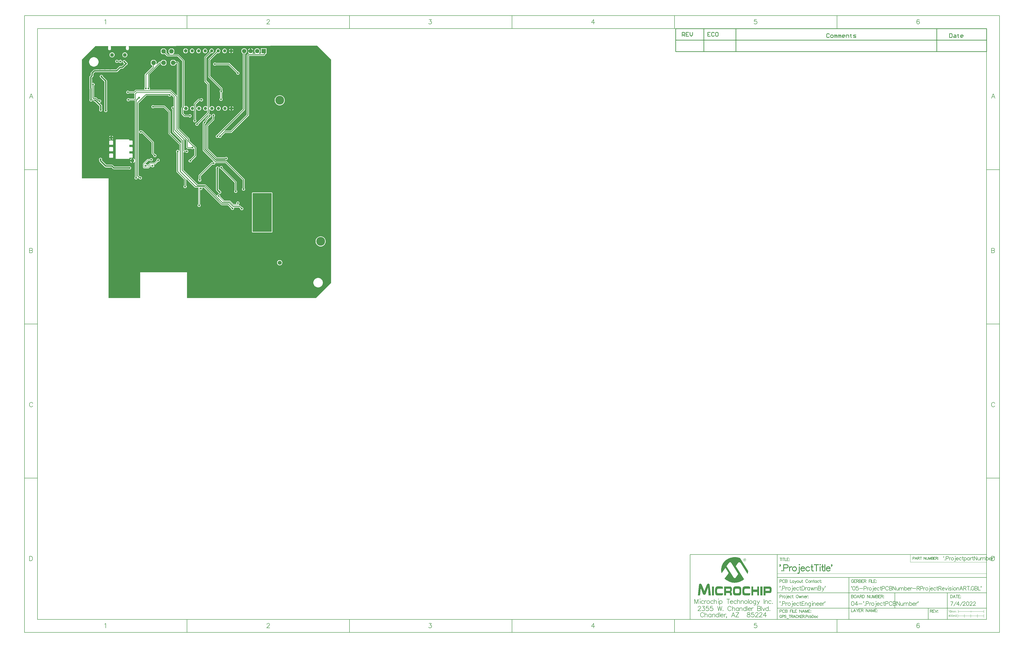
<source format=gbl>
G04*
G04 #@! TF.GenerationSoftware,Altium Limited,Altium Designer,22.6.1 (34)*
G04*
G04 Layer_Physical_Order=2*
G04 Layer_Color=16711680*
%FSLAX43Y43*%
%MOMM*%
G71*
G04*
G04 #@! TF.SameCoordinates,4B4C5CB4-E38D-440E-882E-72AC839ECC86*
G04*
G04*
G04 #@! TF.FilePolarity,Positive*
G04*
G01*
G75*
%ADD10C,0.250*%
%ADD11C,0.200*%
%ADD12C,0.100*%
%ADD13C,0.254*%
%ADD14C,0.600*%
%ADD15C,0.127*%
%ADD16C,0.180*%
%ADD17C,0.178*%
%ADD18C,0.150*%
%ADD19C,0.350*%
%ADD22C,0.500*%
%ADD83C,1.400*%
%ADD84C,1.200*%
%ADD93C,0.300*%
%ADD99C,1.570*%
%ADD100C,3.450*%
%ADD101C,1.295*%
%ADD102P,1.402X8X22.5*%
%ADD103P,1.840X8X22.5*%
%ADD104C,1.450*%
%ADD105C,1.700*%
%ADD106R,1.700X1.700*%
%ADD107C,0.700*%
G36*
X97694Y59573D02*
X97694Y-27773D01*
X91773Y-33694D01*
X41454Y-33694D01*
X41375Y-33600D01*
X41375Y-33567D01*
X41375Y-23600D01*
X23074Y-23600D01*
X23074Y-33567D01*
X23074Y-33600D01*
X22995Y-33694D01*
X10693Y-33694D01*
X10693Y13137D01*
X306Y13137D01*
X306Y59573D01*
X5609Y64876D01*
X10559Y64883D01*
X10627Y64757D01*
X10582Y64690D01*
X10539Y64475D01*
X10539Y63775D01*
X10582Y63560D01*
X10703Y63378D01*
X10885Y63257D01*
X11100Y63214D01*
X11315Y63257D01*
X11497Y63378D01*
X11618Y63560D01*
X11661Y63775D01*
X11661Y64475D01*
X11618Y64690D01*
X11572Y64758D01*
X11640Y64885D01*
X17566Y64894D01*
X17634Y64767D01*
X17582Y64690D01*
X17539Y64475D01*
X17539Y63775D01*
X17582Y63560D01*
X17703Y63378D01*
X17885Y63257D01*
X18100Y63214D01*
X18315Y63257D01*
X18497Y63378D01*
X18618Y63560D01*
X18661Y63775D01*
X18661Y64475D01*
X18618Y64690D01*
X18565Y64768D01*
X18633Y64896D01*
X92262Y65006D01*
X97694Y59573D01*
X97694Y59573D02*
G37*
G36*
X259352Y-135547D02*
X259440Y-135573D01*
X259542Y-135611D01*
X259631Y-135674D01*
X259720Y-135776D01*
X259783Y-135903D01*
X259809Y-135992D01*
X259809Y-136081D01*
X259809Y-136106D01*
X259796Y-136170D01*
X259783Y-136259D01*
X259745Y-136373D01*
X259682Y-136474D01*
X259580Y-136563D01*
X259440Y-136640D01*
X259364Y-136652D01*
X259263Y-136665D01*
X259225Y-136665D01*
X259174Y-136652D01*
X259123Y-136640D01*
X258983Y-136589D01*
X258907Y-136551D01*
X258844Y-136500D01*
X258831Y-136487D01*
X258818Y-136462D01*
X258793Y-136436D01*
X258767Y-136386D01*
X258704Y-136246D01*
X258691Y-136170D01*
X258678Y-136081D01*
X258678Y-136068D01*
X258678Y-136043D01*
X258691Y-136005D01*
X258704Y-135941D01*
X258755Y-135827D01*
X258805Y-135763D01*
X258856Y-135700D01*
X258869Y-135687D01*
X258882Y-135674D01*
X258920Y-135649D01*
X258971Y-135611D01*
X259098Y-135560D01*
X259174Y-135547D01*
X259263Y-135535D01*
X259288Y-135535D01*
X259352Y-135547D01*
X259352Y-135547D02*
G37*
G36*
X255732Y-135052D02*
X255859Y-135065D01*
X255986Y-135077D01*
X256138Y-135090D01*
X256456Y-135141D01*
X256799Y-135217D01*
X257154Y-135319D01*
X257510Y-135458D01*
X260685Y-140500D01*
X260685Y-140513D01*
X260685Y-140538D01*
X260672Y-140589D01*
X260672Y-140653D01*
X260660Y-140742D01*
X260647Y-140831D01*
X260596Y-141046D01*
X260596Y-141059D01*
X260583Y-141097D01*
X260571Y-141161D01*
X260558Y-141237D01*
X260533Y-141326D01*
X260495Y-141427D01*
X260431Y-141669D01*
X257675Y-137363D01*
X257662Y-137351D01*
X257637Y-137313D01*
X257586Y-137262D01*
X257535Y-137198D01*
X257459Y-137135D01*
X257370Y-137084D01*
X257281Y-137046D01*
X257180Y-137033D01*
X257142Y-137033D01*
X257091Y-137046D01*
X257027Y-137071D01*
X256964Y-137109D01*
X256888Y-137173D01*
X256799Y-137249D01*
X256723Y-137351D01*
X255808Y-138608D01*
X259034Y-143713D01*
X259021Y-143726D01*
X258958Y-143777D01*
X258882Y-143840D01*
X258755Y-143929D01*
X258615Y-144031D01*
X258437Y-144145D01*
X258221Y-144272D01*
X257993Y-144399D01*
X257726Y-144526D01*
X257447Y-144653D01*
X257142Y-144768D01*
X256812Y-144869D01*
X256456Y-144958D01*
X256088Y-145022D01*
X255707Y-145072D01*
X255300Y-145085D01*
X255199Y-145085D01*
X255084Y-145072D01*
X254932Y-145060D01*
X254741Y-145034D01*
X254513Y-144996D01*
X254259Y-144945D01*
X253992Y-144882D01*
X253700Y-144793D01*
X253383Y-144679D01*
X253065Y-144552D01*
X252748Y-144387D01*
X252417Y-144196D01*
X252087Y-143980D01*
X251770Y-143726D01*
X251465Y-143434D01*
X252836Y-141542D01*
X252849Y-141529D01*
X252875Y-141478D01*
X252887Y-141440D01*
X252900Y-141389D01*
X252925Y-141313D01*
X252938Y-141237D01*
X252938Y-141224D01*
X252938Y-141212D01*
X252925Y-141135D01*
X252875Y-141008D01*
X252836Y-140932D01*
X252786Y-140856D01*
X251770Y-139268D01*
X250258Y-141364D01*
X250258Y-141351D01*
X250246Y-141339D01*
X250246Y-141300D01*
X250233Y-141250D01*
X250208Y-141123D01*
X250169Y-140958D01*
X250131Y-140742D01*
X250106Y-140513D01*
X250093Y-140259D01*
X250081Y-139980D01*
X250081Y-139954D01*
X250081Y-139891D01*
X250093Y-139789D01*
X250106Y-139649D01*
X250131Y-139484D01*
X250157Y-139281D01*
X250208Y-139065D01*
X250258Y-138824D01*
X250335Y-138557D01*
X250436Y-138291D01*
X250550Y-138011D01*
X250690Y-137719D01*
X250855Y-137440D01*
X251046Y-137148D01*
X251274Y-136868D01*
X251528Y-136589D01*
X251541Y-136576D01*
X251605Y-136525D01*
X251693Y-136449D01*
X251808Y-136347D01*
X251960Y-136233D01*
X252138Y-136093D01*
X252354Y-135954D01*
X252595Y-135814D01*
X252875Y-135674D01*
X253167Y-135535D01*
X253484Y-135395D01*
X253827Y-135281D01*
X254208Y-135179D01*
X254589Y-135103D01*
X255008Y-135052D01*
X255440Y-135039D01*
X255630Y-135039D01*
X255732Y-135052D01*
X255732Y-135052D02*
G37*
G36*
X260990Y-146520D02*
X261066Y-146520D01*
X261117Y-146533D01*
X261130Y-146533D01*
X261155Y-146546D01*
X261206Y-146571D01*
X261257Y-146596D01*
X261307Y-146647D01*
X261358Y-146698D01*
X261409Y-146774D01*
X261434Y-146876D01*
X261434Y-146888D01*
X261434Y-146914D01*
X261447Y-146952D01*
X261447Y-147015D01*
X261447Y-147092D01*
X261460Y-147181D01*
X261460Y-147295D01*
X261460Y-147435D01*
X259580Y-147384D01*
X259567Y-147384D01*
X259517Y-147396D01*
X259440Y-147422D01*
X259364Y-147460D01*
X259275Y-147549D01*
X259212Y-147676D01*
X259174Y-147752D01*
X259161Y-147854D01*
X259136Y-147955D01*
X259136Y-148082D01*
X259136Y-148463D01*
X259136Y-148476D01*
X259136Y-148489D01*
X259148Y-148565D01*
X259161Y-148679D01*
X259186Y-148806D01*
X259237Y-148933D01*
X259313Y-149047D01*
X259415Y-149124D01*
X259479Y-149136D01*
X259555Y-149149D01*
X261485Y-149149D01*
X261485Y-149174D01*
X261485Y-149238D01*
X261485Y-149327D01*
X261472Y-149441D01*
X261460Y-149568D01*
X261447Y-149682D01*
X261422Y-149771D01*
X261384Y-149848D01*
X261384Y-149860D01*
X261358Y-149873D01*
X261320Y-149898D01*
X261257Y-149936D01*
X261168Y-149975D01*
X261053Y-150000D01*
X260914Y-150013D01*
X260736Y-150025D01*
X259339Y-150025D01*
X259225Y-150000D01*
X259085Y-149975D01*
X258932Y-149936D01*
X258793Y-149873D01*
X258653Y-149784D01*
X258551Y-149657D01*
X258551Y-149644D01*
X258526Y-149606D01*
X258501Y-149543D01*
X258475Y-149441D01*
X258450Y-149327D01*
X258424Y-149174D01*
X258412Y-148997D01*
X258399Y-148793D01*
X258399Y-147765D01*
X258399Y-147752D01*
X258399Y-147727D01*
X258399Y-147676D01*
X258412Y-147625D01*
X258424Y-147473D01*
X258450Y-147295D01*
X258501Y-147104D01*
X258577Y-146914D01*
X258678Y-146761D01*
X258742Y-146685D01*
X258818Y-146634D01*
X258831Y-146634D01*
X258856Y-146609D01*
X258907Y-146596D01*
X258971Y-146571D01*
X259059Y-146546D01*
X259161Y-146533D01*
X259288Y-146507D01*
X260825Y-146507D01*
X260990Y-146520D01*
X260990Y-146520D02*
G37*
G36*
X264914Y-150000D02*
X264178Y-150000D01*
X264178Y-148692D01*
X262628Y-148692D01*
X262628Y-150000D01*
X261942Y-150000D01*
X261942Y-146533D01*
X262628Y-146533D01*
X262628Y-147765D01*
X264178Y-147765D01*
X264178Y-146533D01*
X264914Y-146533D01*
X264914Y-150000D01*
X264914Y-150000D02*
G37*
G36*
X245216Y-145415D02*
X245280Y-145428D01*
X245356Y-145466D01*
X245432Y-145530D01*
X245509Y-145631D01*
X245559Y-145758D01*
X245597Y-145936D01*
X246067Y-150000D01*
X245204Y-150000D01*
X244962Y-147079D01*
X244937Y-147079D01*
X244048Y-149428D01*
X244035Y-149441D01*
X244023Y-149492D01*
X243985Y-149543D01*
X243934Y-149619D01*
X243858Y-149682D01*
X243769Y-149746D01*
X243667Y-149797D01*
X243540Y-149809D01*
X243527Y-149809D01*
X243477Y-149797D01*
X243413Y-149784D01*
X243324Y-149759D01*
X243235Y-149721D01*
X243146Y-149644D01*
X243057Y-149555D01*
X242994Y-149428D01*
X242118Y-147117D01*
X242105Y-147117D01*
X241851Y-150000D01*
X241000Y-150000D01*
X241445Y-145898D01*
X241445Y-145872D01*
X241457Y-145822D01*
X241483Y-145745D01*
X241521Y-145644D01*
X241584Y-145555D01*
X241660Y-145479D01*
X241775Y-145428D01*
X241902Y-145403D01*
X241927Y-145403D01*
X241978Y-145415D01*
X242054Y-145428D01*
X242156Y-145453D01*
X242257Y-145517D01*
X242359Y-145593D01*
X242461Y-145707D01*
X242537Y-145860D01*
X243527Y-148374D01*
X243540Y-148374D01*
X244531Y-145860D01*
X244543Y-145834D01*
X244569Y-145784D01*
X244607Y-145720D01*
X244670Y-145631D01*
X244759Y-145542D01*
X244874Y-145479D01*
X245001Y-145428D01*
X245153Y-145403D01*
X245166Y-145403D01*
X245216Y-145415D01*
X245216Y-145415D02*
G37*
G36*
X269042Y-146546D02*
X269156Y-146558D01*
X269296Y-146609D01*
X269435Y-146673D01*
X269562Y-146774D01*
X269677Y-146927D01*
X269715Y-147015D01*
X269753Y-147117D01*
X269753Y-147130D01*
X269766Y-147155D01*
X269766Y-147219D01*
X269778Y-147282D01*
X269791Y-147371D01*
X269791Y-147473D01*
X269804Y-147600D01*
X269804Y-147727D01*
X269804Y-148006D01*
X269804Y-148019D01*
X269804Y-148031D01*
X269804Y-148108D01*
X269791Y-148209D01*
X269778Y-148349D01*
X269753Y-148489D01*
X269715Y-148641D01*
X269664Y-148781D01*
X269600Y-148895D01*
X269588Y-148908D01*
X269575Y-148933D01*
X269537Y-148971D01*
X269486Y-149009D01*
X269410Y-149047D01*
X269334Y-149086D01*
X269245Y-149111D01*
X269131Y-149124D01*
X267416Y-149124D01*
X267416Y-150000D01*
X266692Y-150000D01*
X266692Y-146533D01*
X268965Y-146533D01*
X269042Y-146546D01*
X269042Y-146546D02*
G37*
G36*
X266235Y-150000D02*
X265422Y-150000D01*
X265422Y-146533D01*
X266235Y-146533D01*
X266235Y-150000D01*
X266235Y-150000D02*
G37*
G36*
X253725Y-146546D02*
X253840Y-146584D01*
X253967Y-146660D01*
X254030Y-146711D01*
X254094Y-146787D01*
X254157Y-146863D01*
X254208Y-146965D01*
X254246Y-147079D01*
X254284Y-147219D01*
X254297Y-147384D01*
X254310Y-147562D01*
X254310Y-147777D01*
X254310Y-147790D01*
X254310Y-147803D01*
X254310Y-147841D01*
X254310Y-147892D01*
X254284Y-148019D01*
X254259Y-148158D01*
X254208Y-148311D01*
X254145Y-148451D01*
X254043Y-148565D01*
X253979Y-148616D01*
X253916Y-148641D01*
X253916Y-148654D01*
X253929Y-148654D01*
X253979Y-148679D01*
X254043Y-148730D01*
X254119Y-148793D01*
X254183Y-148895D01*
X254246Y-149022D01*
X254297Y-149200D01*
X254310Y-149314D01*
X254310Y-149428D01*
X254310Y-150000D01*
X253573Y-150000D01*
X253573Y-149594D01*
X253573Y-149581D01*
X253573Y-149543D01*
X253573Y-149492D01*
X253573Y-149441D01*
X253560Y-149314D01*
X253560Y-149263D01*
X253548Y-149225D01*
X253535Y-149200D01*
X253497Y-149162D01*
X253408Y-149124D01*
X253294Y-149098D01*
X252011Y-149098D01*
X252011Y-150000D01*
X251274Y-150000D01*
X251274Y-146533D01*
X253649Y-146533D01*
X253725Y-146546D01*
X253725Y-146546D02*
G37*
G36*
X247312Y-150000D02*
X246499Y-150000D01*
X246499Y-146533D01*
X247312Y-146533D01*
X247312Y-150000D01*
X247312Y-150000D02*
G37*
G36*
X257154Y-146520D02*
X257281Y-146546D01*
X257421Y-146584D01*
X257561Y-146634D01*
X257675Y-146711D01*
X257777Y-146812D01*
X257789Y-146825D01*
X257815Y-146863D01*
X257840Y-146939D01*
X257891Y-147041D01*
X257929Y-147181D01*
X257954Y-147333D01*
X257980Y-147523D01*
X257993Y-147752D01*
X257993Y-148781D01*
X257993Y-148793D01*
X257993Y-148819D01*
X257993Y-148870D01*
X257980Y-148933D01*
X257967Y-149098D01*
X257929Y-149289D01*
X257866Y-149492D01*
X257777Y-149682D01*
X257650Y-149848D01*
X257574Y-149911D01*
X257485Y-149962D01*
X257472Y-149962D01*
X257447Y-149975D01*
X257408Y-149987D01*
X257345Y-149987D01*
X257269Y-150000D01*
X257180Y-150013D01*
X257066Y-150025D01*
X255694Y-150025D01*
X255592Y-150013D01*
X255453Y-149987D01*
X255313Y-149949D01*
X255173Y-149886D01*
X255034Y-149809D01*
X254932Y-149695D01*
X254919Y-149682D01*
X254907Y-149644D01*
X254868Y-149568D01*
X254843Y-149467D01*
X254805Y-149340D01*
X254767Y-149187D01*
X254754Y-148997D01*
X254741Y-148781D01*
X254741Y-147752D01*
X254741Y-147739D01*
X254741Y-147701D01*
X254741Y-147650D01*
X254754Y-147587D01*
X254754Y-147511D01*
X254780Y-147409D01*
X254818Y-147206D01*
X254894Y-147003D01*
X254995Y-146800D01*
X255059Y-146723D01*
X255148Y-146647D01*
X255237Y-146584D01*
X255338Y-146546D01*
X255351Y-146546D01*
X255376Y-146533D01*
X255415Y-146533D01*
X255465Y-146520D01*
X255529Y-146520D01*
X255605Y-146507D01*
X257053Y-146507D01*
X257154Y-146520D01*
X257154Y-146520D02*
G37*
G36*
X250081Y-146520D02*
X250258Y-146520D01*
X250411Y-146533D01*
X250487Y-146546D01*
X250538Y-146558D01*
X250589Y-146571D01*
X250614Y-146584D01*
X250627Y-146584D01*
X250639Y-146609D01*
X250677Y-146660D01*
X250716Y-146723D01*
X250741Y-146825D01*
X250779Y-146965D01*
X250792Y-147155D01*
X250804Y-147257D01*
X250804Y-147384D01*
X248912Y-147384D01*
X248823Y-147396D01*
X248722Y-147447D01*
X248671Y-147473D01*
X248620Y-147523D01*
X248620Y-147536D01*
X248607Y-147549D01*
X248582Y-147587D01*
X248569Y-147650D01*
X248544Y-147727D01*
X248518Y-147816D01*
X248506Y-147943D01*
X248506Y-148082D01*
X248506Y-148463D01*
X248506Y-148476D01*
X248506Y-148527D01*
X248506Y-148603D01*
X248518Y-148679D01*
X248531Y-148857D01*
X248544Y-148933D01*
X248569Y-148984D01*
X248569Y-148997D01*
X248582Y-149009D01*
X248645Y-149060D01*
X248696Y-149098D01*
X248760Y-149124D01*
X248836Y-149136D01*
X248925Y-149149D01*
X250855Y-149149D01*
X250855Y-149174D01*
X250855Y-149225D01*
X250855Y-149314D01*
X250843Y-149416D01*
X250830Y-149530D01*
X250817Y-149644D01*
X250792Y-149733D01*
X250754Y-149809D01*
X250741Y-149822D01*
X250728Y-149848D01*
X250677Y-149873D01*
X250627Y-149911D01*
X250538Y-149962D01*
X250423Y-149987D01*
X250284Y-150013D01*
X250106Y-150025D01*
X248709Y-150025D01*
X248595Y-150013D01*
X248480Y-149987D01*
X248341Y-149962D01*
X248201Y-149911D01*
X248074Y-149835D01*
X247972Y-149746D01*
X247960Y-149733D01*
X247934Y-149695D01*
X247896Y-149619D01*
X247858Y-149517D01*
X247820Y-149390D01*
X247782Y-149225D01*
X247756Y-149022D01*
X247744Y-148781D01*
X247744Y-147752D01*
X247744Y-147739D01*
X247744Y-147701D01*
X247744Y-147650D01*
X247756Y-147574D01*
X247769Y-147485D01*
X247782Y-147396D01*
X247833Y-147181D01*
X247922Y-146965D01*
X248049Y-146761D01*
X248125Y-146673D01*
X248226Y-146609D01*
X248328Y-146558D01*
X248455Y-146520D01*
X248480Y-146520D01*
X248557Y-146507D01*
X249915Y-146507D01*
X250081Y-146520D01*
X250081Y-146520D02*
G37*
%LPC*%
G36*
X58912Y63842D02*
X58912Y63289D01*
X59465Y63289D01*
X59452Y63337D01*
X59333Y63542D01*
X59165Y63710D01*
X58960Y63829D01*
X58912Y63842D01*
X58912Y63842D02*
G37*
G36*
X58312Y63842D02*
X58264Y63829D01*
X58058Y63710D01*
X57890Y63542D01*
X57772Y63337D01*
X57759Y63289D01*
X58312Y63289D01*
X58312Y63842D01*
X58312Y63842D02*
G37*
G36*
X66549Y63984D02*
X66549Y63222D01*
X67311Y63222D01*
X67278Y63348D01*
X67132Y63600D01*
X66927Y63805D01*
X66675Y63950D01*
X66549Y63984D01*
X66549Y63984D02*
G37*
G36*
X65949Y63984D02*
X65823Y63950D01*
X65571Y63805D01*
X65365Y63600D01*
X65220Y63348D01*
X65186Y63222D01*
X65949Y63222D01*
X65949Y63984D01*
X65949Y63984D02*
G37*
G36*
X59465Y62689D02*
X58912Y62689D01*
X58912Y62136D01*
X58960Y62149D01*
X59165Y62267D01*
X59333Y62435D01*
X59452Y62641D01*
X59465Y62689D01*
X59465Y62689D02*
G37*
G36*
X58312Y62689D02*
X57759Y62689D01*
X57772Y62641D01*
X57890Y62435D01*
X58058Y62267D01*
X58264Y62149D01*
X58312Y62136D01*
X58312Y62689D01*
X58312Y62689D02*
G37*
G36*
X56190Y63887D02*
X55954Y63887D01*
X55725Y63825D01*
X55521Y63707D01*
X55353Y63540D01*
X55235Y63335D01*
X55174Y63107D01*
X55174Y62871D01*
X55235Y62642D01*
X55353Y62438D01*
X55521Y62271D01*
X55725Y62152D01*
X55954Y62091D01*
X56190Y62091D01*
X56418Y62152D01*
X56623Y62271D01*
X56790Y62438D01*
X56908Y62642D01*
X56970Y62871D01*
X56970Y63107D01*
X56908Y63335D01*
X56790Y63540D01*
X56623Y63707D01*
X56418Y63825D01*
X56190Y63887D01*
X56190Y63887D02*
G37*
G36*
X53650Y63887D02*
X53414Y63887D01*
X53185Y63825D01*
X52981Y63707D01*
X52813Y63540D01*
X52695Y63335D01*
X52634Y63107D01*
X52634Y62871D01*
X52677Y62711D01*
X49753Y59787D01*
X49664Y59654D01*
X49633Y59498D01*
X49633Y59498D01*
X49633Y53011D01*
X49633Y53011D01*
X49664Y52855D01*
X49753Y52723D01*
X54380Y48096D01*
X54380Y47610D01*
X54279Y47509D01*
X54187Y47289D01*
X54187Y47050D01*
X54279Y46830D01*
X54367Y46741D01*
X54367Y44585D01*
X54321Y44566D01*
X54152Y44397D01*
X54061Y44177D01*
X54061Y43938D01*
X54152Y43718D01*
X54321Y43549D01*
X54541Y43457D01*
X54780Y43457D01*
X55000Y43549D01*
X55169Y43718D01*
X55261Y43938D01*
X55261Y44177D01*
X55169Y44397D01*
X55081Y44486D01*
X55081Y46642D01*
X55127Y46661D01*
X55296Y46830D01*
X55387Y47050D01*
X55387Y47289D01*
X55296Y47509D01*
X55195Y47610D01*
X55195Y48265D01*
X55195Y48265D01*
X55164Y48421D01*
X55076Y48553D01*
X55076Y48553D01*
X50449Y53180D01*
X50449Y59329D01*
X53254Y62134D01*
X53414Y62091D01*
X53650Y62091D01*
X53878Y62152D01*
X54083Y62271D01*
X54250Y62438D01*
X54368Y62642D01*
X54430Y62871D01*
X54430Y63107D01*
X54368Y63335D01*
X54250Y63540D01*
X54083Y63707D01*
X53878Y63825D01*
X53650Y63887D01*
X53650Y63887D02*
G37*
G36*
X51110Y63887D02*
X50874Y63887D01*
X50645Y63825D01*
X50441Y63707D01*
X50273Y63540D01*
X50155Y63335D01*
X50094Y63107D01*
X50094Y62871D01*
X50155Y62644D01*
X48241Y60729D01*
X48152Y60597D01*
X48121Y60441D01*
X48121Y60441D01*
X48121Y51218D01*
X48121Y51218D01*
X48152Y51062D01*
X48241Y50930D01*
X49276Y49894D01*
X49276Y41218D01*
X49159Y41169D01*
X49125Y41203D01*
X48920Y41321D01*
X48692Y41382D01*
X48456Y41382D01*
X48227Y41321D01*
X48023Y41203D01*
X47855Y41036D01*
X47737Y40831D01*
X47676Y40603D01*
X47676Y40366D01*
X47737Y40138D01*
X47855Y39933D01*
X48023Y39766D01*
X48227Y39648D01*
X48456Y39587D01*
X48692Y39587D01*
X48920Y39648D01*
X49125Y39766D01*
X49159Y39800D01*
X49276Y39752D01*
X49276Y38829D01*
X45323Y34875D01*
X45180Y34875D01*
X44959Y34784D01*
X44791Y34615D01*
X44699Y34394D01*
X44699Y34156D01*
X44791Y33935D01*
X44959Y33766D01*
X45180Y33675D01*
X45419Y33675D01*
X45639Y33766D01*
X45808Y33935D01*
X45899Y34156D01*
X45899Y34298D01*
X49972Y38371D01*
X49972Y38371D01*
X50061Y38504D01*
X50092Y38660D01*
X50092Y38660D01*
X50092Y40360D01*
X50216Y40366D01*
X50277Y40138D01*
X50395Y39933D01*
X50563Y39766D01*
X50767Y39648D01*
X50996Y39587D01*
X51232Y39587D01*
X51460Y39648D01*
X51665Y39766D01*
X51832Y39933D01*
X51950Y40138D01*
X52011Y40366D01*
X52011Y40603D01*
X51950Y40831D01*
X51832Y41036D01*
X51665Y41203D01*
X51460Y41321D01*
X51232Y41382D01*
X50996Y41382D01*
X50767Y41321D01*
X50563Y41203D01*
X50395Y41036D01*
X50277Y40831D01*
X50216Y40603D01*
X50092Y40610D01*
X50092Y50063D01*
X50092Y50063D01*
X50061Y50219D01*
X49972Y50352D01*
X49972Y50352D01*
X48937Y51387D01*
X48937Y60272D01*
X50781Y62116D01*
X50874Y62091D01*
X51110Y62091D01*
X51338Y62152D01*
X51543Y62271D01*
X51710Y62438D01*
X51828Y62642D01*
X51890Y62871D01*
X51890Y63107D01*
X51828Y63335D01*
X51710Y63540D01*
X51543Y63707D01*
X51338Y63825D01*
X51110Y63887D01*
X51110Y63887D02*
G37*
G36*
X48570Y63887D02*
X48334Y63887D01*
X48105Y63825D01*
X47901Y63707D01*
X47733Y63540D01*
X47615Y63335D01*
X47554Y63107D01*
X47554Y62871D01*
X47615Y62642D01*
X47733Y62438D01*
X47901Y62271D01*
X48105Y62152D01*
X48334Y62091D01*
X48570Y62091D01*
X48798Y62152D01*
X49003Y62271D01*
X49170Y62438D01*
X49288Y62642D01*
X49350Y62871D01*
X49350Y63107D01*
X49288Y63335D01*
X49170Y63540D01*
X49003Y63707D01*
X48798Y63825D01*
X48570Y63887D01*
X48570Y63887D02*
G37*
G36*
X46030Y63887D02*
X45794Y63887D01*
X45565Y63825D01*
X45361Y63707D01*
X45193Y63540D01*
X45075Y63335D01*
X45014Y63107D01*
X45014Y62871D01*
X45075Y62642D01*
X45193Y62438D01*
X45361Y62271D01*
X45565Y62152D01*
X45794Y62091D01*
X46030Y62091D01*
X46258Y62152D01*
X46463Y62271D01*
X46630Y62438D01*
X46748Y62642D01*
X46810Y62871D01*
X46810Y63107D01*
X46748Y63335D01*
X46630Y63540D01*
X46463Y63707D01*
X46258Y63825D01*
X46030Y63887D01*
X46030Y63887D02*
G37*
G36*
X43490Y63887D02*
X43254Y63887D01*
X43025Y63825D01*
X42821Y63707D01*
X42653Y63540D01*
X42535Y63335D01*
X42474Y63107D01*
X42474Y62871D01*
X42535Y62642D01*
X42653Y62438D01*
X42821Y62271D01*
X43025Y62152D01*
X43254Y62091D01*
X43490Y62091D01*
X43718Y62152D01*
X43923Y62271D01*
X44090Y62438D01*
X44208Y62642D01*
X44270Y62871D01*
X44270Y63107D01*
X44208Y63335D01*
X44090Y63540D01*
X43923Y63707D01*
X43718Y63825D01*
X43490Y63887D01*
X43490Y63887D02*
G37*
G36*
X41281Y63887D02*
X40383Y63887D01*
X39934Y63438D01*
X39934Y62540D01*
X40383Y62091D01*
X41281Y62091D01*
X41730Y62540D01*
X41730Y63438D01*
X41281Y63887D01*
X41281Y63887D02*
G37*
G36*
X72429Y64022D02*
X70229Y64022D01*
X70229Y61870D01*
X69422Y61870D01*
X69388Y61997D01*
X69464Y62041D01*
X69669Y62246D01*
X69814Y62497D01*
X69889Y62777D01*
X69889Y63066D01*
X69814Y63346D01*
X69669Y63597D01*
X69464Y63802D01*
X69213Y63947D01*
X68934Y64022D01*
X68644Y64022D01*
X68364Y63947D01*
X68113Y63802D01*
X67909Y63597D01*
X67764Y63346D01*
X67689Y63066D01*
X67689Y62777D01*
X67764Y62497D01*
X67909Y62246D01*
X68113Y62041D01*
X68190Y61997D01*
X68156Y61870D01*
X66890Y61870D01*
X66856Y61997D01*
X66927Y62038D01*
X67132Y62244D01*
X67278Y62496D01*
X67311Y62622D01*
X66249Y62622D01*
X65186Y62622D01*
X65220Y62496D01*
X65365Y62244D01*
X65571Y62038D01*
X65642Y61997D01*
X65608Y61870D01*
X65350Y61870D01*
X65350Y61870D01*
X65194Y61839D01*
X65062Y61751D01*
X65062Y61751D01*
X64886Y61575D01*
X64797Y61443D01*
X64766Y61287D01*
X64766Y61287D01*
X64766Y38098D01*
X58391Y31722D01*
X56033Y31722D01*
X56032Y31722D01*
X55970Y31839D01*
X63944Y39813D01*
X63944Y39813D01*
X64032Y39945D01*
X64063Y40102D01*
X64063Y61878D01*
X64133Y61897D01*
X64384Y62041D01*
X64589Y62246D01*
X64734Y62497D01*
X64809Y62777D01*
X64809Y63066D01*
X64734Y63346D01*
X64589Y63597D01*
X64384Y63802D01*
X64133Y63947D01*
X63854Y64022D01*
X63564Y64022D01*
X63284Y63947D01*
X63033Y63802D01*
X62829Y63597D01*
X62684Y63346D01*
X62609Y63066D01*
X62609Y62777D01*
X62684Y62497D01*
X62829Y62246D01*
X63033Y62041D01*
X63248Y61918D01*
X63248Y40271D01*
X53155Y30177D01*
X53104Y30177D01*
X52884Y30086D01*
X52715Y29917D01*
X52624Y29697D01*
X52624Y29458D01*
X52715Y29237D01*
X52884Y29069D01*
X53104Y28977D01*
X53343Y28977D01*
X53564Y29069D01*
X53649Y29155D01*
X53760Y29210D01*
X53815Y29155D01*
X53929Y29041D01*
X54149Y28950D01*
X54388Y28950D01*
X54608Y29041D01*
X54777Y29210D01*
X54869Y29431D01*
X54869Y29573D01*
X56202Y30907D01*
X58559Y30907D01*
X58559Y30907D01*
X58716Y30938D01*
X58848Y31026D01*
X65463Y37641D01*
X65463Y37641D01*
X65551Y37773D01*
X65582Y37929D01*
X65582Y61055D01*
X71403Y61055D01*
X71403Y61055D01*
X71559Y61086D01*
X71691Y61174D01*
X71867Y61350D01*
X71867Y61350D01*
X71955Y61482D01*
X71986Y61638D01*
X71986Y61638D01*
X71986Y61822D01*
X72429Y61822D01*
X72429Y64022D01*
X72429Y64022D02*
G37*
G36*
X35852Y63916D02*
X34752Y63916D01*
X34202Y63366D01*
X34202Y62266D01*
X34659Y61809D01*
X34607Y61682D01*
X33911Y61682D01*
X33300Y62293D01*
X33300Y63366D01*
X32750Y63916D01*
X31650Y63916D01*
X31100Y63366D01*
X31100Y62266D01*
X31650Y61716D01*
X32723Y61716D01*
X33453Y60986D01*
X33453Y60986D01*
X33586Y60897D01*
X33742Y60866D01*
X37628Y60866D01*
X39514Y58980D01*
X39514Y41088D01*
X39321Y40895D01*
X39233Y40763D01*
X39202Y40607D01*
X39202Y40607D01*
X39202Y38415D01*
X39202Y38415D01*
X39233Y38259D01*
X39321Y38127D01*
X40178Y37269D01*
X40178Y37269D01*
X40311Y37181D01*
X40467Y37150D01*
X42089Y37150D01*
X42189Y37049D01*
X42410Y36958D01*
X42649Y36958D01*
X42869Y37049D01*
X43038Y37218D01*
X43129Y37438D01*
X43129Y37677D01*
X43038Y37898D01*
X42869Y38066D01*
X42649Y38158D01*
X42410Y38158D01*
X42189Y38066D01*
X42089Y37966D01*
X40636Y37966D01*
X40017Y38584D01*
X40017Y39895D01*
X40144Y39947D01*
X40505Y39587D01*
X41403Y39587D01*
X41851Y40036D01*
X41851Y40933D01*
X41403Y41382D01*
X40505Y41382D01*
X40447Y41325D01*
X40330Y41373D01*
X40330Y59149D01*
X40299Y59305D01*
X40210Y59437D01*
X40210Y59437D01*
X38085Y61563D01*
X37953Y61651D01*
X37797Y61682D01*
X37797Y61682D01*
X35998Y61682D01*
X35945Y61809D01*
X36402Y62266D01*
X36402Y63366D01*
X35852Y63916D01*
X35852Y63916D02*
G37*
G36*
X17228Y62400D02*
X16972Y62400D01*
X16724Y62334D01*
X16501Y62205D01*
X16320Y62024D01*
X16191Y61801D01*
X16125Y61553D01*
X16125Y61297D01*
X16191Y61049D01*
X16320Y60826D01*
X16501Y60645D01*
X16724Y60516D01*
X16972Y60450D01*
X17228Y60450D01*
X17476Y60516D01*
X17699Y60645D01*
X17880Y60826D01*
X18009Y61049D01*
X18075Y61297D01*
X18075Y61553D01*
X18009Y61801D01*
X17880Y62024D01*
X17699Y62205D01*
X17476Y62334D01*
X17228Y62400D01*
X17228Y62400D02*
G37*
G36*
X12228Y62400D02*
X11972Y62400D01*
X11724Y62334D01*
X11501Y62205D01*
X11320Y62024D01*
X11191Y61801D01*
X11125Y61553D01*
X11125Y61297D01*
X11191Y61049D01*
X11320Y60826D01*
X11501Y60645D01*
X11724Y60516D01*
X11972Y60450D01*
X12228Y60450D01*
X12476Y60516D01*
X12699Y60645D01*
X12880Y60826D01*
X13009Y61049D01*
X13075Y61297D01*
X13075Y61553D01*
X13009Y61801D01*
X12880Y62024D01*
X12699Y62205D01*
X12476Y62334D01*
X12228Y62400D01*
X12228Y62400D02*
G37*
G36*
X14072Y59504D02*
X13833Y59504D01*
X13613Y59413D01*
X13444Y59244D01*
X13353Y59023D01*
X13353Y58785D01*
X13444Y58564D01*
X13613Y58395D01*
X13833Y58304D01*
X14072Y58304D01*
X14293Y58395D01*
X14419Y58522D01*
X14874Y58522D01*
X15022Y58374D01*
X15243Y58282D01*
X15481Y58282D01*
X15702Y58374D01*
X15871Y58542D01*
X15962Y58763D01*
X15962Y59002D01*
X15871Y59222D01*
X15702Y59391D01*
X15481Y59482D01*
X15243Y59482D01*
X15022Y59391D01*
X14918Y59286D01*
X14419Y59286D01*
X14293Y59413D01*
X14072Y59504D01*
X14072Y59504D02*
G37*
G36*
X32750Y59474D02*
X31650Y59474D01*
X31100Y58924D01*
X31100Y58756D01*
X30693Y58756D01*
X30547Y58727D01*
X30423Y58644D01*
X29512Y57733D01*
X29400Y57801D01*
X29400Y58868D01*
X28850Y59418D01*
X27750Y59418D01*
X27200Y58868D01*
X27200Y57769D01*
X27750Y57218D01*
X27871Y57218D01*
X27871Y56844D01*
X25019Y53992D01*
X24936Y53868D01*
X24907Y53722D01*
X24907Y48722D01*
X24781Y48596D01*
X24689Y48376D01*
X24689Y48137D01*
X24781Y47916D01*
X24799Y47898D01*
X24750Y47781D01*
X21392Y47781D01*
X21246Y47752D01*
X21122Y47669D01*
X20648Y47195D01*
X18700Y47195D01*
X18574Y47321D01*
X18353Y47413D01*
X18115Y47413D01*
X17894Y47321D01*
X17725Y47153D01*
X17634Y46932D01*
X17634Y46693D01*
X17725Y46473D01*
X17894Y46304D01*
X18115Y46213D01*
X18353Y46213D01*
X18574Y46304D01*
X18700Y46430D01*
X20685Y46430D01*
X20696Y46424D01*
X20779Y46303D01*
X20763Y46224D01*
X20763Y44267D01*
X18910Y44267D01*
X18783Y44393D01*
X18563Y44484D01*
X18324Y44484D01*
X18104Y44393D01*
X17935Y44224D01*
X17844Y44004D01*
X17844Y43765D01*
X17935Y43545D01*
X18104Y43376D01*
X18324Y43284D01*
X18563Y43284D01*
X18783Y43376D01*
X18910Y43502D01*
X20999Y43502D01*
X21079Y43437D01*
X21079Y24599D01*
X21079Y24599D01*
X21092Y24531D01*
X21092Y20327D01*
X20965Y20311D01*
X20939Y20408D01*
X20813Y20626D01*
X20636Y20803D01*
X20418Y20929D01*
X20350Y20947D01*
X20350Y20040D01*
X20350Y19133D01*
X20418Y19151D01*
X20636Y19277D01*
X20813Y19454D01*
X20939Y19672D01*
X20965Y19769D01*
X21092Y19753D01*
X21092Y13741D01*
X20991Y13640D01*
X20900Y13419D01*
X20900Y13181D01*
X20991Y12960D01*
X21160Y12791D01*
X21381Y12700D01*
X21619Y12700D01*
X21840Y12791D01*
X22009Y12960D01*
X22100Y13181D01*
X22100Y13331D01*
X22227Y13383D01*
X22519Y13091D01*
X22519Y13091D01*
X22601Y13037D01*
X22631Y12963D01*
X22800Y12795D01*
X23021Y12703D01*
X23259Y12703D01*
X23480Y12795D01*
X23649Y12963D01*
X23740Y13184D01*
X23740Y13423D01*
X23649Y13643D01*
X23480Y13812D01*
X23259Y13903D01*
X23021Y13903D01*
X22907Y13856D01*
X22508Y14256D01*
X22508Y42495D01*
X25533Y45521D01*
X34032Y45521D01*
X34076Y45414D01*
X34245Y45245D01*
X34466Y45154D01*
X34704Y45154D01*
X34925Y45245D01*
X35094Y45414D01*
X35185Y45635D01*
X35185Y45650D01*
X35302Y45698D01*
X36175Y44826D01*
X36175Y41328D01*
X36069Y41258D01*
X36021Y41278D01*
X35783Y41278D01*
X35562Y41186D01*
X35393Y41018D01*
X35302Y40797D01*
X35302Y40558D01*
X35393Y40338D01*
X35562Y40169D01*
X35594Y40156D01*
X35594Y31454D01*
X35594Y31454D01*
X35625Y31298D01*
X35714Y31165D01*
X39112Y27767D01*
X39112Y26894D01*
X38985Y26841D01*
X34878Y30948D01*
X34878Y39206D01*
X34878Y39206D01*
X34847Y39362D01*
X34758Y39495D01*
X32811Y41442D01*
X32679Y41530D01*
X32523Y41561D01*
X32523Y41561D01*
X28528Y41561D01*
X28428Y41662D01*
X28207Y41753D01*
X27968Y41753D01*
X27748Y41662D01*
X27579Y41493D01*
X27488Y41273D01*
X27488Y41034D01*
X27579Y40813D01*
X27748Y40645D01*
X27968Y40553D01*
X28207Y40553D01*
X28428Y40645D01*
X28528Y40745D01*
X32354Y40745D01*
X34062Y39037D01*
X34062Y30779D01*
X34062Y30779D01*
X34093Y30623D01*
X34182Y30491D01*
X38378Y26295D01*
X38378Y23963D01*
X38251Y23938D01*
X38223Y24005D01*
X38054Y24174D01*
X37834Y24265D01*
X37595Y24265D01*
X37374Y24174D01*
X37206Y24005D01*
X37114Y23784D01*
X37114Y23546D01*
X37206Y23325D01*
X37306Y23224D01*
X37306Y15771D01*
X37306Y15771D01*
X37337Y15615D01*
X37426Y15483D01*
X40242Y12666D01*
X40242Y10361D01*
X40141Y10260D01*
X40050Y10040D01*
X40050Y9801D01*
X40141Y9580D01*
X40310Y9412D01*
X40531Y9320D01*
X40769Y9320D01*
X40990Y9412D01*
X41159Y9580D01*
X41250Y9801D01*
X41250Y10040D01*
X41159Y10260D01*
X41058Y10361D01*
X41058Y12770D01*
X41185Y12823D01*
X44424Y9584D01*
X44424Y9584D01*
X44556Y9496D01*
X44712Y9465D01*
X44712Y9465D01*
X45843Y9465D01*
X45896Y9338D01*
X45866Y9307D01*
X45788Y9191D01*
X45761Y9055D01*
X45761Y3021D01*
X45623Y2883D01*
X45532Y2662D01*
X45532Y2423D01*
X45623Y2203D01*
X45792Y2034D01*
X46012Y1943D01*
X46251Y1943D01*
X46472Y2034D01*
X46640Y2203D01*
X46732Y2423D01*
X46732Y2662D01*
X46640Y2883D01*
X46475Y3048D01*
X46475Y8529D01*
X46580Y8600D01*
X46648Y8572D01*
X46887Y8572D01*
X47107Y8663D01*
X47276Y8832D01*
X47367Y9053D01*
X47367Y9291D01*
X47340Y9359D01*
X47410Y9465D01*
X47989Y9465D01*
X54672Y2782D01*
X54672Y2782D01*
X54804Y2693D01*
X54960Y2662D01*
X57310Y2662D01*
X58588Y1385D01*
X58588Y1243D01*
X58679Y1022D01*
X58848Y853D01*
X59068Y762D01*
X59307Y762D01*
X59527Y853D01*
X59696Y1022D01*
X59788Y1243D01*
X59788Y1481D01*
X59746Y1583D01*
X59816Y1688D01*
X61789Y1688D01*
X62193Y1285D01*
X62193Y1142D01*
X62284Y922D01*
X62453Y753D01*
X62674Y662D01*
X62912Y662D01*
X63133Y753D01*
X63302Y922D01*
X63393Y1142D01*
X63393Y1381D01*
X63302Y1601D01*
X63133Y1770D01*
X62912Y1862D01*
X62770Y1862D01*
X62247Y2385D01*
X62114Y2473D01*
X61958Y2504D01*
X61958Y2504D01*
X61593Y2504D01*
X61535Y2631D01*
X61582Y2701D01*
X61609Y2838D01*
X61609Y2982D01*
X61761Y3134D01*
X61852Y3355D01*
X61852Y3593D01*
X61761Y3814D01*
X61592Y3983D01*
X61371Y4074D01*
X61133Y4074D01*
X60912Y3983D01*
X60743Y3814D01*
X60652Y3593D01*
X60652Y3355D01*
X60718Y3196D01*
X60643Y3069D01*
X59541Y3069D01*
X58286Y4324D01*
X58170Y4402D01*
X58033Y4429D01*
X55995Y4429D01*
X54304Y6120D01*
X54317Y6151D01*
X54317Y6390D01*
X54225Y6610D01*
X54056Y6779D01*
X53836Y6871D01*
X53597Y6871D01*
X53377Y6779D01*
X53208Y6610D01*
X53129Y6420D01*
X52999Y6370D01*
X48758Y10611D01*
X48626Y10699D01*
X48583Y10708D01*
X48521Y10749D01*
X48365Y10780D01*
X48365Y10780D01*
X45652Y10780D01*
X39947Y16485D01*
X39947Y23317D01*
X40074Y23385D01*
X40109Y23362D01*
X40255Y23333D01*
X40848Y23333D01*
X40974Y23207D01*
X41195Y23115D01*
X41433Y23115D01*
X41654Y23207D01*
X41823Y23375D01*
X41914Y23596D01*
X41914Y23835D01*
X41823Y24055D01*
X41654Y24224D01*
X41433Y24315D01*
X41195Y24315D01*
X40974Y24224D01*
X40848Y24098D01*
X40414Y24098D01*
X40397Y24115D01*
X40397Y25015D01*
X40377Y25114D01*
X40377Y28460D01*
X40494Y28509D01*
X40621Y28383D01*
X40675Y28347D01*
X41118Y27903D01*
X41118Y25294D01*
X41147Y25148D01*
X41230Y25024D01*
X41376Y24877D01*
X41500Y24795D01*
X41647Y24765D01*
X43064Y24765D01*
X43191Y24639D01*
X43411Y24548D01*
X43650Y24548D01*
X43870Y24639D01*
X44039Y24808D01*
X44183Y24823D01*
X44229Y24784D01*
X44229Y22157D01*
X42631Y20560D01*
X42488Y20560D01*
X42268Y20468D01*
X42099Y20299D01*
X42008Y20079D01*
X42008Y19840D01*
X42099Y19620D01*
X42268Y19451D01*
X42488Y19360D01*
X42727Y19360D01*
X42948Y19451D01*
X43116Y19620D01*
X43208Y19840D01*
X43208Y19983D01*
X44925Y21700D01*
X44925Y21700D01*
X45013Y21832D01*
X45045Y21988D01*
X45045Y21988D01*
X45045Y25031D01*
X45045Y25032D01*
X45013Y25188D01*
X44925Y25320D01*
X44109Y26136D01*
X43976Y26225D01*
X43920Y26236D01*
X42383Y27773D01*
X42383Y28258D01*
X42375Y28302D01*
X42375Y28491D01*
X42375Y28491D01*
X42344Y28647D01*
X42255Y28779D01*
X42255Y28779D01*
X38278Y32756D01*
X38278Y58215D01*
X38278Y58215D01*
X38247Y58372D01*
X38159Y58504D01*
X38158Y58504D01*
X37983Y58680D01*
X37850Y58768D01*
X37694Y58799D01*
X37694Y58799D01*
X37043Y58799D01*
X37043Y58896D01*
X36493Y59446D01*
X35393Y59446D01*
X34843Y58896D01*
X34843Y57796D01*
X35393Y57246D01*
X36493Y57246D01*
X37043Y57796D01*
X37043Y57983D01*
X37462Y57983D01*
X37462Y45629D01*
X37345Y45580D01*
X35256Y47669D01*
X35132Y47752D01*
X34985Y47781D01*
X26818Y47781D01*
X26770Y47898D01*
X26788Y47916D01*
X26879Y48137D01*
X26879Y48376D01*
X26788Y48596D01*
X26668Y48716D01*
X26668Y53807D01*
X30852Y57991D01*
X31100Y57991D01*
X31100Y57824D01*
X31650Y57274D01*
X32750Y57274D01*
X33300Y57824D01*
X33300Y58924D01*
X32750Y59474D01*
X32750Y59474D02*
G37*
G36*
X5156Y60535D02*
X4792Y60535D01*
X4434Y60464D01*
X4098Y60325D01*
X3795Y60122D01*
X3537Y59864D01*
X3335Y59561D01*
X3195Y59225D01*
X3124Y58867D01*
X3124Y58503D01*
X3195Y58145D01*
X3335Y57809D01*
X3537Y57506D01*
X3795Y57248D01*
X4098Y57046D01*
X4434Y56906D01*
X4792Y56835D01*
X5156Y56835D01*
X5514Y56906D01*
X5850Y57046D01*
X6153Y57248D01*
X6411Y57506D01*
X6613Y57809D01*
X6753Y58145D01*
X6824Y58503D01*
X6824Y58867D01*
X6753Y59225D01*
X6613Y59561D01*
X6411Y59864D01*
X6153Y60122D01*
X5850Y60325D01*
X5514Y60464D01*
X5156Y60535D01*
X5156Y60535D02*
G37*
G36*
X52372Y58447D02*
X52133Y58447D01*
X51913Y58356D01*
X51744Y58187D01*
X51652Y57967D01*
X51652Y57728D01*
X51744Y57507D01*
X51913Y57339D01*
X52133Y57247D01*
X52372Y57247D01*
X52592Y57339D01*
X52693Y57440D01*
X57578Y57440D01*
X60700Y54318D01*
X60700Y54175D01*
X60791Y53955D01*
X60960Y53786D01*
X61181Y53695D01*
X61419Y53695D01*
X61640Y53786D01*
X61809Y53955D01*
X61900Y54175D01*
X61900Y54414D01*
X61809Y54634D01*
X61640Y54803D01*
X61419Y54895D01*
X61277Y54895D01*
X58036Y58136D01*
X57903Y58224D01*
X57747Y58255D01*
X57747Y58255D01*
X52693Y58255D01*
X52592Y58356D01*
X52372Y58447D01*
X52372Y58447D02*
G37*
G36*
X47147Y44425D02*
X46908Y44425D01*
X46687Y44334D01*
X46587Y44233D01*
X46017Y44233D01*
X46017Y44233D01*
X45861Y44202D01*
X45729Y44113D01*
X45729Y44113D01*
X44163Y42548D01*
X44075Y42415D01*
X44044Y42259D01*
X44044Y42259D01*
X44044Y41331D01*
X43934Y41267D01*
X43840Y41321D01*
X43612Y41382D01*
X43376Y41382D01*
X43147Y41321D01*
X42943Y41203D01*
X42775Y41036D01*
X42657Y40831D01*
X42596Y40603D01*
X42596Y40366D01*
X42657Y40138D01*
X42775Y39933D01*
X42943Y39766D01*
X43147Y39648D01*
X43376Y39587D01*
X43612Y39587D01*
X43840Y39648D01*
X43934Y39702D01*
X44044Y39638D01*
X44044Y36167D01*
X43883Y36007D01*
X43791Y35786D01*
X43791Y35547D01*
X43883Y35327D01*
X44052Y35158D01*
X44272Y35067D01*
X44511Y35067D01*
X44731Y35158D01*
X44900Y35327D01*
X44991Y35547D01*
X44991Y35786D01*
X44900Y36007D01*
X44859Y36048D01*
X44859Y39902D01*
X44868Y39915D01*
X44899Y40071D01*
X44899Y40071D01*
X44899Y40898D01*
X44899Y40898D01*
X44868Y41054D01*
X44859Y41067D01*
X44859Y42090D01*
X46186Y43417D01*
X46587Y43417D01*
X46687Y43316D01*
X46908Y43225D01*
X47147Y43225D01*
X47367Y43316D01*
X47536Y43485D01*
X47627Y43706D01*
X47627Y43944D01*
X47536Y44165D01*
X47367Y44334D01*
X47147Y44425D01*
X47147Y44425D02*
G37*
G36*
X77795Y45634D02*
X77405Y45634D01*
X77024Y45558D01*
X76664Y45409D01*
X76341Y45193D01*
X76066Y44918D01*
X75850Y44594D01*
X75701Y44235D01*
X75625Y43853D01*
X75625Y43464D01*
X75701Y43083D01*
X75850Y42723D01*
X76066Y42400D01*
X76341Y42125D01*
X76664Y41909D01*
X77024Y41760D01*
X77405Y41684D01*
X77795Y41684D01*
X78176Y41760D01*
X78536Y41909D01*
X78859Y42125D01*
X79134Y42400D01*
X79350Y42723D01*
X79499Y43083D01*
X79575Y43464D01*
X79575Y43853D01*
X79499Y44235D01*
X79350Y44594D01*
X79134Y44918D01*
X78859Y45193D01*
X78536Y45409D01*
X78176Y45558D01*
X77795Y45634D01*
X77795Y45634D02*
G37*
G36*
X59034Y41338D02*
X59034Y40785D01*
X59587Y40785D01*
X59574Y40833D01*
X59455Y41038D01*
X59287Y41206D01*
X59082Y41325D01*
X59034Y41338D01*
X59034Y41338D02*
G37*
G36*
X58434Y41338D02*
X58386Y41325D01*
X58180Y41206D01*
X58012Y41038D01*
X57894Y40833D01*
X57881Y40785D01*
X58434Y40785D01*
X58434Y41338D01*
X58434Y41338D02*
G37*
G36*
X59587Y40185D02*
X59034Y40185D01*
X59034Y39631D01*
X59082Y39644D01*
X59287Y39763D01*
X59455Y39931D01*
X59574Y40137D01*
X59587Y40185D01*
X59587Y40185D02*
G37*
G36*
X58434Y40185D02*
X57881Y40185D01*
X57894Y40137D01*
X58012Y39931D01*
X58180Y39763D01*
X58386Y39644D01*
X58434Y39631D01*
X58434Y40185D01*
X58434Y40185D02*
G37*
G36*
X56312Y41382D02*
X56076Y41382D01*
X55847Y41321D01*
X55643Y41203D01*
X55475Y41036D01*
X55357Y40831D01*
X55296Y40603D01*
X55296Y40366D01*
X55357Y40138D01*
X55475Y39933D01*
X55643Y39766D01*
X55847Y39648D01*
X56076Y39587D01*
X56312Y39587D01*
X56540Y39648D01*
X56745Y39766D01*
X56912Y39933D01*
X57030Y40138D01*
X57091Y40366D01*
X57091Y40603D01*
X57030Y40831D01*
X56912Y41036D01*
X56745Y41203D01*
X56540Y41321D01*
X56312Y41382D01*
X56312Y41382D02*
G37*
G36*
X53772Y41382D02*
X53536Y41382D01*
X53307Y41321D01*
X53103Y41203D01*
X52935Y41036D01*
X52817Y40831D01*
X52756Y40603D01*
X52756Y40366D01*
X52817Y40138D01*
X52935Y39933D01*
X53103Y39766D01*
X53307Y39648D01*
X53536Y39587D01*
X53772Y39587D01*
X54000Y39648D01*
X54205Y39766D01*
X54372Y39933D01*
X54490Y40138D01*
X54551Y40366D01*
X54551Y40603D01*
X54490Y40831D01*
X54372Y41036D01*
X54205Y41203D01*
X54000Y41321D01*
X53772Y41382D01*
X53772Y41382D02*
G37*
G36*
X46152Y41382D02*
X45916Y41382D01*
X45687Y41321D01*
X45483Y41203D01*
X45315Y41036D01*
X45197Y40831D01*
X45136Y40603D01*
X45136Y40366D01*
X45197Y40138D01*
X45315Y39933D01*
X45483Y39766D01*
X45687Y39648D01*
X45916Y39587D01*
X46152Y39587D01*
X46380Y39648D01*
X46585Y39766D01*
X46752Y39933D01*
X46870Y40138D01*
X46931Y40366D01*
X46931Y40603D01*
X46870Y40831D01*
X46752Y41036D01*
X46585Y41203D01*
X46380Y41321D01*
X46152Y41382D01*
X46152Y41382D02*
G37*
G36*
X16951Y59334D02*
X16712Y59334D01*
X16492Y59243D01*
X16323Y59074D01*
X16232Y58853D01*
X16232Y58615D01*
X16323Y58394D01*
X16492Y58225D01*
X16587Y58186D01*
X16818Y57955D01*
X15934Y57071D01*
X15256Y57071D01*
X15061Y57032D01*
X14896Y56922D01*
X13654Y55680D01*
X5213Y55680D01*
X5018Y55641D01*
X4852Y55530D01*
X3933Y54611D01*
X3822Y54445D01*
X3783Y54250D01*
X3783Y53529D01*
X3408Y53154D01*
X3297Y52988D01*
X3258Y52793D01*
X3258Y48356D01*
X3297Y48161D01*
X3358Y48070D01*
X3358Y44102D01*
X3268Y43884D01*
X3268Y43646D01*
X3360Y43425D01*
X3528Y43256D01*
X3749Y43165D01*
X3988Y43165D01*
X4208Y43256D01*
X4377Y43425D01*
X4468Y43646D01*
X4468Y43884D01*
X4413Y44017D01*
X4426Y44047D01*
X4494Y44073D01*
X4580Y44081D01*
X4689Y44008D01*
X4752Y43995D01*
X4831Y43854D01*
X4818Y43823D01*
X4818Y43584D01*
X4909Y43364D01*
X5078Y43195D01*
X5298Y43104D01*
X5392Y43104D01*
X6629Y41867D01*
X6683Y41786D01*
X7166Y41303D01*
X7166Y40246D01*
X7076Y40028D01*
X7076Y39790D01*
X7167Y39569D01*
X7336Y39400D01*
X7557Y39309D01*
X7795Y39309D01*
X8016Y39400D01*
X8185Y39569D01*
X8276Y39790D01*
X8276Y40028D01*
X8186Y40246D01*
X8186Y41514D01*
X8147Y41709D01*
X8036Y41875D01*
X7459Y42453D01*
X7404Y42534D01*
X7276Y42663D01*
X7324Y42780D01*
X7363Y42780D01*
X7584Y42871D01*
X7752Y43040D01*
X7844Y43261D01*
X7844Y43499D01*
X7752Y43720D01*
X7584Y43889D01*
X7363Y43980D01*
X7124Y43980D01*
X6904Y43889D01*
X6852Y43836D01*
X5996Y44692D01*
X5864Y44781D01*
X5708Y44812D01*
X5708Y44812D01*
X5128Y44812D01*
X5128Y44812D01*
X5077Y44853D01*
X5077Y49404D01*
X5177Y49504D01*
X5269Y49724D01*
X5269Y49963D01*
X5177Y50184D01*
X5009Y50352D01*
X4788Y50444D01*
X4549Y50444D01*
X4405Y50384D01*
X4278Y50468D01*
X4278Y52582D01*
X4653Y52958D01*
X4764Y53123D01*
X4803Y53318D01*
X4803Y54039D01*
X5424Y54660D01*
X13865Y54660D01*
X14060Y54699D01*
X14225Y54809D01*
X15467Y56052D01*
X16145Y56052D01*
X16340Y56090D01*
X16505Y56201D01*
X17697Y57392D01*
X17914Y57483D01*
X18083Y57651D01*
X18175Y57872D01*
X18175Y58111D01*
X18083Y58331D01*
X17914Y58500D01*
X17820Y58539D01*
X17380Y58979D01*
X17340Y59074D01*
X17172Y59243D01*
X16951Y59334D01*
X16951Y59334D02*
G37*
G36*
X8012Y53613D02*
X7773Y53613D01*
X7552Y53521D01*
X7384Y53353D01*
X7292Y53132D01*
X7292Y52893D01*
X7384Y52673D01*
X7552Y52504D01*
X7584Y52491D01*
X9100Y50975D01*
X9100Y39941D01*
X9010Y39723D01*
X9010Y39484D01*
X9101Y39264D01*
X9270Y39095D01*
X9491Y39004D01*
X9729Y39004D01*
X9950Y39095D01*
X10119Y39264D01*
X10210Y39484D01*
X10210Y39723D01*
X10120Y39941D01*
X10120Y51186D01*
X10081Y51381D01*
X9970Y51546D01*
X8492Y53024D01*
X8492Y53132D01*
X8401Y53353D01*
X8232Y53521D01*
X8012Y53613D01*
X8012Y53613D02*
G37*
G36*
X12050Y29844D02*
X12050Y29340D01*
X12554Y29340D01*
X12546Y29370D01*
X12433Y29564D01*
X12274Y29723D01*
X12080Y29836D01*
X12050Y29844D01*
X12050Y29844D02*
G37*
G36*
X11450Y29844D02*
X11420Y29836D01*
X11226Y29723D01*
X11067Y29564D01*
X10954Y29370D01*
X10946Y29340D01*
X11450Y29340D01*
X11450Y29844D01*
X11450Y29844D02*
G37*
G36*
X12554Y28740D02*
X12050Y28740D01*
X12050Y28236D01*
X12080Y28244D01*
X12274Y28357D01*
X12433Y28516D01*
X12546Y28710D01*
X12554Y28740D01*
X12554Y28740D02*
G37*
G36*
X11450Y28740D02*
X10946Y28740D01*
X10954Y28710D01*
X11067Y28516D01*
X11226Y28357D01*
X11420Y28244D01*
X11450Y28236D01*
X11450Y28740D01*
X11450Y28740D02*
G37*
G36*
X12250Y27935D02*
X11250Y27935D01*
X11153Y27916D01*
X11070Y27861D01*
X11015Y27778D01*
X10995Y27680D01*
X10995Y26480D01*
X11015Y26383D01*
X11070Y26300D01*
X11153Y26245D01*
X11250Y26225D01*
X12250Y26225D01*
X12348Y26245D01*
X12430Y26300D01*
X12486Y26383D01*
X12505Y26480D01*
X12505Y27680D01*
X12486Y27778D01*
X12430Y27861D01*
X12348Y27916D01*
X12250Y27935D01*
X12250Y27935D02*
G37*
G36*
X12250Y25395D02*
X11250Y25395D01*
X11153Y25376D01*
X11070Y25321D01*
X11015Y25238D01*
X10995Y25140D01*
X10995Y23940D01*
X11015Y23843D01*
X11070Y23760D01*
X11153Y23705D01*
X11250Y23685D01*
X12250Y23685D01*
X12348Y23705D01*
X12430Y23760D01*
X12486Y23843D01*
X12505Y23940D01*
X12505Y25140D01*
X12486Y25238D01*
X12430Y25321D01*
X12348Y25376D01*
X12250Y25395D01*
X12250Y25395D02*
G37*
G36*
X23394Y31892D02*
X23155Y31892D01*
X22935Y31800D01*
X22766Y31632D01*
X22675Y31411D01*
X22675Y31172D01*
X22766Y30952D01*
X22935Y30783D01*
X23155Y30692D01*
X23394Y30692D01*
X23615Y30783D01*
X23723Y30891D01*
X27584Y27029D01*
X27584Y22900D01*
X27584Y22900D01*
X27615Y22744D01*
X27704Y22611D01*
X28276Y22039D01*
X28276Y21896D01*
X28367Y21676D01*
X28536Y21507D01*
X28757Y21416D01*
X28995Y21416D01*
X29216Y21507D01*
X29385Y21676D01*
X29476Y21896D01*
X29476Y22135D01*
X29385Y22356D01*
X29216Y22524D01*
X28995Y22616D01*
X28853Y22616D01*
X28400Y23069D01*
X28400Y27198D01*
X28400Y27198D01*
X28369Y27354D01*
X28280Y27487D01*
X28280Y27487D01*
X24141Y31626D01*
X24008Y31715D01*
X23852Y31746D01*
X23852Y31746D01*
X23669Y31746D01*
X23615Y31800D01*
X23394Y31892D01*
X23394Y31892D02*
G37*
G36*
X12250Y22855D02*
X11250Y22855D01*
X11153Y22836D01*
X11070Y22781D01*
X11015Y22698D01*
X10995Y22600D01*
X10995Y21400D01*
X11015Y21303D01*
X11070Y21220D01*
X11153Y21165D01*
X11250Y21145D01*
X12250Y21145D01*
X12348Y21165D01*
X12430Y21220D01*
X12486Y21303D01*
X12505Y21400D01*
X12505Y22600D01*
X12486Y22698D01*
X12430Y22781D01*
X12348Y22836D01*
X12250Y22855D01*
X12250Y22855D02*
G37*
G36*
X18600Y28370D02*
X13750Y28370D01*
X13653Y28351D01*
X13570Y28296D01*
X13515Y28213D01*
X13495Y28115D01*
X13495Y20965D01*
X13515Y20868D01*
X13570Y20785D01*
X13653Y20730D01*
X13750Y20710D01*
X18600Y20710D01*
X18698Y20730D01*
X18780Y20785D01*
X18836Y20868D01*
X18855Y20965D01*
X18855Y21145D01*
X19850Y21145D01*
X19948Y21165D01*
X20030Y21220D01*
X20086Y21303D01*
X20105Y21400D01*
X20105Y22600D01*
X20086Y22698D01*
X20030Y22781D01*
X19948Y22836D01*
X19850Y22855D01*
X18855Y22855D01*
X18855Y23685D01*
X19850Y23685D01*
X19948Y23705D01*
X20030Y23760D01*
X20086Y23843D01*
X20105Y23940D01*
X20105Y25140D01*
X20086Y25238D01*
X20030Y25321D01*
X19948Y25376D01*
X19850Y25395D01*
X18855Y25395D01*
X18855Y26225D01*
X19850Y26225D01*
X19948Y26245D01*
X20030Y26300D01*
X20086Y26383D01*
X20105Y26480D01*
X20105Y27680D01*
X20086Y27778D01*
X20030Y27861D01*
X19948Y27916D01*
X19850Y27935D01*
X18855Y27935D01*
X18855Y28115D01*
X18836Y28213D01*
X18780Y28296D01*
X18698Y28351D01*
X18600Y28370D01*
X18600Y28370D02*
G37*
G36*
X19750Y20947D02*
X19682Y20929D01*
X19464Y20803D01*
X19287Y20626D01*
X19161Y20408D01*
X19143Y20340D01*
X19750Y20340D01*
X19750Y20947D01*
X19750Y20947D02*
G37*
G36*
X51852Y38350D02*
X51614Y38350D01*
X51393Y38259D01*
X51224Y38090D01*
X51133Y37870D01*
X51133Y37631D01*
X51224Y37410D01*
X51262Y37372D01*
X51262Y36440D01*
X48888Y34066D01*
X48800Y33934D01*
X48769Y33778D01*
X48769Y33778D01*
X48769Y24676D01*
X48769Y24676D01*
X48800Y24520D01*
X48888Y24387D01*
X52613Y20663D01*
X52745Y20574D01*
X52902Y20543D01*
X52902Y20543D01*
X56244Y20543D01*
X56360Y20427D01*
X56581Y20336D01*
X56819Y20336D01*
X57040Y20427D01*
X57209Y20596D01*
X57300Y20816D01*
X57300Y21055D01*
X57209Y21276D01*
X57040Y21444D01*
X56819Y21536D01*
X56581Y21536D01*
X56360Y21444D01*
X56275Y21359D01*
X53070Y21359D01*
X49584Y24845D01*
X49584Y33609D01*
X51959Y35983D01*
X51959Y35983D01*
X52047Y36115D01*
X52078Y36271D01*
X52078Y37247D01*
X52242Y37410D01*
X52333Y37631D01*
X52333Y37870D01*
X52242Y38090D01*
X52073Y38259D01*
X51852Y38350D01*
X51852Y38350D02*
G37*
G36*
X50397Y38158D02*
X50158Y38158D01*
X49937Y38066D01*
X49769Y37898D01*
X49677Y37677D01*
X49677Y37474D01*
X48564Y36361D01*
X48476Y36228D01*
X48445Y36072D01*
X48445Y36072D01*
X48445Y35849D01*
X48170Y35575D01*
X48156Y35554D01*
X48140Y35554D01*
X47919Y35463D01*
X47750Y35294D01*
X47659Y35073D01*
X47659Y34857D01*
X47595Y34761D01*
X47564Y34605D01*
X47564Y34605D01*
X47564Y24113D01*
X47564Y24113D01*
X47595Y23957D01*
X47683Y23825D01*
X51757Y19751D01*
X51708Y19634D01*
X51689Y19634D01*
X51468Y19543D01*
X51367Y19442D01*
X51182Y19442D01*
X51182Y19442D01*
X51026Y19411D01*
X50894Y19322D01*
X50894Y19322D01*
X46069Y14498D01*
X45981Y14366D01*
X45950Y14209D01*
X45950Y14209D01*
X45950Y12933D01*
X45849Y12832D01*
X45758Y12611D01*
X45758Y12373D01*
X45849Y12152D01*
X46018Y11983D01*
X46238Y11892D01*
X46477Y11892D01*
X46698Y11983D01*
X46866Y12152D01*
X46958Y12373D01*
X46958Y12611D01*
X46866Y12832D01*
X46766Y12933D01*
X46766Y14041D01*
X51273Y18548D01*
X51446Y18548D01*
X51468Y18525D01*
X51689Y18434D01*
X51927Y18434D01*
X52148Y18525D01*
X52317Y18694D01*
X52408Y18915D01*
X52408Y19053D01*
X52516Y19160D01*
X52525Y19161D01*
X56384Y19161D01*
X63093Y12452D01*
X63093Y9319D01*
X62992Y9219D01*
X62901Y8998D01*
X62901Y8759D01*
X62992Y8539D01*
X63161Y8370D01*
X63381Y8279D01*
X63620Y8279D01*
X63841Y8370D01*
X64009Y8539D01*
X64101Y8759D01*
X64101Y8998D01*
X64009Y9219D01*
X63909Y9319D01*
X63909Y12621D01*
X63909Y12621D01*
X63877Y12777D01*
X63789Y12909D01*
X63789Y12909D01*
X56841Y19857D01*
X56709Y19946D01*
X56552Y19977D01*
X56552Y19977D01*
X52685Y19977D01*
X48379Y24282D01*
X48379Y34354D01*
X48599Y34445D01*
X48768Y34614D01*
X48859Y34835D01*
X48859Y35073D01*
X48848Y35100D01*
X49141Y35392D01*
X49141Y35392D01*
X49229Y35524D01*
X49260Y35680D01*
X49260Y35680D01*
X49260Y35903D01*
X50315Y36958D01*
X50397Y36958D01*
X50617Y37049D01*
X50786Y37218D01*
X50877Y37438D01*
X50877Y37677D01*
X50786Y37898D01*
X50617Y38066D01*
X50397Y38158D01*
X50397Y38158D02*
G37*
G36*
X19750Y19740D02*
X19143Y19740D01*
X19161Y19672D01*
X19287Y19454D01*
X19464Y19277D01*
X19682Y19151D01*
X19750Y19133D01*
X19750Y19740D01*
X19750Y19740D02*
G37*
G36*
X27543Y21012D02*
X27305Y21012D01*
X27084Y20920D01*
X26915Y20752D01*
X26893Y20698D01*
X26089Y20698D01*
X25953Y20671D01*
X25837Y20594D01*
X24315Y19072D01*
X24237Y18956D01*
X24210Y18819D01*
X24210Y17478D01*
X24237Y17341D01*
X24315Y17225D01*
X24432Y17108D01*
X24548Y17031D01*
X24684Y17004D01*
X26178Y17004D01*
X26315Y17031D01*
X26430Y17108D01*
X26983Y17661D01*
X27447Y17661D01*
X27612Y17496D01*
X27832Y17405D01*
X28071Y17405D01*
X28292Y17496D01*
X28460Y17665D01*
X28552Y17886D01*
X28552Y18124D01*
X28460Y18345D01*
X28408Y18397D01*
X28461Y18524D01*
X28762Y18524D01*
X28899Y18551D01*
X29014Y18628D01*
X30004Y19618D01*
X30219Y19618D01*
X30439Y19710D01*
X30608Y19878D01*
X30699Y20099D01*
X30699Y20338D01*
X30608Y20558D01*
X30439Y20727D01*
X30219Y20818D01*
X29980Y20818D01*
X29760Y20727D01*
X29591Y20558D01*
X29499Y20338D01*
X29499Y20123D01*
X28614Y19238D01*
X27057Y19238D01*
X26920Y19211D01*
X26804Y19133D01*
X26107Y18436D01*
X25717Y18436D01*
X25565Y18588D01*
X25344Y18679D01*
X25111Y18679D01*
X25097Y18695D01*
X25044Y18791D01*
X26237Y19984D01*
X27003Y19984D01*
X27084Y19903D01*
X27305Y19812D01*
X27543Y19812D01*
X27764Y19903D01*
X27933Y20072D01*
X28024Y20292D01*
X28024Y20531D01*
X27933Y20752D01*
X27764Y20920D01*
X27543Y21012D01*
X27543Y21012D02*
G37*
G36*
X7719Y21211D02*
X7481Y21211D01*
X7260Y21120D01*
X7091Y20951D01*
X7000Y20731D01*
X7000Y20492D01*
X7090Y20274D01*
X7090Y19947D01*
X7129Y19752D01*
X7240Y19587D01*
X9275Y17551D01*
X9441Y17441D01*
X9636Y17402D01*
X11870Y17402D01*
X12428Y16844D01*
X12593Y16734D01*
X12788Y16695D01*
X18563Y16695D01*
X18781Y16605D01*
X19019Y16605D01*
X19240Y16696D01*
X19409Y16865D01*
X19500Y17086D01*
X19500Y17324D01*
X19409Y17545D01*
X19240Y17714D01*
X19019Y17805D01*
X18781Y17805D01*
X18563Y17715D01*
X12999Y17715D01*
X12442Y18272D01*
X12276Y18383D01*
X12081Y18422D01*
X9847Y18422D01*
X8110Y20159D01*
X8110Y20274D01*
X8200Y20492D01*
X8200Y20731D01*
X8109Y20951D01*
X7940Y21120D01*
X7719Y21211D01*
X7719Y21211D02*
G37*
G36*
X54886Y17929D02*
X54647Y17929D01*
X54427Y17837D01*
X54258Y17669D01*
X54167Y17448D01*
X54167Y17209D01*
X54258Y16989D01*
X54427Y16820D01*
X54647Y16729D01*
X54662Y16729D01*
X54676Y16707D01*
X59989Y11395D01*
X59989Y8469D01*
X59888Y8368D01*
X59796Y8147D01*
X59796Y7909D01*
X59888Y7688D01*
X60057Y7519D01*
X60277Y7428D01*
X60516Y7428D01*
X60736Y7519D01*
X60905Y7688D01*
X60996Y7909D01*
X60996Y8147D01*
X60905Y8368D01*
X60804Y8469D01*
X60804Y11564D01*
X60804Y11564D01*
X60773Y11720D01*
X60685Y11852D01*
X55355Y17182D01*
X55367Y17209D01*
X55367Y17448D01*
X55275Y17669D01*
X55106Y17837D01*
X54886Y17929D01*
X54886Y17929D02*
G37*
G36*
X53394Y17809D02*
X53156Y17809D01*
X52935Y17718D01*
X52766Y17549D01*
X52675Y17329D01*
X52675Y17090D01*
X52735Y16945D01*
X52735Y8679D01*
X52774Y8484D01*
X52884Y8318D01*
X53580Y7623D01*
X53670Y7405D01*
X53839Y7236D01*
X54059Y7145D01*
X54298Y7145D01*
X54518Y7236D01*
X54687Y7405D01*
X54779Y7625D01*
X54779Y7864D01*
X54687Y8085D01*
X54518Y8253D01*
X54301Y8344D01*
X53755Y8890D01*
X53755Y16840D01*
X53784Y16870D01*
X53875Y17090D01*
X53875Y17329D01*
X53784Y17549D01*
X53615Y17718D01*
X53394Y17809D01*
X53394Y17809D02*
G37*
G36*
X74471Y7639D02*
X67067Y7639D01*
X67036Y7633D01*
X67005Y7631D01*
X66988Y7623D01*
X66970Y7619D01*
X66943Y7602D01*
X66915Y7588D01*
X66902Y7574D01*
X66887Y7564D01*
X66869Y7538D01*
X66848Y7514D01*
X66781Y7402D01*
X66775Y7384D01*
X66765Y7369D01*
X66758Y7338D01*
X66748Y7308D01*
X66749Y7290D01*
X66745Y7271D01*
X66745Y-7811D01*
X66765Y-7909D01*
X66820Y-7991D01*
X66903Y-8047D01*
X67000Y-8066D01*
X74471Y-8066D01*
X74569Y-8047D01*
X74651Y-7991D01*
X74707Y-7909D01*
X74726Y-7811D01*
X74726Y-7014D01*
X74726Y7384D01*
X74707Y7481D01*
X74651Y7564D01*
X74569Y7619D01*
X74471Y7639D01*
X74471Y7639D02*
G37*
G36*
X93795Y-9566D02*
X93405Y-9566D01*
X93024Y-9642D01*
X92664Y-9791D01*
X92341Y-10007D01*
X92066Y-10282D01*
X91850Y-10606D01*
X91701Y-10965D01*
X91625Y-11347D01*
X91625Y-11736D01*
X91701Y-12117D01*
X91850Y-12477D01*
X92066Y-12800D01*
X92341Y-13075D01*
X92664Y-13291D01*
X93024Y-13440D01*
X93405Y-13516D01*
X93795Y-13516D01*
X94176Y-13440D01*
X94536Y-13291D01*
X94859Y-13075D01*
X95134Y-12800D01*
X95350Y-12477D01*
X95499Y-12117D01*
X95575Y-11736D01*
X95575Y-11347D01*
X95499Y-10965D01*
X95350Y-10606D01*
X95134Y-10282D01*
X94859Y-10007D01*
X94536Y-9791D01*
X94176Y-9642D01*
X93795Y-9566D01*
X93795Y-9566D02*
G37*
G36*
X77736Y-18836D02*
X77464Y-18836D01*
X77201Y-18907D01*
X76965Y-19043D01*
X76772Y-19236D01*
X76636Y-19472D01*
X76565Y-19735D01*
X76565Y-20007D01*
X76636Y-20271D01*
X76772Y-20507D01*
X76965Y-20699D01*
X77201Y-20836D01*
X77464Y-20906D01*
X77736Y-20906D01*
X77999Y-20836D01*
X78236Y-20699D01*
X78428Y-20507D01*
X78564Y-20271D01*
X78635Y-20007D01*
X78635Y-19735D01*
X78564Y-19472D01*
X78428Y-19236D01*
X78236Y-19043D01*
X77999Y-18907D01*
X77736Y-18836D01*
X77736Y-18836D02*
G37*
G36*
X92807Y-25825D02*
X92443Y-25825D01*
X92085Y-25896D01*
X91749Y-26036D01*
X91446Y-26238D01*
X91188Y-26496D01*
X90986Y-26799D01*
X90846Y-27135D01*
X90775Y-27493D01*
X90775Y-27857D01*
X90846Y-28215D01*
X90986Y-28551D01*
X91188Y-28854D01*
X91446Y-29112D01*
X91749Y-29314D01*
X92085Y-29454D01*
X92443Y-29525D01*
X92807Y-29525D01*
X93165Y-29454D01*
X93501Y-29314D01*
X93804Y-29112D01*
X94062Y-28854D01*
X94264Y-28551D01*
X94404Y-28215D01*
X94475Y-27857D01*
X94475Y-27493D01*
X94404Y-27135D01*
X94264Y-26799D01*
X94062Y-26496D01*
X93804Y-26238D01*
X93501Y-26036D01*
X93165Y-25896D01*
X92807Y-25825D01*
X92807Y-25825D02*
G37*
%LPD*%
G36*
X74471Y-7014D02*
X74471Y-7811D01*
X67000Y-7811D01*
X67000Y7271D01*
X67067Y7384D01*
X74471Y7384D01*
X74471Y-7014D01*
X74471Y-7014D02*
G37*
%LPC*%
G36*
X259263Y-135624D02*
X259237Y-135624D01*
X259186Y-135636D01*
X259110Y-135649D01*
X259021Y-135674D01*
X258920Y-135738D01*
X258844Y-135814D01*
X258793Y-135928D01*
X258767Y-136081D01*
X258767Y-136093D01*
X258767Y-136119D01*
X258780Y-136157D01*
X258780Y-136195D01*
X258831Y-136322D01*
X258856Y-136373D01*
X258907Y-136436D01*
X258920Y-136436D01*
X258932Y-136462D01*
X259009Y-136500D01*
X259110Y-136551D01*
X259186Y-136563D01*
X259263Y-136576D01*
X259288Y-136576D01*
X259339Y-136563D01*
X259402Y-136551D01*
X259491Y-136513D01*
X259580Y-136449D01*
X259644Y-136373D01*
X259694Y-136246D01*
X259720Y-136081D01*
X259720Y-136055D01*
X259707Y-136005D01*
X259694Y-135941D01*
X259669Y-135852D01*
X259605Y-135763D01*
X259529Y-135700D01*
X259415Y-135649D01*
X259263Y-135624D01*
X259263Y-135624D02*
G37*
%LPD*%
G36*
X259390Y-135789D02*
X259428Y-135814D01*
X259466Y-135839D01*
X259491Y-135890D01*
X259504Y-135954D01*
X259504Y-135966D01*
X259504Y-135979D01*
X259479Y-136043D01*
X259440Y-136119D01*
X259390Y-136144D01*
X259339Y-136157D01*
X259517Y-136436D01*
X259415Y-136436D01*
X259225Y-136157D01*
X259123Y-136157D01*
X259123Y-136436D01*
X259021Y-136436D01*
X259021Y-135763D01*
X259301Y-135763D01*
X259390Y-135789D01*
X259390Y-135789D02*
G37*
%LPC*%
G36*
X259288Y-135852D02*
X259123Y-135852D01*
X259123Y-136068D01*
X259301Y-136068D01*
X259339Y-136055D01*
X259377Y-136017D01*
X259390Y-135954D01*
X259390Y-135941D01*
X259377Y-135903D01*
X259352Y-135865D01*
X259288Y-135852D01*
X259288Y-135852D02*
G37*
G36*
X253611Y-137021D02*
X253573Y-137021D01*
X253522Y-137033D01*
X253459Y-137059D01*
X253383Y-137097D01*
X253306Y-137160D01*
X253217Y-137236D01*
X253129Y-137338D01*
X252227Y-138595D01*
X254932Y-142875D01*
X254945Y-142888D01*
X254970Y-142939D01*
X255021Y-142990D01*
X255084Y-143066D01*
X255148Y-143129D01*
X255224Y-143193D01*
X255313Y-143244D01*
X255389Y-143256D01*
X255440Y-143256D01*
X255478Y-143244D01*
X255542Y-143218D01*
X255618Y-143193D01*
X255694Y-143142D01*
X255770Y-143066D01*
X255846Y-142977D01*
X256786Y-141618D01*
X254081Y-137351D01*
X254068Y-137338D01*
X254043Y-137300D01*
X254005Y-137249D01*
X253941Y-137186D01*
X253878Y-137122D01*
X253802Y-137071D01*
X253713Y-137033D01*
X253611Y-137021D01*
X253611Y-137021D02*
G37*
G36*
X268775Y-147371D02*
X267416Y-147371D01*
X267416Y-148260D01*
X268864Y-148260D01*
X268889Y-148235D01*
X268940Y-148209D01*
X268978Y-148171D01*
X269004Y-148108D01*
X269029Y-148019D01*
X269042Y-147892D01*
X269042Y-147765D01*
X269042Y-147752D01*
X269042Y-147701D01*
X269029Y-147638D01*
X269004Y-147562D01*
X268978Y-147498D01*
X268927Y-147435D01*
X268864Y-147384D01*
X268775Y-147371D01*
X268775Y-147371D02*
G37*
G36*
X253256Y-147371D02*
X252011Y-147371D01*
X252011Y-148235D01*
X253383Y-148235D01*
X253421Y-148209D01*
X253484Y-148184D01*
X253535Y-148146D01*
X253573Y-148082D01*
X253611Y-147993D01*
X253624Y-147866D01*
X253624Y-147765D01*
X253624Y-147752D01*
X253624Y-147701D01*
X253611Y-147638D01*
X253573Y-147562D01*
X253535Y-147498D01*
X253471Y-147435D01*
X253383Y-147384D01*
X253256Y-147371D01*
X253256Y-147371D02*
G37*
G36*
X256786Y-147371D02*
X255897Y-147371D01*
X255859Y-147384D01*
X255808Y-147396D01*
X255707Y-147435D01*
X255656Y-147485D01*
X255605Y-147536D01*
X255605Y-147549D01*
X255592Y-147562D01*
X255567Y-147600D01*
X255554Y-147663D01*
X255529Y-147739D01*
X255503Y-147828D01*
X255491Y-147943D01*
X255491Y-148082D01*
X255491Y-148463D01*
X255491Y-148476D01*
X255491Y-148527D01*
X255491Y-148590D01*
X255503Y-148679D01*
X255529Y-148857D01*
X255542Y-148946D01*
X255567Y-149009D01*
X255580Y-149035D01*
X255643Y-149073D01*
X255681Y-149098D01*
X255745Y-149124D01*
X255808Y-149136D01*
X255897Y-149149D01*
X256850Y-149149D01*
X256900Y-149136D01*
X256964Y-149111D01*
X257053Y-149060D01*
X257129Y-148984D01*
X257205Y-148857D01*
X257231Y-148781D01*
X257256Y-148692D01*
X257269Y-148578D01*
X257269Y-148463D01*
X257269Y-148082D01*
X257269Y-148070D01*
X257269Y-148019D01*
X257256Y-147955D01*
X257256Y-147866D01*
X257205Y-147689D01*
X257180Y-147600D01*
X257129Y-147536D01*
X257129Y-147523D01*
X257104Y-147511D01*
X257040Y-147447D01*
X256926Y-147396D01*
X256862Y-147384D01*
X256786Y-147371D01*
X256786Y-147371D02*
G37*
%LPD*%
D10*
X21146Y46224D02*
X21622Y46700D01*
X21146Y44031D02*
X21146Y46224D01*
X21622Y46700D02*
X34841Y46700D01*
X20999Y43884D02*
X21146Y44031D01*
X18444Y43884D02*
X20999Y43884D01*
X34841Y46700D02*
X36557Y44984D01*
X40255Y23715D02*
X41314Y23715D01*
X39995Y25035D02*
X40014Y25015D01*
X40014Y23956D02*
X40255Y23715D01*
X39995Y25035D02*
X39995Y28637D01*
X40014Y23956D02*
X40014Y25015D01*
X40909Y28653D02*
X41500Y28062D01*
X40891Y28653D02*
X40909Y28653D01*
X41500Y25294D02*
X41500Y28062D01*
X37284Y32261D02*
X37284Y45101D01*
X37284Y32261D02*
X40891Y28653D01*
X34985Y47399D02*
X37284Y45101D01*
X36557Y32074D02*
X39995Y28637D01*
X36557Y32074D02*
X36557Y40378D01*
X36557Y40977D02*
X36557Y44984D01*
X36577Y40398D02*
X36577Y40957D01*
X36557Y40977D02*
X36577Y40957D01*
X36557Y40378D02*
X36577Y40398D01*
X41647Y25148D02*
X43530Y25148D01*
X41500Y25294D02*
X41647Y25148D01*
X25289Y53722D02*
X28253Y56686D01*
X28253Y58272D01*
X28300Y58319D01*
X26285Y53965D02*
X30693Y58374D01*
X26285Y48262D02*
X26285Y53965D01*
X25289Y48256D02*
X25289Y53722D01*
X30693Y58374D02*
X32200Y58374D01*
X20806Y46813D02*
X21392Y47399D01*
X34985Y47399D01*
X18234Y46813D02*
X20806Y46813D01*
X13953Y58904D02*
X15340Y58904D01*
X13891Y58904D02*
X13953Y58904D01*
X15340Y58904D02*
X15362Y58882D01*
X13869Y58926D02*
X13891Y58904D01*
D11*
X26835Y18018D02*
X28059Y18018D01*
X28138Y17939D01*
X26178Y17361D02*
X26835Y18018D01*
X24684Y17361D02*
X26178Y17361D01*
X24567Y17478D02*
X24684Y17361D01*
X24567Y17478D02*
X24567Y18819D01*
X59393Y2712D02*
X61126Y2712D01*
X61252Y2838D01*
X61252Y3474D01*
X58033Y4072D02*
X59393Y2712D01*
X53717Y6202D02*
X55847Y4072D01*
X58033Y4072D01*
X46118Y9055D02*
X46235Y9172D01*
X46118Y2767D02*
X46118Y9055D01*
X46235Y9172D02*
X46767Y9172D01*
X26255Y18079D02*
X27057Y18881D01*
X28762Y18881D01*
X30099Y20218D01*
X54724Y44121D02*
X54724Y47106D01*
X54787Y47169D01*
X54661Y44057D02*
X54724Y44121D01*
X24567Y18819D02*
X26089Y20341D01*
X27354Y20341D01*
X25225Y18079D02*
X26255Y18079D01*
X53717Y6202D02*
X53717Y6271D01*
X27354Y20341D02*
X27424Y20412D01*
X337071Y-134893D02*
X337000Y-134822D01*
X337071Y-134750D01*
X337143Y-134822D01*
X337143Y-134965D01*
X337071Y-135107D01*
X337000Y-135179D01*
X337543Y-136107D02*
X337471Y-136179D01*
X337543Y-136250D01*
X337614Y-136179D01*
X337543Y-136107D01*
X337943Y-135536D02*
X338585Y-135536D01*
X338800Y-135464D01*
X338871Y-135393D01*
X338942Y-135250D01*
X338942Y-135036D01*
X338871Y-134893D01*
X338800Y-134822D01*
X338585Y-134750D01*
X337943Y-134750D01*
X337943Y-136250D01*
X339278Y-135250D02*
X339278Y-136250D01*
X339278Y-135679D02*
X339350Y-135464D01*
X339492Y-135322D01*
X339635Y-135250D01*
X339849Y-135250D01*
X340342Y-135250D02*
X340199Y-135322D01*
X340057Y-135464D01*
X339985Y-135679D01*
X339985Y-135821D01*
X340057Y-136036D01*
X340199Y-136179D01*
X340342Y-136250D01*
X340556Y-136250D01*
X340699Y-136179D01*
X340842Y-136036D01*
X340913Y-135821D01*
X340913Y-135679D01*
X340842Y-135464D01*
X340699Y-135322D01*
X340556Y-135250D01*
X340342Y-135250D01*
X341528Y-134750D02*
X341599Y-134822D01*
X341670Y-134750D01*
X341599Y-134679D01*
X341528Y-134750D01*
X341599Y-135250D02*
X341599Y-136464D01*
X341528Y-136678D01*
X341385Y-136750D01*
X341242Y-136750D01*
X341949Y-135679D02*
X342806Y-135679D01*
X342806Y-135536D01*
X342734Y-135393D01*
X342663Y-135322D01*
X342520Y-135250D01*
X342306Y-135250D01*
X342163Y-135322D01*
X342020Y-135464D01*
X341949Y-135679D01*
X341949Y-135821D01*
X342020Y-136036D01*
X342163Y-136179D01*
X342306Y-136250D01*
X342520Y-136250D01*
X342663Y-136179D01*
X342806Y-136036D01*
X343984Y-135464D02*
X343841Y-135322D01*
X343699Y-135250D01*
X343484Y-135250D01*
X343342Y-135322D01*
X343199Y-135464D01*
X343127Y-135679D01*
X343127Y-135821D01*
X343199Y-136036D01*
X343342Y-136179D01*
X343484Y-136250D01*
X343699Y-136250D01*
X343841Y-136179D01*
X343984Y-136036D01*
X344520Y-134750D02*
X344520Y-135964D01*
X344591Y-136179D01*
X344734Y-136250D01*
X344877Y-136250D01*
X344306Y-135250D02*
X344805Y-135250D01*
X345091Y-135250D02*
X345091Y-136750D01*
X345091Y-135464D02*
X345234Y-135322D01*
X345377Y-135250D01*
X345591Y-135250D01*
X345734Y-135322D01*
X345877Y-135464D01*
X345948Y-135679D01*
X345948Y-135821D01*
X345877Y-136036D01*
X345734Y-136179D01*
X345591Y-136250D01*
X345377Y-136250D01*
X345234Y-136179D01*
X345091Y-136036D01*
X347126Y-135250D02*
X347126Y-136250D01*
X347126Y-135464D02*
X346984Y-135322D01*
X346841Y-135250D01*
X346627Y-135250D01*
X346484Y-135322D01*
X346341Y-135464D01*
X346269Y-135679D01*
X346269Y-135821D01*
X346341Y-136036D01*
X346484Y-136179D01*
X346627Y-136250D01*
X346841Y-136250D01*
X346984Y-136179D01*
X347126Y-136036D01*
X347526Y-135250D02*
X347526Y-136250D01*
X347526Y-135679D02*
X347598Y-135464D01*
X347741Y-135322D01*
X347883Y-135250D01*
X348098Y-135250D01*
X348448Y-134750D02*
X348448Y-135964D01*
X348519Y-136179D01*
X348662Y-136250D01*
X348805Y-136250D01*
X348233Y-135250D02*
X348733Y-135250D01*
X349019Y-134750D02*
X349019Y-136250D01*
X349019Y-134750D02*
X350019Y-136250D01*
X350019Y-134750D02*
X350019Y-136250D01*
X350433Y-135250D02*
X350433Y-135964D01*
X350504Y-136179D01*
X350647Y-136250D01*
X350861Y-136250D01*
X351004Y-136179D01*
X351218Y-135964D01*
X351218Y-135250D02*
X351218Y-136250D01*
X351611Y-135250D02*
X351611Y-136250D01*
X351611Y-135536D02*
X351825Y-135322D01*
X351968Y-135250D01*
X352182Y-135250D01*
X352325Y-135322D01*
X352397Y-135536D01*
X352397Y-136250D01*
X352397Y-135536D02*
X352611Y-135322D01*
X352754Y-135250D01*
X352968Y-135250D01*
X353111Y-135322D01*
X353182Y-135536D01*
X353182Y-136250D01*
X353654Y-134750D02*
X353654Y-136250D01*
X353654Y-135464D02*
X353796Y-135322D01*
X353939Y-135250D01*
X354154Y-135250D01*
X354296Y-135322D01*
X354439Y-135464D01*
X354511Y-135679D01*
X354511Y-135821D01*
X354439Y-136036D01*
X354296Y-136179D01*
X354154Y-136250D01*
X353939Y-136250D01*
X353796Y-136179D01*
X353654Y-136036D01*
X354832Y-135679D02*
X355689Y-135679D01*
X355689Y-135536D01*
X355617Y-135393D01*
X355546Y-135322D01*
X355403Y-135250D01*
X355189Y-135250D01*
X355046Y-135322D01*
X354903Y-135464D01*
X354832Y-135679D01*
X354832Y-135821D01*
X354903Y-136036D01*
X355046Y-136179D01*
X355189Y-136250D01*
X355403Y-136250D01*
X355546Y-136179D01*
X355689Y-136036D01*
X356010Y-135250D02*
X356010Y-136250D01*
X356010Y-135679D02*
X356082Y-135464D01*
X356224Y-135322D01*
X356367Y-135250D01*
X356582Y-135250D01*
X356789Y-134893D02*
X356717Y-134822D01*
X356789Y-134750D01*
X356860Y-134822D01*
X356860Y-134965D01*
X356789Y-135107D01*
X356717Y-135179D01*
D12*
X347700Y-156600D02*
X347700Y-156000D01*
X342540Y-158635D02*
X342540Y-157365D01*
X345080Y-158635D02*
X345080Y-157365D01*
X347620Y-158635D02*
X347620Y-157365D01*
X350160Y-158635D02*
X350160Y-157365D01*
X352700Y-158635D02*
X352700Y-157365D01*
X342540Y-158000D02*
X352700Y-158000D01*
X342700Y-156300D02*
X352700Y-156300D01*
X353820Y-137000D02*
X353820Y-137000D01*
X342700Y-156800D02*
X342700Y-155800D01*
X352700Y-156800D02*
X352700Y-155800D01*
X324000Y-137000D02*
X324000Y-134000D01*
X324000Y-137000D02*
X353820Y-137000D01*
X272000Y-141500D02*
X353820Y-141500D01*
X339233Y-157600D02*
X338900Y-158067D01*
X339400Y-158067D01*
X339233Y-157600D02*
X339233Y-158300D01*
X339723Y-157600D02*
X339623Y-157633D01*
X339557Y-157733D01*
X339523Y-157900D01*
X339523Y-158000D01*
X339557Y-158167D01*
X339623Y-158267D01*
X339723Y-158300D01*
X339790Y-158300D01*
X339890Y-158267D01*
X339956Y-158167D01*
X339990Y-158000D01*
X339990Y-157900D01*
X339956Y-157733D01*
X339890Y-157633D01*
X339790Y-157600D01*
X339723Y-157600D01*
X340346Y-157600D02*
X340246Y-157633D01*
X340180Y-157733D01*
X340146Y-157900D01*
X340146Y-158000D01*
X340180Y-158167D01*
X340246Y-158267D01*
X340346Y-158300D01*
X340413Y-158300D01*
X340513Y-158267D01*
X340580Y-158167D01*
X340613Y-158000D01*
X340613Y-157900D01*
X340580Y-157733D01*
X340513Y-157633D01*
X340413Y-157600D01*
X340346Y-157600D01*
X340770Y-157833D02*
X340770Y-158300D01*
X340770Y-157967D02*
X340870Y-157867D01*
X340936Y-157833D01*
X341036Y-157833D01*
X341103Y-157867D01*
X341136Y-157967D01*
X341136Y-158300D01*
X341136Y-157967D02*
X341236Y-157867D01*
X341303Y-157833D01*
X341403Y-157833D01*
X341469Y-157867D01*
X341503Y-157967D01*
X341503Y-158300D01*
X341789Y-157600D02*
X341823Y-157633D01*
X341856Y-157600D01*
X341823Y-157567D01*
X341789Y-157600D01*
X341823Y-157833D02*
X341823Y-158300D01*
X341979Y-157600D02*
X341979Y-158300D01*
X339000Y-156033D02*
X339067Y-156000D01*
X339167Y-155900D01*
X339167Y-156600D01*
X339713Y-155900D02*
X339613Y-155933D01*
X339547Y-156033D01*
X339513Y-156200D01*
X339513Y-156300D01*
X339547Y-156467D01*
X339613Y-156567D01*
X339713Y-156600D01*
X339780Y-156600D01*
X339880Y-156567D01*
X339946Y-156467D01*
X339980Y-156300D01*
X339980Y-156200D01*
X339946Y-156033D01*
X339880Y-155933D01*
X339780Y-155900D01*
X339713Y-155900D01*
X340136Y-156133D02*
X340136Y-156600D01*
X340136Y-156267D02*
X340236Y-156167D01*
X340303Y-156133D01*
X340403Y-156133D01*
X340470Y-156167D01*
X340503Y-156267D01*
X340503Y-156600D01*
X340503Y-156267D02*
X340603Y-156167D01*
X340670Y-156133D01*
X340770Y-156133D01*
X340836Y-156167D01*
X340870Y-156267D01*
X340870Y-156600D01*
X341090Y-156133D02*
X341090Y-156600D01*
X341090Y-156267D02*
X341190Y-156167D01*
X341256Y-156133D01*
X341356Y-156133D01*
X341423Y-156167D01*
X341456Y-156267D01*
X341456Y-156600D01*
X341456Y-156267D02*
X341556Y-156167D01*
X341623Y-156133D01*
X341723Y-156133D01*
X341789Y-156167D01*
X341823Y-156267D01*
X341823Y-156600D01*
D13*
X353820Y62720D02*
X353820Y71720D01*
X232320Y71720D02*
X353820Y71720D01*
X255820Y62720D02*
X255820Y67220D01*
X232320Y67220D02*
X232320Y71720D01*
X232320Y67220D02*
X353820Y67220D01*
X243320Y67220D02*
X243320Y71720D01*
X255820Y67220D02*
X255820Y71720D01*
X334320Y67220D02*
X334320Y71720D01*
X232320Y62720D02*
X232320Y67220D01*
X232320Y62720D02*
X353820Y62720D01*
X334320Y62720D02*
X334320Y67220D01*
X243320Y62720D02*
X243320Y67220D01*
X234820Y68720D02*
X234820Y70244D01*
X235582Y70244D01*
X235836Y69990D01*
X235836Y69482D01*
X235582Y69228D01*
X234820Y69228D01*
X235328Y69228D02*
X235836Y68720D01*
X237359Y70244D02*
X236344Y70244D01*
X236344Y68720D01*
X237359Y68720D01*
X236344Y69482D02*
X236851Y69482D01*
X237867Y70244D02*
X237867Y69228D01*
X238375Y68720D01*
X238883Y69228D01*
X238883Y70244D01*
X245836Y70244D02*
X244820Y70244D01*
X244820Y68720D01*
X245836Y68720D01*
X244820Y69482D02*
X245328Y69482D01*
X247359Y69990D02*
X247105Y70244D01*
X246597Y70244D01*
X246344Y69990D01*
X246344Y68974D01*
X246597Y68720D01*
X247105Y68720D01*
X247359Y68974D01*
X248629Y70244D02*
X248121Y70244D01*
X247867Y69990D01*
X247867Y68974D01*
X248121Y68720D01*
X248629Y68720D01*
X248883Y68974D01*
X248883Y69990D01*
X248629Y70244D01*
X292336Y69490D02*
X292082Y69744D01*
X291574Y69744D01*
X291320Y69490D01*
X291320Y68474D01*
X291574Y68220D01*
X292082Y68220D01*
X292336Y68474D01*
X293097Y68220D02*
X293605Y68220D01*
X293859Y68474D01*
X293859Y68982D01*
X293605Y69236D01*
X293097Y69236D01*
X292844Y68982D01*
X292844Y68474D01*
X293097Y68220D01*
X294367Y68220D02*
X294367Y69236D01*
X294621Y69236D01*
X294875Y68982D01*
X294875Y68220D01*
X294875Y68982D01*
X295129Y69236D01*
X295383Y68982D01*
X295383Y68220D01*
X295891Y68220D02*
X295891Y69236D01*
X296144Y69236D01*
X296398Y68982D01*
X296398Y68220D01*
X296398Y68982D01*
X296652Y69236D01*
X296906Y68982D01*
X296906Y68220D01*
X298176Y68220D02*
X297668Y68220D01*
X297414Y68474D01*
X297414Y68982D01*
X297668Y69236D01*
X298176Y69236D01*
X298430Y68982D01*
X298430Y68728D01*
X297414Y68728D01*
X298938Y68220D02*
X298938Y69236D01*
X299699Y69236D01*
X299953Y68982D01*
X299953Y68220D01*
X300715Y69490D02*
X300715Y69236D01*
X300461Y69236D01*
X300969Y69236D01*
X300715Y69236D01*
X300715Y68474D01*
X300969Y68220D01*
X301731Y68220D02*
X302492Y68220D01*
X302746Y68474D01*
X302492Y68728D01*
X301985Y68728D01*
X301731Y68982D01*
X301985Y69236D01*
X302746Y69236D01*
X339320Y69744D02*
X339320Y68220D01*
X340082Y68220D01*
X340336Y68474D01*
X340336Y69490D01*
X340082Y69744D01*
X339320Y69744D01*
X341097Y69236D02*
X341605Y69236D01*
X341859Y68982D01*
X341859Y68220D01*
X341097Y68220D01*
X340844Y68474D01*
X341097Y68728D01*
X341859Y68728D01*
X342621Y69490D02*
X342621Y69236D01*
X342367Y69236D01*
X342875Y69236D01*
X342621Y69236D01*
X342621Y68474D01*
X342875Y68220D01*
X344398Y68220D02*
X343891Y68220D01*
X343637Y68474D01*
X343637Y68982D01*
X343891Y69236D01*
X344398Y69236D01*
X344652Y68982D01*
X344652Y68728D01*
X343637Y68728D01*
D14*
X16832Y58734D02*
X17575Y57991D01*
D15*
X331000Y-159420D02*
X331000Y-155000D01*
X300000Y-159420D02*
X300000Y-143000D01*
X318000Y-155000D02*
X318000Y-149000D01*
X338500Y-159420D02*
X338500Y-149000D01*
X238000Y-159420D02*
X238000Y-134000D01*
X272000Y-159420D02*
X272000Y-134000D01*
X353820Y-159420D02*
X353820Y-134000D01*
X238000Y-159420D02*
X353820Y-159420D01*
X272000Y-155000D02*
X353820Y-155000D01*
X272000Y-149000D02*
X353820Y-149000D01*
X272000Y-143000D02*
X353820Y-143000D01*
X238000Y-134000D02*
X353820Y-134000D01*
X203960Y-159420D02*
X239520Y-159420D01*
X41400Y-164500D02*
X41400Y-159420D01*
X-22100Y-104175D02*
X-17020Y-104175D01*
X-22100Y-43850D02*
X-17020Y-43850D01*
X-22100Y16475D02*
X-17020Y16475D01*
X-17020Y-159420D02*
X353820Y-159420D01*
X-17020Y-159420D02*
X-17020Y71720D01*
X-22100Y-164500D02*
X358900Y-164500D01*
X-22100Y-164500D02*
X-22100Y76800D01*
X353820Y-159420D02*
X353820Y-128940D01*
X104900Y-164500D02*
X104900Y-159420D01*
X168400Y-164500D02*
X168400Y-159420D01*
X231900Y-164500D02*
X231900Y-159420D01*
X295400Y-164500D02*
X295400Y-159420D01*
X353820Y-104175D02*
X358900Y-104175D01*
X353820Y-43850D02*
X358900Y-43850D01*
X353820Y16475D02*
X358900Y16475D01*
X358900Y-164500D02*
X358900Y76800D01*
X353820Y-159420D02*
X353820Y71720D01*
X41400Y71720D02*
X41400Y76800D01*
X-22100Y76800D02*
X358900Y76800D01*
X-17020Y71720D02*
X353820Y71720D01*
X104900Y71720D02*
X104900Y76800D01*
X168400Y71720D02*
X168400Y76800D01*
X231900Y71720D02*
X231900Y76800D01*
X295400Y71720D02*
X295400Y76800D01*
X301000Y-155357D02*
X301000Y-156500D01*
X301653Y-156500D01*
X302649Y-156500D02*
X302214Y-155357D01*
X301778Y-156500D01*
X301941Y-156119D02*
X302486Y-156119D01*
X302915Y-155357D02*
X303351Y-155901D01*
X303351Y-156500D01*
X303786Y-155357D02*
X303351Y-155901D01*
X304641Y-155357D02*
X303933Y-155357D01*
X303933Y-156500D01*
X304641Y-156500D01*
X303933Y-155901D02*
X304368Y-155901D01*
X304831Y-155357D02*
X304831Y-156500D01*
X304831Y-155357D02*
X305321Y-155357D01*
X305484Y-155412D01*
X305538Y-155466D01*
X305593Y-155575D01*
X305593Y-155684D01*
X305538Y-155793D01*
X305484Y-155847D01*
X305321Y-155901D01*
X304831Y-155901D01*
X305212Y-155901D02*
X305593Y-156500D01*
X306746Y-155357D02*
X306746Y-156500D01*
X306746Y-155357D02*
X307508Y-156500D01*
X307508Y-155357D02*
X307508Y-156500D01*
X308695Y-156500D02*
X308259Y-155357D01*
X307824Y-156500D01*
X307987Y-156119D02*
X308531Y-156119D01*
X308961Y-155357D02*
X308961Y-156500D01*
X308961Y-155357D02*
X309397Y-156500D01*
X309832Y-155357D02*
X309397Y-156500D01*
X309832Y-155357D02*
X309832Y-156500D01*
X310866Y-155357D02*
X310158Y-155357D01*
X310158Y-156500D01*
X310866Y-156500D01*
X310158Y-155901D02*
X310594Y-155901D01*
X311111Y-155738D02*
X311056Y-155793D01*
X311111Y-155847D01*
X311165Y-155793D01*
X311111Y-155738D01*
X311111Y-156391D02*
X311056Y-156446D01*
X311111Y-156500D01*
X311165Y-156446D01*
X311111Y-156391D01*
X331750Y-155607D02*
X331750Y-156750D01*
X331750Y-155607D02*
X332240Y-155607D01*
X332403Y-155662D01*
X332457Y-155716D01*
X332512Y-155825D01*
X332512Y-155934D01*
X332457Y-156043D01*
X332403Y-156097D01*
X332240Y-156151D01*
X331750Y-156151D01*
X332131Y-156151D02*
X332512Y-156750D01*
X333475Y-155607D02*
X332768Y-155607D01*
X332768Y-156750D01*
X333475Y-156750D01*
X332768Y-156151D02*
X333203Y-156151D01*
X333665Y-155607D02*
X334101Y-156750D01*
X334536Y-155607D02*
X334101Y-156750D01*
X334737Y-155988D02*
X334683Y-156043D01*
X334737Y-156097D01*
X334792Y-156043D01*
X334737Y-155988D01*
X334737Y-156641D02*
X334683Y-156696D01*
X334737Y-156750D01*
X334792Y-156696D01*
X334737Y-156641D01*
X339700Y-149857D02*
X339700Y-151000D01*
X339700Y-149857D02*
X340081Y-149857D01*
X340244Y-149912D01*
X340353Y-150020D01*
X340407Y-150129D01*
X340462Y-150293D01*
X340462Y-150565D01*
X340407Y-150728D01*
X340353Y-150837D01*
X340244Y-150946D01*
X340081Y-151000D01*
X339700Y-151000D01*
X341588Y-151000D02*
X341153Y-149857D01*
X340718Y-151000D01*
X340881Y-150619D02*
X341425Y-150619D01*
X342236Y-149857D02*
X342236Y-151000D01*
X341855Y-149857D02*
X342617Y-149857D01*
X343460Y-149857D02*
X342753Y-149857D01*
X342753Y-151000D01*
X343460Y-151000D01*
X342753Y-150401D02*
X343188Y-150401D01*
X343705Y-150238D02*
X343651Y-150293D01*
X343705Y-150347D01*
X343760Y-150293D01*
X343705Y-150238D01*
X343705Y-150891D02*
X343651Y-150946D01*
X343705Y-151000D01*
X343760Y-150946D01*
X343705Y-150891D01*
X273381Y-135357D02*
X273381Y-136500D01*
X273000Y-135357D02*
X273762Y-135357D01*
X273898Y-135357D02*
X273898Y-136500D01*
X274518Y-135357D02*
X274518Y-136500D01*
X274137Y-135357D02*
X274899Y-135357D01*
X275035Y-135357D02*
X275035Y-136500D01*
X275688Y-136500D01*
X276521Y-135357D02*
X275813Y-135357D01*
X275813Y-136500D01*
X276521Y-136500D01*
X275813Y-135901D02*
X276249Y-135901D01*
X276766Y-135738D02*
X276711Y-135793D01*
X276766Y-135847D01*
X276820Y-135793D01*
X276766Y-135738D01*
X276766Y-136391D02*
X276711Y-136446D01*
X276766Y-136500D01*
X276820Y-136446D01*
X276766Y-136391D01*
D16*
X273076Y-152553D02*
X273000Y-152477D01*
X273076Y-152400D01*
X273152Y-152477D01*
X273152Y-152629D01*
X273076Y-152781D01*
X273000Y-152857D01*
X273579Y-153848D02*
X273503Y-153924D01*
X273579Y-154000D01*
X273655Y-153924D01*
X273579Y-153848D01*
X274006Y-153238D02*
X274691Y-153238D01*
X274920Y-153162D01*
X274996Y-153086D01*
X275072Y-152934D01*
X275072Y-152705D01*
X274996Y-152553D01*
X274920Y-152477D01*
X274691Y-152400D01*
X274006Y-152400D01*
X274006Y-154000D01*
X275430Y-152934D02*
X275430Y-154000D01*
X275430Y-153391D02*
X275506Y-153162D01*
X275658Y-153010D01*
X275811Y-152934D01*
X276039Y-152934D01*
X276565Y-152934D02*
X276413Y-153010D01*
X276260Y-153162D01*
X276184Y-153391D01*
X276184Y-153543D01*
X276260Y-153771D01*
X276413Y-153924D01*
X276565Y-154000D01*
X276793Y-154000D01*
X276946Y-153924D01*
X277098Y-153771D01*
X277174Y-153543D01*
X277174Y-153391D01*
X277098Y-153162D01*
X276946Y-153010D01*
X276793Y-152934D01*
X276565Y-152934D01*
X277829Y-152400D02*
X277906Y-152477D01*
X277982Y-152400D01*
X277906Y-152324D01*
X277829Y-152400D01*
X277906Y-152934D02*
X277906Y-154229D01*
X277829Y-154457D01*
X277677Y-154533D01*
X277525Y-154533D01*
X278279Y-153391D02*
X279193Y-153391D01*
X279193Y-153238D01*
X279117Y-153086D01*
X279041Y-153010D01*
X278888Y-152934D01*
X278660Y-152934D01*
X278507Y-153010D01*
X278355Y-153162D01*
X278279Y-153391D01*
X278279Y-153543D01*
X278355Y-153771D01*
X278507Y-153924D01*
X278660Y-154000D01*
X278888Y-154000D01*
X279041Y-153924D01*
X279193Y-153771D01*
X280450Y-153162D02*
X280297Y-153010D01*
X280145Y-152934D01*
X279917Y-152934D01*
X279764Y-153010D01*
X279612Y-153162D01*
X279536Y-153391D01*
X279536Y-153543D01*
X279612Y-153771D01*
X279764Y-153924D01*
X279917Y-154000D01*
X280145Y-154000D01*
X280297Y-153924D01*
X280450Y-153771D01*
X281021Y-152400D02*
X281021Y-153695D01*
X281097Y-153924D01*
X281250Y-154000D01*
X281402Y-154000D01*
X280793Y-152934D02*
X281326Y-152934D01*
X282621Y-152400D02*
X281631Y-152400D01*
X281631Y-154000D01*
X282621Y-154000D01*
X281631Y-153162D02*
X282240Y-153162D01*
X282887Y-152934D02*
X282887Y-154000D01*
X282887Y-153238D02*
X283116Y-153010D01*
X283268Y-152934D01*
X283497Y-152934D01*
X283649Y-153010D01*
X283725Y-153238D01*
X283725Y-154000D01*
X285058Y-152934D02*
X285058Y-154152D01*
X284982Y-154381D01*
X284906Y-154457D01*
X284754Y-154533D01*
X284525Y-154533D01*
X284373Y-154457D01*
X285058Y-153162D02*
X284906Y-153010D01*
X284754Y-152934D01*
X284525Y-152934D01*
X284373Y-153010D01*
X284220Y-153162D01*
X284144Y-153391D01*
X284144Y-153543D01*
X284220Y-153771D01*
X284373Y-153924D01*
X284525Y-154000D01*
X284754Y-154000D01*
X284906Y-153924D01*
X285058Y-153771D01*
X285637Y-152400D02*
X285713Y-152477D01*
X285790Y-152400D01*
X285713Y-152324D01*
X285637Y-152400D01*
X285713Y-152934D02*
X285713Y-154000D01*
X286072Y-152934D02*
X286072Y-154000D01*
X286072Y-153238D02*
X286300Y-153010D01*
X286452Y-152934D01*
X286681Y-152934D01*
X286833Y-153010D01*
X286909Y-153238D01*
X286909Y-154000D01*
X287328Y-153391D02*
X288242Y-153391D01*
X288242Y-153238D01*
X288166Y-153086D01*
X288090Y-153010D01*
X287938Y-152934D01*
X287709Y-152934D01*
X287557Y-153010D01*
X287405Y-153162D01*
X287328Y-153391D01*
X287328Y-153543D01*
X287405Y-153771D01*
X287557Y-153924D01*
X287709Y-154000D01*
X287938Y-154000D01*
X288090Y-153924D01*
X288242Y-153771D01*
X288585Y-153391D02*
X289499Y-153391D01*
X289499Y-153238D01*
X289423Y-153086D01*
X289347Y-153010D01*
X289195Y-152934D01*
X288966Y-152934D01*
X288814Y-153010D01*
X288661Y-153162D01*
X288585Y-153391D01*
X288585Y-153543D01*
X288661Y-153771D01*
X288814Y-153924D01*
X288966Y-154000D01*
X289195Y-154000D01*
X289347Y-153924D01*
X289499Y-153771D01*
X289842Y-152934D02*
X289842Y-154000D01*
X289842Y-153391D02*
X289918Y-153162D01*
X290071Y-153010D01*
X290223Y-152934D01*
X290452Y-152934D01*
X290672Y-152553D02*
X290596Y-152477D01*
X290672Y-152400D01*
X290749Y-152477D01*
X290749Y-152629D01*
X290672Y-152781D01*
X290596Y-152857D01*
X301457Y-152400D02*
X301229Y-152477D01*
X301076Y-152705D01*
X301000Y-153086D01*
X301000Y-153314D01*
X301076Y-153695D01*
X301229Y-153924D01*
X301457Y-154000D01*
X301609Y-154000D01*
X301838Y-153924D01*
X301990Y-153695D01*
X302066Y-153314D01*
X302066Y-153086D01*
X301990Y-152705D01*
X301838Y-152477D01*
X301609Y-152400D01*
X301457Y-152400D01*
X303186Y-152400D02*
X302424Y-153467D01*
X303567Y-153467D01*
X303186Y-152400D02*
X303186Y-154000D01*
X303849Y-153314D02*
X305220Y-153314D01*
X305769Y-152553D02*
X305692Y-152477D01*
X305769Y-152400D01*
X305845Y-152477D01*
X305845Y-152629D01*
X305769Y-152781D01*
X305692Y-152857D01*
X306271Y-153848D02*
X306195Y-153924D01*
X306271Y-154000D01*
X306347Y-153924D01*
X306271Y-153848D01*
X306698Y-153238D02*
X307383Y-153238D01*
X307612Y-153162D01*
X307688Y-153086D01*
X307764Y-152934D01*
X307764Y-152705D01*
X307688Y-152553D01*
X307612Y-152477D01*
X307383Y-152400D01*
X306698Y-152400D01*
X306698Y-154000D01*
X308122Y-152934D02*
X308122Y-154000D01*
X308122Y-153391D02*
X308198Y-153162D01*
X308351Y-153010D01*
X308503Y-152934D01*
X308732Y-152934D01*
X309257Y-152934D02*
X309105Y-153010D01*
X308953Y-153162D01*
X308876Y-153391D01*
X308876Y-153543D01*
X308953Y-153771D01*
X309105Y-153924D01*
X309257Y-154000D01*
X309486Y-154000D01*
X309638Y-153924D01*
X309790Y-153771D01*
X309867Y-153543D01*
X309867Y-153391D01*
X309790Y-153162D01*
X309638Y-153010D01*
X309486Y-152934D01*
X309257Y-152934D01*
X310522Y-152400D02*
X310598Y-152477D01*
X310674Y-152400D01*
X310598Y-152324D01*
X310522Y-152400D01*
X310598Y-152934D02*
X310598Y-154229D01*
X310522Y-154457D01*
X310369Y-154533D01*
X310217Y-154533D01*
X310971Y-153391D02*
X311885Y-153391D01*
X311885Y-153238D01*
X311809Y-153086D01*
X311733Y-153010D01*
X311581Y-152934D01*
X311352Y-152934D01*
X311200Y-153010D01*
X311047Y-153162D01*
X310971Y-153391D01*
X310971Y-153543D01*
X311047Y-153771D01*
X311200Y-153924D01*
X311352Y-154000D01*
X311581Y-154000D01*
X311733Y-153924D01*
X311885Y-153771D01*
X313142Y-153162D02*
X312990Y-153010D01*
X312837Y-152934D01*
X312609Y-152934D01*
X312457Y-153010D01*
X312304Y-153162D01*
X312228Y-153391D01*
X312228Y-153543D01*
X312304Y-153771D01*
X312457Y-153924D01*
X312609Y-154000D01*
X312837Y-154000D01*
X312990Y-153924D01*
X313142Y-153771D01*
X313713Y-152400D02*
X313713Y-153695D01*
X313790Y-153924D01*
X313942Y-154000D01*
X314094Y-154000D01*
X313485Y-152934D02*
X314018Y-152934D01*
X314323Y-153238D02*
X315008Y-153238D01*
X315237Y-153162D01*
X315313Y-153086D01*
X315389Y-152934D01*
X315389Y-152705D01*
X315313Y-152553D01*
X315237Y-152477D01*
X315008Y-152400D01*
X314323Y-152400D01*
X314323Y-154000D01*
X316890Y-152781D02*
X316814Y-152629D01*
X316661Y-152477D01*
X316509Y-152400D01*
X316204Y-152400D01*
X316052Y-152477D01*
X315900Y-152629D01*
X315823Y-152781D01*
X315747Y-153010D01*
X315747Y-153391D01*
X315823Y-153619D01*
X315900Y-153771D01*
X316052Y-153924D01*
X316204Y-154000D01*
X316509Y-154000D01*
X316661Y-153924D01*
X316814Y-153771D01*
X316890Y-153619D01*
X317339Y-152400D02*
X317339Y-154000D01*
X317339Y-152400D02*
X318025Y-152400D01*
X318253Y-152477D01*
X318330Y-152553D01*
X318406Y-152705D01*
X318406Y-152857D01*
X318330Y-153010D01*
X318253Y-153086D01*
X318025Y-153162D01*
X317339Y-153162D02*
X318025Y-153162D01*
X318253Y-153238D01*
X318330Y-153314D01*
X318406Y-153467D01*
X318406Y-153695D01*
X318330Y-153848D01*
X318253Y-153924D01*
X318025Y-154000D01*
X317339Y-154000D01*
X318764Y-152400D02*
X318764Y-154000D01*
X318764Y-152400D02*
X319830Y-154000D01*
X319830Y-152400D02*
X319830Y-154000D01*
X320272Y-152934D02*
X320272Y-153695D01*
X320348Y-153924D01*
X320501Y-154000D01*
X320729Y-154000D01*
X320881Y-153924D01*
X321110Y-153695D01*
X321110Y-152934D02*
X321110Y-154000D01*
X321529Y-152934D02*
X321529Y-154000D01*
X321529Y-153238D02*
X321757Y-153010D01*
X321910Y-152934D01*
X322138Y-152934D01*
X322291Y-153010D01*
X322367Y-153238D01*
X322367Y-154000D01*
X322367Y-153238D02*
X322595Y-153010D01*
X322748Y-152934D01*
X322976Y-152934D01*
X323129Y-153010D01*
X323205Y-153238D01*
X323205Y-154000D01*
X323708Y-152400D02*
X323708Y-154000D01*
X323708Y-153162D02*
X323860Y-153010D01*
X324012Y-152934D01*
X324241Y-152934D01*
X324393Y-153010D01*
X324545Y-153162D01*
X324622Y-153391D01*
X324622Y-153543D01*
X324545Y-153771D01*
X324393Y-153924D01*
X324241Y-154000D01*
X324012Y-154000D01*
X323860Y-153924D01*
X323708Y-153771D01*
X324964Y-153391D02*
X325878Y-153391D01*
X325878Y-153238D01*
X325802Y-153086D01*
X325726Y-153010D01*
X325574Y-152934D01*
X325345Y-152934D01*
X325193Y-153010D01*
X325041Y-153162D01*
X324964Y-153391D01*
X324964Y-153543D01*
X325041Y-153771D01*
X325193Y-153924D01*
X325345Y-154000D01*
X325574Y-154000D01*
X325726Y-153924D01*
X325878Y-153771D01*
X326221Y-152934D02*
X326221Y-154000D01*
X326221Y-153391D02*
X326297Y-153162D01*
X326450Y-153010D01*
X326602Y-152934D01*
X326831Y-152934D01*
X327052Y-152553D02*
X326975Y-152477D01*
X327052Y-152400D01*
X327128Y-152477D01*
X327128Y-152629D01*
X327052Y-152781D01*
X326975Y-152857D01*
D17*
X273076Y-146553D02*
X273000Y-146477D01*
X273076Y-146400D01*
X273152Y-146477D01*
X273152Y-146629D01*
X273076Y-146781D01*
X273000Y-146857D01*
X273579Y-147848D02*
X273503Y-147924D01*
X273579Y-148000D01*
X273655Y-147924D01*
X273579Y-147848D01*
X274006Y-147238D02*
X274691Y-147238D01*
X274920Y-147162D01*
X274996Y-147086D01*
X275072Y-146934D01*
X275072Y-146705D01*
X274996Y-146553D01*
X274920Y-146477D01*
X274691Y-146400D01*
X274006Y-146400D01*
X274006Y-148000D01*
X275430Y-146934D02*
X275430Y-148000D01*
X275430Y-147391D02*
X275506Y-147162D01*
X275658Y-147010D01*
X275811Y-146934D01*
X276039Y-146934D01*
X276565Y-146934D02*
X276413Y-147010D01*
X276260Y-147162D01*
X276184Y-147391D01*
X276184Y-147543D01*
X276260Y-147771D01*
X276413Y-147924D01*
X276565Y-148000D01*
X276793Y-148000D01*
X276946Y-147924D01*
X277098Y-147771D01*
X277174Y-147543D01*
X277174Y-147391D01*
X277098Y-147162D01*
X276946Y-147010D01*
X276793Y-146934D01*
X276565Y-146934D01*
X277829Y-146400D02*
X277906Y-146477D01*
X277982Y-146400D01*
X277906Y-146324D01*
X277829Y-146400D01*
X277906Y-146934D02*
X277906Y-148229D01*
X277829Y-148457D01*
X277677Y-148533D01*
X277525Y-148533D01*
X278279Y-147391D02*
X279193Y-147391D01*
X279193Y-147238D01*
X279117Y-147086D01*
X279041Y-147010D01*
X278888Y-146934D01*
X278660Y-146934D01*
X278507Y-147010D01*
X278355Y-147162D01*
X278279Y-147391D01*
X278279Y-147543D01*
X278355Y-147771D01*
X278507Y-147924D01*
X278660Y-148000D01*
X278888Y-148000D01*
X279041Y-147924D01*
X279193Y-147771D01*
X280450Y-147162D02*
X280297Y-147010D01*
X280145Y-146934D01*
X279917Y-146934D01*
X279764Y-147010D01*
X279612Y-147162D01*
X279536Y-147391D01*
X279536Y-147543D01*
X279612Y-147771D01*
X279764Y-147924D01*
X279917Y-148000D01*
X280145Y-148000D01*
X280297Y-147924D01*
X280450Y-147771D01*
X281021Y-146400D02*
X281021Y-147695D01*
X281097Y-147924D01*
X281250Y-148000D01*
X281402Y-148000D01*
X280793Y-146934D02*
X281326Y-146934D01*
X281631Y-146400D02*
X281631Y-148000D01*
X281631Y-146400D02*
X282164Y-146400D01*
X282392Y-146477D01*
X282545Y-146629D01*
X282621Y-146781D01*
X282697Y-147010D01*
X282697Y-147391D01*
X282621Y-147619D01*
X282545Y-147771D01*
X282392Y-147924D01*
X282164Y-148000D01*
X281631Y-148000D01*
X283055Y-146934D02*
X283055Y-148000D01*
X283055Y-147391D02*
X283131Y-147162D01*
X283284Y-147010D01*
X283436Y-146934D01*
X283664Y-146934D01*
X284723Y-146934D02*
X284723Y-148000D01*
X284723Y-147162D02*
X284571Y-147010D01*
X284419Y-146934D01*
X284190Y-146934D01*
X284038Y-147010D01*
X283885Y-147162D01*
X283809Y-147391D01*
X283809Y-147543D01*
X283885Y-147771D01*
X284038Y-147924D01*
X284190Y-148000D01*
X284419Y-148000D01*
X284571Y-147924D01*
X284723Y-147771D01*
X285150Y-146934D02*
X285454Y-148000D01*
X285759Y-146934D02*
X285454Y-148000D01*
X285759Y-146934D02*
X286064Y-148000D01*
X286369Y-146934D02*
X286064Y-148000D01*
X286742Y-146934D02*
X286742Y-148000D01*
X286742Y-147238D02*
X286970Y-147010D01*
X287123Y-146934D01*
X287351Y-146934D01*
X287504Y-147010D01*
X287580Y-147238D01*
X287580Y-148000D01*
X287999Y-146400D02*
X287999Y-148000D01*
X287999Y-146400D02*
X288684Y-146400D01*
X288913Y-146477D01*
X288989Y-146553D01*
X289065Y-146705D01*
X289065Y-146857D01*
X288989Y-147010D01*
X288913Y-147086D01*
X288684Y-147162D01*
X287999Y-147162D02*
X288684Y-147162D01*
X288913Y-147238D01*
X288989Y-147314D01*
X289065Y-147467D01*
X289065Y-147695D01*
X288989Y-147848D01*
X288913Y-147924D01*
X288684Y-148000D01*
X287999Y-148000D01*
X289499Y-146934D02*
X289956Y-148000D01*
X290413Y-146934D02*
X289956Y-148000D01*
X289804Y-148305D01*
X289652Y-148457D01*
X289499Y-148533D01*
X289423Y-148533D01*
X290756Y-146553D02*
X290680Y-146477D01*
X290756Y-146400D01*
X290832Y-146477D01*
X290832Y-146629D01*
X290756Y-146781D01*
X290680Y-146857D01*
X243270Y-157146D02*
X243185Y-156976D01*
X243016Y-156807D01*
X242846Y-156722D01*
X242508Y-156722D01*
X242339Y-156807D01*
X242169Y-156976D01*
X242085Y-157146D01*
X242000Y-157400D01*
X242000Y-157823D01*
X242085Y-158077D01*
X242169Y-158246D01*
X242339Y-158415D01*
X242508Y-158500D01*
X242846Y-158500D01*
X243016Y-158415D01*
X243185Y-158246D01*
X243270Y-158077D01*
X243769Y-156722D02*
X243769Y-158500D01*
X243769Y-157654D02*
X244023Y-157400D01*
X244192Y-157315D01*
X244446Y-157315D01*
X244616Y-157400D01*
X244700Y-157654D01*
X244700Y-158500D01*
X246182Y-157315D02*
X246182Y-158500D01*
X246182Y-157569D02*
X246012Y-157400D01*
X245843Y-157315D01*
X245589Y-157315D01*
X245420Y-157400D01*
X245251Y-157569D01*
X245166Y-157823D01*
X245166Y-157992D01*
X245251Y-158246D01*
X245420Y-158415D01*
X245589Y-158500D01*
X245843Y-158500D01*
X246012Y-158415D01*
X246182Y-158246D01*
X246656Y-157315D02*
X246656Y-158500D01*
X246656Y-157654D02*
X246910Y-157400D01*
X247079Y-157315D01*
X247333Y-157315D01*
X247502Y-157400D01*
X247587Y-157654D01*
X247587Y-158500D01*
X249068Y-156722D02*
X249068Y-158500D01*
X249068Y-157569D02*
X248899Y-157400D01*
X248730Y-157315D01*
X248476Y-157315D01*
X248306Y-157400D01*
X248137Y-157569D01*
X248052Y-157823D01*
X248052Y-157992D01*
X248137Y-158246D01*
X248306Y-158415D01*
X248476Y-158500D01*
X248730Y-158500D01*
X248899Y-158415D01*
X249068Y-158246D01*
X249542Y-156722D02*
X249542Y-158500D01*
X249915Y-157823D02*
X250930Y-157823D01*
X250930Y-157654D01*
X250846Y-157484D01*
X250761Y-157400D01*
X250592Y-157315D01*
X250338Y-157315D01*
X250169Y-157400D01*
X249999Y-157569D01*
X249915Y-157823D01*
X249915Y-157992D01*
X249999Y-158246D01*
X250169Y-158415D01*
X250338Y-158500D01*
X250592Y-158500D01*
X250761Y-158415D01*
X250930Y-158246D01*
X251311Y-157315D02*
X251311Y-158500D01*
X251311Y-157823D02*
X251396Y-157569D01*
X251565Y-157400D01*
X251735Y-157315D01*
X251989Y-157315D01*
X252319Y-158415D02*
X252234Y-158500D01*
X252149Y-158415D01*
X252234Y-158331D01*
X252319Y-158415D01*
X252319Y-158585D01*
X252234Y-158754D01*
X252149Y-158839D01*
X255459Y-158500D02*
X254782Y-156722D01*
X254105Y-158500D01*
X254359Y-157907D02*
X255205Y-157907D01*
X257059Y-156722D02*
X255874Y-158500D01*
X255874Y-156722D02*
X257059Y-156722D01*
X255874Y-158500D02*
X257059Y-158500D01*
X260673Y-156722D02*
X260420Y-156807D01*
X260335Y-156976D01*
X260335Y-157146D01*
X260420Y-157315D01*
X260589Y-157400D01*
X260927Y-157484D01*
X261181Y-157569D01*
X261351Y-157738D01*
X261435Y-157907D01*
X261435Y-158161D01*
X261351Y-158331D01*
X261266Y-158415D01*
X261012Y-158500D01*
X260673Y-158500D01*
X260420Y-158415D01*
X260335Y-158331D01*
X260250Y-158161D01*
X260250Y-157907D01*
X260335Y-157738D01*
X260504Y-157569D01*
X260758Y-157484D01*
X261097Y-157400D01*
X261266Y-157315D01*
X261351Y-157146D01*
X261351Y-156976D01*
X261266Y-156807D01*
X261012Y-156722D01*
X260673Y-156722D01*
X262849Y-156722D02*
X262002Y-156722D01*
X261918Y-157484D01*
X262002Y-157400D01*
X262256Y-157315D01*
X262510Y-157315D01*
X262764Y-157400D01*
X262934Y-157569D01*
X263018Y-157823D01*
X263018Y-157992D01*
X262934Y-158246D01*
X262764Y-158415D01*
X262510Y-158500D01*
X262256Y-158500D01*
X262002Y-158415D01*
X261918Y-158331D01*
X261833Y-158161D01*
X263501Y-157146D02*
X263501Y-157061D01*
X263585Y-156892D01*
X263670Y-156807D01*
X263839Y-156722D01*
X264178Y-156722D01*
X264347Y-156807D01*
X264432Y-156892D01*
X264517Y-157061D01*
X264517Y-157230D01*
X264432Y-157400D01*
X264263Y-157654D01*
X263416Y-158500D01*
X264601Y-158500D01*
X265084Y-157146D02*
X265084Y-157061D01*
X265168Y-156892D01*
X265253Y-156807D01*
X265422Y-156722D01*
X265761Y-156722D01*
X265930Y-156807D01*
X266015Y-156892D01*
X266099Y-157061D01*
X266099Y-157230D01*
X266015Y-157400D01*
X265845Y-157654D01*
X264999Y-158500D01*
X266184Y-158500D01*
X267428Y-156722D02*
X266582Y-157907D01*
X267852Y-157907D01*
X267428Y-156722D02*
X267428Y-158500D01*
X241085Y-154646D02*
X241085Y-154561D01*
X241169Y-154392D01*
X241254Y-154307D01*
X241423Y-154222D01*
X241762Y-154222D01*
X241931Y-154307D01*
X242016Y-154392D01*
X242100Y-154561D01*
X242100Y-154730D01*
X242016Y-154900D01*
X241846Y-155154D01*
X241000Y-156000D01*
X242185Y-156000D01*
X242752Y-154222D02*
X243683Y-154222D01*
X243175Y-154900D01*
X243429Y-154900D01*
X243599Y-154984D01*
X243683Y-155069D01*
X243768Y-155323D01*
X243768Y-155492D01*
X243683Y-155746D01*
X243514Y-155915D01*
X243260Y-156000D01*
X243006Y-156000D01*
X242752Y-155915D01*
X242668Y-155831D01*
X242583Y-155661D01*
X245182Y-154222D02*
X244335Y-154222D01*
X244251Y-154984D01*
X244335Y-154900D01*
X244589Y-154815D01*
X244843Y-154815D01*
X245097Y-154900D01*
X245266Y-155069D01*
X245351Y-155323D01*
X245351Y-155492D01*
X245266Y-155746D01*
X245097Y-155915D01*
X244843Y-156000D01*
X244589Y-156000D01*
X244335Y-155915D01*
X244251Y-155831D01*
X244166Y-155661D01*
X246765Y-154222D02*
X245918Y-154222D01*
X245833Y-154984D01*
X245918Y-154900D01*
X246172Y-154815D01*
X246426Y-154815D01*
X246680Y-154900D01*
X246849Y-155069D01*
X246934Y-155323D01*
X246934Y-155492D01*
X246849Y-155746D01*
X246680Y-155915D01*
X246426Y-156000D01*
X246172Y-156000D01*
X245918Y-155915D01*
X245833Y-155831D01*
X245749Y-155661D01*
X248728Y-154222D02*
X249152Y-156000D01*
X249575Y-154222D02*
X249152Y-156000D01*
X249575Y-154222D02*
X249998Y-156000D01*
X250421Y-154222D02*
X249998Y-156000D01*
X250862Y-155831D02*
X250777Y-155915D01*
X250862Y-156000D01*
X250946Y-155915D01*
X250862Y-155831D01*
X254002Y-154646D02*
X253917Y-154476D01*
X253748Y-154307D01*
X253579Y-154222D01*
X253240Y-154222D01*
X253071Y-154307D01*
X252902Y-154476D01*
X252817Y-154646D01*
X252732Y-154900D01*
X252732Y-155323D01*
X252817Y-155577D01*
X252902Y-155746D01*
X253071Y-155915D01*
X253240Y-156000D01*
X253579Y-156000D01*
X253748Y-155915D01*
X253917Y-155746D01*
X254002Y-155577D01*
X254501Y-154222D02*
X254501Y-156000D01*
X254501Y-155154D02*
X254755Y-154900D01*
X254925Y-154815D01*
X255179Y-154815D01*
X255348Y-154900D01*
X255433Y-155154D01*
X255433Y-156000D01*
X256914Y-154815D02*
X256914Y-156000D01*
X256914Y-155069D02*
X256745Y-154900D01*
X256575Y-154815D01*
X256321Y-154815D01*
X256152Y-154900D01*
X255983Y-155069D01*
X255898Y-155323D01*
X255898Y-155492D01*
X255983Y-155746D01*
X256152Y-155915D01*
X256321Y-156000D01*
X256575Y-156000D01*
X256745Y-155915D01*
X256914Y-155746D01*
X257388Y-154815D02*
X257388Y-156000D01*
X257388Y-155154D02*
X257642Y-154900D01*
X257811Y-154815D01*
X258065Y-154815D01*
X258234Y-154900D01*
X258319Y-155154D01*
X258319Y-156000D01*
X259800Y-154222D02*
X259800Y-156000D01*
X259800Y-155069D02*
X259631Y-154900D01*
X259462Y-154815D01*
X259208Y-154815D01*
X259039Y-154900D01*
X258869Y-155069D01*
X258785Y-155323D01*
X258785Y-155492D01*
X258869Y-155746D01*
X259039Y-155915D01*
X259208Y-156000D01*
X259462Y-156000D01*
X259631Y-155915D01*
X259800Y-155746D01*
X260274Y-154222D02*
X260274Y-156000D01*
X260647Y-155323D02*
X261663Y-155323D01*
X261663Y-155154D01*
X261578Y-154984D01*
X261493Y-154900D01*
X261324Y-154815D01*
X261070Y-154815D01*
X260901Y-154900D01*
X260732Y-155069D01*
X260647Y-155323D01*
X260647Y-155492D01*
X260732Y-155746D01*
X260901Y-155915D01*
X261070Y-156000D01*
X261324Y-156000D01*
X261493Y-155915D01*
X261663Y-155746D01*
X262044Y-154815D02*
X262044Y-156000D01*
X262044Y-155323D02*
X262128Y-155069D01*
X262298Y-154900D01*
X262467Y-154815D01*
X262721Y-154815D01*
X264278Y-154222D02*
X264278Y-156000D01*
X264278Y-154222D02*
X265040Y-154222D01*
X265294Y-154307D01*
X265379Y-154392D01*
X265463Y-154561D01*
X265463Y-154730D01*
X265379Y-154900D01*
X265294Y-154984D01*
X265040Y-155069D01*
X264278Y-155069D02*
X265040Y-155069D01*
X265294Y-155154D01*
X265379Y-155238D01*
X265463Y-155407D01*
X265463Y-155661D01*
X265379Y-155831D01*
X265294Y-155915D01*
X265040Y-156000D01*
X264278Y-156000D01*
X265861Y-154222D02*
X265861Y-156000D01*
X266234Y-154815D02*
X266742Y-156000D01*
X267250Y-154815D02*
X266742Y-156000D01*
X268553Y-154222D02*
X268553Y-156000D01*
X268553Y-155069D02*
X268384Y-154900D01*
X268215Y-154815D01*
X267961Y-154815D01*
X267791Y-154900D01*
X267622Y-155069D01*
X267537Y-155323D01*
X267537Y-155492D01*
X267622Y-155746D01*
X267791Y-155915D01*
X267961Y-156000D01*
X268215Y-156000D01*
X268384Y-155915D01*
X268553Y-155746D01*
X269112Y-155831D02*
X269027Y-155915D01*
X269112Y-156000D01*
X269196Y-155915D01*
X269112Y-155831D01*
X239770Y-151482D02*
X239770Y-153260D01*
X239770Y-151482D02*
X240447Y-153260D01*
X241124Y-151482D02*
X240447Y-153260D01*
X241124Y-151482D02*
X241124Y-153260D01*
X241802Y-151482D02*
X241886Y-151567D01*
X241971Y-151482D01*
X241886Y-151398D01*
X241802Y-151482D01*
X241886Y-152075D02*
X241886Y-153260D01*
X243300Y-152329D02*
X243131Y-152160D01*
X242961Y-152075D01*
X242707Y-152075D01*
X242538Y-152160D01*
X242369Y-152329D01*
X242284Y-152583D01*
X242284Y-152752D01*
X242369Y-153006D01*
X242538Y-153175D01*
X242707Y-153260D01*
X242961Y-153260D01*
X243131Y-153175D01*
X243300Y-153006D01*
X243681Y-152075D02*
X243681Y-153260D01*
X243681Y-152583D02*
X243765Y-152329D01*
X243935Y-152160D01*
X244104Y-152075D01*
X244358Y-152075D01*
X244942Y-152075D02*
X244773Y-152160D01*
X244603Y-152329D01*
X244519Y-152583D01*
X244519Y-152752D01*
X244603Y-153006D01*
X244773Y-153175D01*
X244942Y-153260D01*
X245196Y-153260D01*
X245365Y-153175D01*
X245535Y-153006D01*
X245619Y-152752D01*
X245619Y-152583D01*
X245535Y-152329D01*
X245365Y-152160D01*
X245196Y-152075D01*
X244942Y-152075D01*
X247024Y-152329D02*
X246855Y-152160D01*
X246686Y-152075D01*
X246432Y-152075D01*
X246263Y-152160D01*
X246093Y-152329D01*
X246009Y-152583D01*
X246009Y-152752D01*
X246093Y-153006D01*
X246263Y-153175D01*
X246432Y-153260D01*
X246686Y-153260D01*
X246855Y-153175D01*
X247024Y-153006D01*
X247405Y-151482D02*
X247405Y-153260D01*
X247405Y-152413D02*
X247659Y-152160D01*
X247829Y-152075D01*
X248083Y-152075D01*
X248252Y-152160D01*
X248336Y-152413D01*
X248336Y-153260D01*
X248971Y-151482D02*
X249056Y-151567D01*
X249141Y-151482D01*
X249056Y-151398D01*
X248971Y-151482D01*
X249056Y-152075D02*
X249056Y-153260D01*
X249454Y-152075D02*
X249454Y-153853D01*
X249454Y-152329D02*
X249623Y-152160D01*
X249792Y-152075D01*
X250046Y-152075D01*
X250216Y-152160D01*
X250385Y-152329D01*
X250470Y-152583D01*
X250470Y-152752D01*
X250385Y-153006D01*
X250216Y-153175D01*
X250046Y-153260D01*
X249792Y-153260D01*
X249623Y-153175D01*
X249454Y-153006D01*
X252840Y-151482D02*
X252840Y-153260D01*
X252247Y-151482D02*
X253432Y-151482D01*
X253644Y-152583D02*
X254660Y-152583D01*
X254660Y-152413D01*
X254575Y-152244D01*
X254490Y-152160D01*
X254321Y-152075D01*
X254067Y-152075D01*
X253898Y-152160D01*
X253729Y-152329D01*
X253644Y-152583D01*
X253644Y-152752D01*
X253729Y-153006D01*
X253898Y-153175D01*
X254067Y-153260D01*
X254321Y-153260D01*
X254490Y-153175D01*
X254660Y-153006D01*
X256056Y-152329D02*
X255887Y-152160D01*
X255718Y-152075D01*
X255464Y-152075D01*
X255295Y-152160D01*
X255125Y-152329D01*
X255041Y-152583D01*
X255041Y-152752D01*
X255125Y-153006D01*
X255295Y-153175D01*
X255464Y-153260D01*
X255718Y-153260D01*
X255887Y-153175D01*
X256056Y-153006D01*
X256437Y-151482D02*
X256437Y-153260D01*
X256437Y-152413D02*
X256691Y-152160D01*
X256861Y-152075D01*
X257115Y-152075D01*
X257284Y-152160D01*
X257368Y-152413D01*
X257368Y-153260D01*
X257834Y-152075D02*
X257834Y-153260D01*
X257834Y-152413D02*
X258088Y-152160D01*
X258257Y-152075D01*
X258511Y-152075D01*
X258680Y-152160D01*
X258765Y-152413D01*
X258765Y-153260D01*
X259654Y-152075D02*
X259485Y-152160D01*
X259315Y-152329D01*
X259231Y-152583D01*
X259231Y-152752D01*
X259315Y-153006D01*
X259485Y-153175D01*
X259654Y-153260D01*
X259908Y-153260D01*
X260077Y-153175D01*
X260246Y-153006D01*
X260331Y-152752D01*
X260331Y-152583D01*
X260246Y-152329D01*
X260077Y-152160D01*
X259908Y-152075D01*
X259654Y-152075D01*
X260721Y-151482D02*
X260721Y-153260D01*
X261516Y-152075D02*
X261347Y-152160D01*
X261178Y-152329D01*
X261093Y-152583D01*
X261093Y-152752D01*
X261178Y-153006D01*
X261347Y-153175D01*
X261516Y-153260D01*
X261770Y-153260D01*
X261939Y-153175D01*
X262109Y-153006D01*
X262193Y-152752D01*
X262193Y-152583D01*
X262109Y-152329D01*
X261939Y-152160D01*
X261770Y-152075D01*
X261516Y-152075D01*
X263599Y-152075D02*
X263599Y-153429D01*
X263514Y-153683D01*
X263429Y-153768D01*
X263260Y-153853D01*
X263006Y-153853D01*
X262837Y-153768D01*
X263599Y-152329D02*
X263429Y-152160D01*
X263260Y-152075D01*
X263006Y-152075D01*
X262837Y-152160D01*
X262667Y-152329D01*
X262583Y-152583D01*
X262583Y-152752D01*
X262667Y-153006D01*
X262837Y-153175D01*
X263006Y-153260D01*
X263260Y-153260D01*
X263429Y-153175D01*
X263599Y-153006D01*
X264157Y-152075D02*
X264665Y-153260D01*
X265173Y-152075D02*
X264665Y-153260D01*
X264496Y-153599D01*
X264327Y-153768D01*
X264157Y-153853D01*
X264073Y-153853D01*
X266866Y-151482D02*
X266866Y-153260D01*
X267238Y-152075D02*
X267238Y-153260D01*
X267238Y-152413D02*
X267492Y-152160D01*
X267662Y-152075D01*
X267916Y-152075D01*
X268085Y-152160D01*
X268170Y-152413D01*
X268170Y-153260D01*
X269651Y-152329D02*
X269482Y-152160D01*
X269312Y-152075D01*
X269058Y-152075D01*
X268889Y-152160D01*
X268720Y-152329D01*
X268635Y-152583D01*
X268635Y-152752D01*
X268720Y-153006D01*
X268889Y-153175D01*
X269058Y-153260D01*
X269312Y-153260D01*
X269482Y-153175D01*
X269651Y-153006D01*
X270117Y-153091D02*
X270032Y-153175D01*
X270117Y-153260D01*
X270201Y-153175D01*
X270117Y-153091D01*
X301071Y-146643D02*
X301000Y-146572D01*
X301071Y-146500D01*
X301143Y-146572D01*
X301143Y-146715D01*
X301071Y-146857D01*
X301000Y-146929D01*
X301900Y-146500D02*
X301686Y-146572D01*
X301543Y-146786D01*
X301471Y-147143D01*
X301471Y-147357D01*
X301543Y-147714D01*
X301686Y-147929D01*
X301900Y-148000D01*
X302043Y-148000D01*
X302257Y-147929D01*
X302400Y-147714D01*
X302471Y-147357D01*
X302471Y-147143D01*
X302400Y-146786D01*
X302257Y-146572D01*
X302043Y-146500D01*
X301900Y-146500D01*
X303664Y-146500D02*
X302950Y-146500D01*
X302878Y-147143D01*
X302950Y-147072D01*
X303164Y-147000D01*
X303378Y-147000D01*
X303592Y-147072D01*
X303735Y-147214D01*
X303807Y-147429D01*
X303807Y-147572D01*
X303735Y-147786D01*
X303592Y-147929D01*
X303378Y-148000D01*
X303164Y-148000D01*
X302950Y-147929D01*
X302878Y-147857D01*
X302807Y-147714D01*
X304142Y-147357D02*
X305428Y-147357D01*
X305870Y-147286D02*
X306513Y-147286D01*
X306727Y-147214D01*
X306799Y-147143D01*
X306870Y-147000D01*
X306870Y-146786D01*
X306799Y-146643D01*
X306727Y-146572D01*
X306513Y-146500D01*
X305870Y-146500D01*
X305870Y-148000D01*
X307206Y-147000D02*
X307206Y-148000D01*
X307206Y-147429D02*
X307277Y-147214D01*
X307420Y-147072D01*
X307563Y-147000D01*
X307777Y-147000D01*
X308270Y-147000D02*
X308127Y-147072D01*
X307984Y-147214D01*
X307913Y-147429D01*
X307913Y-147572D01*
X307984Y-147786D01*
X308127Y-147929D01*
X308270Y-148000D01*
X308484Y-148000D01*
X308627Y-147929D01*
X308770Y-147786D01*
X308841Y-147572D01*
X308841Y-147429D01*
X308770Y-147214D01*
X308627Y-147072D01*
X308484Y-147000D01*
X308270Y-147000D01*
X309455Y-146500D02*
X309527Y-146572D01*
X309598Y-146500D01*
X309527Y-146429D01*
X309455Y-146500D01*
X309527Y-147000D02*
X309527Y-148214D01*
X309455Y-148428D01*
X309313Y-148500D01*
X309170Y-148500D01*
X309877Y-147429D02*
X310734Y-147429D01*
X310734Y-147286D01*
X310662Y-147143D01*
X310591Y-147072D01*
X310448Y-147000D01*
X310234Y-147000D01*
X310091Y-147072D01*
X309948Y-147214D01*
X309877Y-147429D01*
X309877Y-147572D01*
X309948Y-147786D01*
X310091Y-147929D01*
X310234Y-148000D01*
X310448Y-148000D01*
X310591Y-147929D01*
X310734Y-147786D01*
X311912Y-147214D02*
X311769Y-147072D01*
X311626Y-147000D01*
X311412Y-147000D01*
X311269Y-147072D01*
X311126Y-147214D01*
X311055Y-147429D01*
X311055Y-147572D01*
X311126Y-147786D01*
X311269Y-147929D01*
X311412Y-148000D01*
X311626Y-148000D01*
X311769Y-147929D01*
X311912Y-147786D01*
X312448Y-146500D02*
X312448Y-147714D01*
X312519Y-147929D01*
X312662Y-148000D01*
X312805Y-148000D01*
X312233Y-147000D02*
X312733Y-147000D01*
X313019Y-147286D02*
X313662Y-147286D01*
X313876Y-147214D01*
X313947Y-147143D01*
X314019Y-147000D01*
X314019Y-146786D01*
X313947Y-146643D01*
X313876Y-146572D01*
X313662Y-146500D01*
X313019Y-146500D01*
X313019Y-148000D01*
X315425Y-146857D02*
X315354Y-146715D01*
X315211Y-146572D01*
X315068Y-146500D01*
X314783Y-146500D01*
X314640Y-146572D01*
X314497Y-146715D01*
X314426Y-146857D01*
X314354Y-147072D01*
X314354Y-147429D01*
X314426Y-147643D01*
X314497Y-147786D01*
X314640Y-147929D01*
X314783Y-148000D01*
X315068Y-148000D01*
X315211Y-147929D01*
X315354Y-147786D01*
X315425Y-147643D01*
X315847Y-146500D02*
X315847Y-148000D01*
X315847Y-146500D02*
X316490Y-146500D01*
X316704Y-146572D01*
X316775Y-146643D01*
X316847Y-146786D01*
X316847Y-146929D01*
X316775Y-147072D01*
X316704Y-147143D01*
X316490Y-147214D01*
X315847Y-147214D02*
X316490Y-147214D01*
X316704Y-147286D01*
X316775Y-147357D01*
X316847Y-147500D01*
X316847Y-147714D01*
X316775Y-147857D01*
X316704Y-147929D01*
X316490Y-148000D01*
X315847Y-148000D01*
X317182Y-146500D02*
X317182Y-148000D01*
X317182Y-146500D02*
X318182Y-148000D01*
X318182Y-146500D02*
X318182Y-148000D01*
X318596Y-147000D02*
X318596Y-147714D01*
X318668Y-147929D01*
X318810Y-148000D01*
X319025Y-148000D01*
X319168Y-147929D01*
X319382Y-147714D01*
X319382Y-147000D02*
X319382Y-148000D01*
X319775Y-147000D02*
X319775Y-148000D01*
X319775Y-147286D02*
X319989Y-147072D01*
X320132Y-147000D01*
X320346Y-147000D01*
X320489Y-147072D01*
X320560Y-147286D01*
X320560Y-148000D01*
X320560Y-147286D02*
X320774Y-147072D01*
X320917Y-147000D01*
X321131Y-147000D01*
X321274Y-147072D01*
X321346Y-147286D01*
X321346Y-148000D01*
X321817Y-146500D02*
X321817Y-148000D01*
X321817Y-147214D02*
X321960Y-147072D01*
X322103Y-147000D01*
X322317Y-147000D01*
X322460Y-147072D01*
X322603Y-147214D01*
X322674Y-147429D01*
X322674Y-147572D01*
X322603Y-147786D01*
X322460Y-147929D01*
X322317Y-148000D01*
X322103Y-148000D01*
X321960Y-147929D01*
X321817Y-147786D01*
X322995Y-147429D02*
X323852Y-147429D01*
X323852Y-147286D01*
X323781Y-147143D01*
X323709Y-147072D01*
X323567Y-147000D01*
X323352Y-147000D01*
X323210Y-147072D01*
X323067Y-147214D01*
X322995Y-147429D01*
X322995Y-147572D01*
X323067Y-147786D01*
X323210Y-147929D01*
X323352Y-148000D01*
X323567Y-148000D01*
X323709Y-147929D01*
X323852Y-147786D01*
X324174Y-147000D02*
X324174Y-148000D01*
X324174Y-147429D02*
X324245Y-147214D01*
X324388Y-147072D01*
X324531Y-147000D01*
X324745Y-147000D01*
X324881Y-147357D02*
X326166Y-147357D01*
X326609Y-146500D02*
X326609Y-148000D01*
X326609Y-146500D02*
X327252Y-146500D01*
X327466Y-146572D01*
X327537Y-146643D01*
X327609Y-146786D01*
X327609Y-146929D01*
X327537Y-147072D01*
X327466Y-147143D01*
X327252Y-147214D01*
X326609Y-147214D01*
X327109Y-147214D02*
X327609Y-148000D01*
X327944Y-147286D02*
X328587Y-147286D01*
X328801Y-147214D01*
X328873Y-147143D01*
X328944Y-147000D01*
X328944Y-146786D01*
X328873Y-146643D01*
X328801Y-146572D01*
X328587Y-146500D01*
X327944Y-146500D01*
X327944Y-148000D01*
X329280Y-147000D02*
X329280Y-148000D01*
X329280Y-147429D02*
X329351Y-147214D01*
X329494Y-147072D01*
X329637Y-147000D01*
X329851Y-147000D01*
X330344Y-147000D02*
X330201Y-147072D01*
X330058Y-147214D01*
X329987Y-147429D01*
X329987Y-147572D01*
X330058Y-147786D01*
X330201Y-147929D01*
X330344Y-148000D01*
X330558Y-148000D01*
X330701Y-147929D01*
X330844Y-147786D01*
X330915Y-147572D01*
X330915Y-147429D01*
X330844Y-147214D01*
X330701Y-147072D01*
X330558Y-147000D01*
X330344Y-147000D01*
X331529Y-146500D02*
X331601Y-146572D01*
X331672Y-146500D01*
X331601Y-146429D01*
X331529Y-146500D01*
X331601Y-147000D02*
X331601Y-148214D01*
X331529Y-148428D01*
X331386Y-148500D01*
X331244Y-148500D01*
X331951Y-147429D02*
X332807Y-147429D01*
X332807Y-147286D01*
X332736Y-147143D01*
X332665Y-147072D01*
X332522Y-147000D01*
X332308Y-147000D01*
X332165Y-147072D01*
X332022Y-147214D01*
X331951Y-147429D01*
X331951Y-147572D01*
X332022Y-147786D01*
X332165Y-147929D01*
X332308Y-148000D01*
X332522Y-148000D01*
X332665Y-147929D01*
X332807Y-147786D01*
X333986Y-147214D02*
X333843Y-147072D01*
X333700Y-147000D01*
X333486Y-147000D01*
X333343Y-147072D01*
X333200Y-147214D01*
X333129Y-147429D01*
X333129Y-147572D01*
X333200Y-147786D01*
X333343Y-147929D01*
X333486Y-148000D01*
X333700Y-148000D01*
X333843Y-147929D01*
X333986Y-147786D01*
X334521Y-146500D02*
X334521Y-147714D01*
X334593Y-147929D01*
X334736Y-148000D01*
X334878Y-148000D01*
X334307Y-147000D02*
X334807Y-147000D01*
X335093Y-146500D02*
X335093Y-148000D01*
X335093Y-146500D02*
X335735Y-146500D01*
X335950Y-146572D01*
X336021Y-146643D01*
X336092Y-146786D01*
X336092Y-146929D01*
X336021Y-147072D01*
X335950Y-147143D01*
X335735Y-147214D01*
X335093Y-147214D01*
X335593Y-147214D02*
X336092Y-148000D01*
X336428Y-147429D02*
X337285Y-147429D01*
X337285Y-147286D01*
X337214Y-147143D01*
X337142Y-147072D01*
X336999Y-147000D01*
X336785Y-147000D01*
X336642Y-147072D01*
X336500Y-147214D01*
X336428Y-147429D01*
X336428Y-147572D01*
X336500Y-147786D01*
X336642Y-147929D01*
X336785Y-148000D01*
X336999Y-148000D01*
X337142Y-147929D01*
X337285Y-147786D01*
X337606Y-147000D02*
X338035Y-148000D01*
X338463Y-147000D02*
X338035Y-148000D01*
X338849Y-146500D02*
X338920Y-146572D01*
X338992Y-146500D01*
X338920Y-146429D01*
X338849Y-146500D01*
X338920Y-147000D02*
X338920Y-148000D01*
X340042Y-147214D02*
X339970Y-147072D01*
X339756Y-147000D01*
X339542Y-147000D01*
X339328Y-147072D01*
X339256Y-147214D01*
X339328Y-147357D01*
X339470Y-147429D01*
X339827Y-147500D01*
X339970Y-147572D01*
X340042Y-147714D01*
X340042Y-147786D01*
X339970Y-147929D01*
X339756Y-148000D01*
X339542Y-148000D01*
X339328Y-147929D01*
X339256Y-147786D01*
X340499Y-146500D02*
X340570Y-146572D01*
X340642Y-146500D01*
X340570Y-146429D01*
X340499Y-146500D01*
X340570Y-147000D02*
X340570Y-148000D01*
X341263Y-147000D02*
X341120Y-147072D01*
X340977Y-147214D01*
X340906Y-147429D01*
X340906Y-147572D01*
X340977Y-147786D01*
X341120Y-147929D01*
X341263Y-148000D01*
X341477Y-148000D01*
X341620Y-147929D01*
X341763Y-147786D01*
X341834Y-147572D01*
X341834Y-147429D01*
X341763Y-147214D01*
X341620Y-147072D01*
X341477Y-147000D01*
X341263Y-147000D01*
X342163Y-147000D02*
X342163Y-148000D01*
X342163Y-147286D02*
X342377Y-147072D01*
X342520Y-147000D01*
X342734Y-147000D01*
X342877Y-147072D01*
X342948Y-147286D01*
X342948Y-148000D01*
X344484Y-148000D02*
X343912Y-146500D01*
X343341Y-148000D01*
X343555Y-147500D02*
X344269Y-147500D01*
X344833Y-146500D02*
X344833Y-148000D01*
X344833Y-146500D02*
X345476Y-146500D01*
X345690Y-146572D01*
X345762Y-146643D01*
X345833Y-146786D01*
X345833Y-146929D01*
X345762Y-147072D01*
X345690Y-147143D01*
X345476Y-147214D01*
X344833Y-147214D01*
X345333Y-147214D02*
X345833Y-148000D01*
X346669Y-146500D02*
X346669Y-148000D01*
X346169Y-146500D02*
X347169Y-146500D01*
X347419Y-147857D02*
X347347Y-147929D01*
X347419Y-148000D01*
X347490Y-147929D01*
X347419Y-147857D01*
X348890Y-146857D02*
X348818Y-146715D01*
X348676Y-146572D01*
X348533Y-146500D01*
X348247Y-146500D01*
X348104Y-146572D01*
X347961Y-146715D01*
X347890Y-146857D01*
X347819Y-147072D01*
X347819Y-147429D01*
X347890Y-147643D01*
X347961Y-147786D01*
X348104Y-147929D01*
X348247Y-148000D01*
X348533Y-148000D01*
X348676Y-147929D01*
X348818Y-147786D01*
X348890Y-147643D01*
X348890Y-147429D01*
X348533Y-147429D02*
X348890Y-147429D01*
X349233Y-146500D02*
X349233Y-148000D01*
X349233Y-146500D02*
X349875Y-146500D01*
X350089Y-146572D01*
X350161Y-146643D01*
X350232Y-146786D01*
X350232Y-146929D01*
X350161Y-147072D01*
X350089Y-147143D01*
X349875Y-147214D01*
X349233Y-147214D02*
X349875Y-147214D01*
X350089Y-147286D01*
X350161Y-147357D01*
X350232Y-147500D01*
X350232Y-147714D01*
X350161Y-147857D01*
X350089Y-147929D01*
X349875Y-148000D01*
X349233Y-148000D01*
X350568Y-146500D02*
X350568Y-148000D01*
X351425Y-148000D01*
X351661Y-146643D02*
X351589Y-146572D01*
X351661Y-146500D01*
X351732Y-146572D01*
X351732Y-146715D01*
X351661Y-146857D01*
X351589Y-146929D01*
X327582Y-161198D02*
X327497Y-161029D01*
X327243Y-160944D01*
X327074Y-160944D01*
X326820Y-161029D01*
X326650Y-161283D01*
X326566Y-161706D01*
X326566Y-162129D01*
X326650Y-162468D01*
X326820Y-162637D01*
X327074Y-162722D01*
X327158Y-162722D01*
X327412Y-162637D01*
X327582Y-162468D01*
X327666Y-162214D01*
X327666Y-162129D01*
X327582Y-161876D01*
X327412Y-161706D01*
X327158Y-161622D01*
X327074Y-161622D01*
X326820Y-161706D01*
X326650Y-161876D01*
X326566Y-162129D01*
X263955Y-160944D02*
X263108Y-160944D01*
X263023Y-161706D01*
X263108Y-161622D01*
X263362Y-161537D01*
X263616Y-161537D01*
X263870Y-161622D01*
X264039Y-161791D01*
X264124Y-162045D01*
X264124Y-162214D01*
X264039Y-162468D01*
X263870Y-162637D01*
X263616Y-162722D01*
X263362Y-162722D01*
X263108Y-162637D01*
X263023Y-162553D01*
X262939Y-162383D01*
X200311Y-160944D02*
X199464Y-162129D01*
X200734Y-162129D01*
X200311Y-160944D02*
X200311Y-162722D01*
X135964Y-160944D02*
X136896Y-160944D01*
X136388Y-161622D01*
X136642Y-161622D01*
X136811Y-161706D01*
X136896Y-161791D01*
X136980Y-162045D01*
X136980Y-162214D01*
X136896Y-162468D01*
X136726Y-162637D01*
X136472Y-162722D01*
X136218Y-162722D01*
X135964Y-162637D01*
X135880Y-162553D01*
X135795Y-162383D01*
X72650Y-161368D02*
X72650Y-161283D01*
X72735Y-161114D01*
X72820Y-161029D01*
X72989Y-160944D01*
X73328Y-160944D01*
X73497Y-161029D01*
X73582Y-161114D01*
X73666Y-161283D01*
X73666Y-161452D01*
X73582Y-161622D01*
X73412Y-161876D01*
X72566Y-162722D01*
X73751Y-162722D01*
X9176Y-161283D02*
X9345Y-161198D01*
X9599Y-160944D01*
X9599Y-162722D01*
X-20195Y-134732D02*
X-20195Y-136509D01*
X-20195Y-134732D02*
X-19602Y-134732D01*
X-19348Y-134816D01*
X-19179Y-134986D01*
X-19095Y-135155D01*
X-19010Y-135409D01*
X-19010Y-135832D01*
X-19095Y-136086D01*
X-19179Y-136255D01*
X-19348Y-136425D01*
X-19602Y-136509D01*
X-20195Y-136509D01*
X-18925Y-74957D02*
X-19010Y-74788D01*
X-19179Y-74618D01*
X-19348Y-74534D01*
X-19687Y-74534D01*
X-19856Y-74618D01*
X-20026Y-74788D01*
X-20110Y-74957D01*
X-20195Y-75211D01*
X-20195Y-75634D01*
X-20110Y-75888D01*
X-20026Y-76057D01*
X-19856Y-76227D01*
X-19687Y-76311D01*
X-19348Y-76311D01*
X-19179Y-76227D01*
X-19010Y-76057D01*
X-18925Y-75888D01*
X-20195Y-14209D02*
X-20195Y-15986D01*
X-20195Y-14209D02*
X-19433Y-14209D01*
X-19179Y-14293D01*
X-19095Y-14378D01*
X-19010Y-14547D01*
X-19010Y-14716D01*
X-19095Y-14886D01*
X-19179Y-14970D01*
X-19433Y-15055D01*
X-20195Y-15055D02*
X-19433Y-15055D01*
X-19179Y-15140D01*
X-19095Y-15224D01*
X-19010Y-15394D01*
X-19010Y-15648D01*
X-19095Y-15817D01*
X-19179Y-15902D01*
X-19433Y-15986D01*
X-20195Y-15986D01*
X-18841Y44466D02*
X-19518Y46243D01*
X-20195Y44466D01*
X-19941Y45058D02*
X-19095Y45058D01*
X355725Y-134732D02*
X355725Y-136509D01*
X355725Y-134732D02*
X356318Y-134732D01*
X356572Y-134816D01*
X356741Y-134986D01*
X356825Y-135155D01*
X356910Y-135409D01*
X356910Y-135832D01*
X356825Y-136086D01*
X356741Y-136255D01*
X356572Y-136425D01*
X356318Y-136509D01*
X355725Y-136509D01*
X356995Y-74957D02*
X356910Y-74788D01*
X356741Y-74618D01*
X356572Y-74534D01*
X356233Y-74534D01*
X356064Y-74618D01*
X355894Y-74788D01*
X355810Y-74957D01*
X355725Y-75211D01*
X355725Y-75634D01*
X355810Y-75888D01*
X355894Y-76057D01*
X356064Y-76227D01*
X356233Y-76311D01*
X356572Y-76311D01*
X356741Y-76227D01*
X356910Y-76057D01*
X356995Y-75888D01*
X355725Y-14209D02*
X355725Y-15986D01*
X355725Y-14209D02*
X356487Y-14209D01*
X356741Y-14293D01*
X356825Y-14378D01*
X356910Y-14547D01*
X356910Y-14716D01*
X356825Y-14886D01*
X356741Y-14970D01*
X356487Y-15055D01*
X355725Y-15055D02*
X356487Y-15055D01*
X356741Y-15140D01*
X356825Y-15224D01*
X356910Y-15394D01*
X356910Y-15648D01*
X356825Y-15817D01*
X356741Y-15902D01*
X356487Y-15986D01*
X355725Y-15986D01*
X357079Y44466D02*
X356402Y46243D01*
X355725Y44466D01*
X355979Y45058D02*
X356825Y45058D01*
X327582Y75022D02*
X327497Y75191D01*
X327243Y75276D01*
X327074Y75276D01*
X326820Y75191D01*
X326650Y74937D01*
X326566Y74514D01*
X326566Y74091D01*
X326650Y73752D01*
X326820Y73583D01*
X327074Y73498D01*
X327158Y73498D01*
X327412Y73583D01*
X327582Y73752D01*
X327666Y74006D01*
X327666Y74091D01*
X327582Y74344D01*
X327412Y74514D01*
X327158Y74598D01*
X327074Y74598D01*
X326820Y74514D01*
X326650Y74344D01*
X326566Y74091D01*
X263955Y75276D02*
X263108Y75276D01*
X263023Y74514D01*
X263108Y74598D01*
X263362Y74683D01*
X263616Y74683D01*
X263870Y74598D01*
X264039Y74429D01*
X264124Y74175D01*
X264124Y74006D01*
X264039Y73752D01*
X263870Y73583D01*
X263616Y73498D01*
X263362Y73498D01*
X263108Y73583D01*
X263023Y73667D01*
X262939Y73837D01*
X200311Y75276D02*
X199464Y74091D01*
X200734Y74091D01*
X200311Y75276D02*
X200311Y73498D01*
X135964Y75276D02*
X136896Y75276D01*
X136388Y74598D01*
X136642Y74598D01*
X136811Y74514D01*
X136896Y74429D01*
X136980Y74175D01*
X136980Y74006D01*
X136896Y73752D01*
X136726Y73583D01*
X136472Y73498D01*
X136218Y73498D01*
X135964Y73583D01*
X135880Y73667D01*
X135795Y73837D01*
X72650Y74852D02*
X72650Y74937D01*
X72735Y75106D01*
X72820Y75191D01*
X72989Y75276D01*
X73328Y75276D01*
X73497Y75191D01*
X73582Y75106D01*
X73666Y74937D01*
X73666Y74768D01*
X73582Y74598D01*
X73412Y74344D01*
X72566Y73498D01*
X73751Y73498D01*
X9176Y74937D02*
X9345Y75022D01*
X9599Y75276D01*
X9599Y73498D01*
D18*
X273000Y-156202D02*
X273493Y-156202D01*
X273657Y-156148D01*
X273712Y-156093D01*
X273767Y-155983D01*
X273767Y-155819D01*
X273712Y-155710D01*
X273657Y-155655D01*
X273493Y-155600D01*
X273000Y-155600D01*
X273000Y-156750D01*
X274845Y-155874D02*
X274790Y-155764D01*
X274681Y-155655D01*
X274571Y-155600D01*
X274352Y-155600D01*
X274243Y-155655D01*
X274133Y-155764D01*
X274079Y-155874D01*
X274024Y-156038D01*
X274024Y-156312D01*
X274079Y-156476D01*
X274133Y-156586D01*
X274243Y-156695D01*
X274352Y-156750D01*
X274571Y-156750D01*
X274681Y-156695D01*
X274790Y-156586D01*
X274845Y-156476D01*
X275168Y-155600D02*
X275168Y-156750D01*
X275168Y-155600D02*
X275661Y-155600D01*
X275825Y-155655D01*
X275880Y-155710D01*
X275935Y-155819D01*
X275935Y-155929D01*
X275880Y-156038D01*
X275825Y-156093D01*
X275661Y-156148D01*
X275168Y-156148D02*
X275661Y-156148D01*
X275825Y-156202D01*
X275880Y-156257D01*
X275935Y-156367D01*
X275935Y-156531D01*
X275880Y-156640D01*
X275825Y-156695D01*
X275661Y-156750D01*
X275168Y-156750D01*
X277095Y-155600D02*
X277095Y-156750D01*
X277095Y-155600D02*
X277807Y-155600D01*
X277095Y-156148D02*
X277533Y-156148D01*
X277938Y-155600D02*
X277938Y-156750D01*
X278179Y-155600D02*
X278179Y-156750D01*
X278836Y-156750D01*
X279674Y-155600D02*
X278962Y-155600D01*
X278962Y-156750D01*
X279674Y-156750D01*
X278962Y-156148D02*
X279400Y-156148D01*
X280769Y-155600D02*
X280769Y-156750D01*
X280769Y-155600D02*
X281536Y-156750D01*
X281536Y-155600D02*
X281536Y-156750D01*
X282729Y-156750D02*
X282291Y-155600D01*
X281853Y-156750D01*
X282017Y-156367D02*
X282565Y-156367D01*
X282997Y-155600D02*
X282997Y-156750D01*
X282997Y-155600D02*
X283435Y-156750D01*
X283873Y-155600D02*
X283435Y-156750D01*
X283873Y-155600D02*
X283873Y-156750D01*
X284914Y-155600D02*
X284202Y-155600D01*
X284202Y-156750D01*
X284914Y-156750D01*
X284202Y-156148D02*
X284640Y-156148D01*
X285160Y-155983D02*
X285105Y-156038D01*
X285160Y-156093D01*
X285215Y-156038D01*
X285160Y-155983D01*
X285160Y-156640D02*
X285105Y-156695D01*
X285160Y-156750D01*
X285215Y-156695D01*
X285160Y-156640D01*
X273714Y-157988D02*
X273667Y-157893D01*
X273571Y-157798D01*
X273476Y-157750D01*
X273286Y-157750D01*
X273190Y-157798D01*
X273095Y-157893D01*
X273048Y-157988D01*
X273000Y-158131D01*
X273000Y-158369D01*
X273048Y-158512D01*
X273095Y-158607D01*
X273190Y-158702D01*
X273286Y-158750D01*
X273476Y-158750D01*
X273571Y-158702D01*
X273667Y-158607D01*
X273714Y-158512D01*
X273714Y-158369D01*
X273476Y-158369D02*
X273714Y-158369D01*
X273943Y-158274D02*
X274371Y-158274D01*
X274514Y-158226D01*
X274562Y-158179D01*
X274609Y-158083D01*
X274609Y-157941D01*
X274562Y-157845D01*
X274514Y-157798D01*
X274371Y-157750D01*
X273943Y-157750D01*
X273943Y-158750D01*
X275499Y-157893D02*
X275404Y-157798D01*
X275261Y-157750D01*
X275071Y-157750D01*
X274928Y-157798D01*
X274833Y-157893D01*
X274833Y-157988D01*
X274881Y-158083D01*
X274928Y-158131D01*
X275023Y-158179D01*
X275309Y-158274D01*
X275404Y-158322D01*
X275452Y-158369D01*
X275499Y-158464D01*
X275499Y-158607D01*
X275404Y-158702D01*
X275261Y-158750D01*
X275071Y-158750D01*
X274928Y-158702D01*
X274833Y-158607D01*
X275723Y-159083D02*
X276485Y-159083D01*
X276947Y-157750D02*
X276947Y-158750D01*
X276614Y-157750D02*
X277280Y-157750D01*
X277399Y-157750D02*
X277399Y-158750D01*
X277399Y-157750D02*
X277828Y-157750D01*
X277970Y-157798D01*
X278018Y-157845D01*
X278066Y-157941D01*
X278066Y-158036D01*
X278018Y-158131D01*
X277970Y-158179D01*
X277828Y-158226D01*
X277399Y-158226D01*
X277732Y-158226D02*
X278066Y-158750D01*
X279051Y-158750D02*
X278670Y-157750D01*
X278289Y-158750D01*
X278432Y-158417D02*
X278908Y-158417D01*
X279999Y-157988D02*
X279951Y-157893D01*
X279856Y-157798D01*
X279760Y-157750D01*
X279570Y-157750D01*
X279475Y-157798D01*
X279380Y-157893D01*
X279332Y-157988D01*
X279284Y-158131D01*
X279284Y-158369D01*
X279332Y-158512D01*
X279380Y-158607D01*
X279475Y-158702D01*
X279570Y-158750D01*
X279760Y-158750D01*
X279856Y-158702D01*
X279951Y-158607D01*
X279999Y-158512D01*
X280279Y-157750D02*
X280279Y-158750D01*
X280946Y-157750D02*
X280279Y-158417D01*
X280517Y-158179D02*
X280946Y-158750D01*
X281789Y-157750D02*
X281170Y-157750D01*
X281170Y-158750D01*
X281789Y-158750D01*
X281170Y-158226D02*
X281551Y-158226D01*
X281955Y-157750D02*
X281955Y-158750D01*
X281955Y-157750D02*
X282384Y-157750D01*
X282527Y-157798D01*
X282574Y-157845D01*
X282622Y-157941D01*
X282622Y-158036D01*
X282574Y-158131D01*
X282527Y-158179D01*
X282384Y-158226D01*
X281955Y-158226D01*
X282289Y-158226D02*
X282622Y-158750D01*
X282893Y-158655D02*
X282846Y-158702D01*
X282893Y-158750D01*
X282941Y-158702D01*
X282893Y-158655D01*
X283160Y-158274D02*
X283588Y-158274D01*
X283731Y-158226D01*
X283779Y-158179D01*
X283826Y-158083D01*
X283826Y-157941D01*
X283779Y-157845D01*
X283731Y-157798D01*
X283588Y-157750D01*
X283160Y-157750D01*
X283160Y-158750D01*
X284621Y-158226D02*
X284526Y-158131D01*
X284431Y-158083D01*
X284288Y-158083D01*
X284193Y-158131D01*
X284098Y-158226D01*
X284050Y-158369D01*
X284050Y-158464D01*
X284098Y-158607D01*
X284193Y-158702D01*
X284288Y-158750D01*
X284431Y-158750D01*
X284526Y-158702D01*
X284621Y-158607D01*
X284836Y-157750D02*
X284836Y-158750D01*
X284836Y-158226D02*
X284931Y-158131D01*
X285026Y-158083D01*
X285169Y-158083D01*
X285264Y-158131D01*
X285359Y-158226D01*
X285407Y-158369D01*
X285407Y-158464D01*
X285359Y-158607D01*
X285264Y-158702D01*
X285169Y-158750D01*
X285026Y-158750D01*
X284931Y-158702D01*
X284836Y-158607D01*
X285621Y-157750D02*
X285621Y-158750D01*
X285621Y-157750D02*
X285954Y-157750D01*
X286097Y-157798D01*
X286192Y-157893D01*
X286240Y-157988D01*
X286288Y-158131D01*
X286288Y-158369D01*
X286240Y-158512D01*
X286192Y-158607D01*
X286097Y-158702D01*
X285954Y-158750D01*
X285621Y-158750D01*
X286749Y-158083D02*
X286654Y-158131D01*
X286559Y-158226D01*
X286511Y-158369D01*
X286511Y-158464D01*
X286559Y-158607D01*
X286654Y-158702D01*
X286749Y-158750D01*
X286892Y-158750D01*
X286987Y-158702D01*
X287083Y-158607D01*
X287130Y-158464D01*
X287130Y-158369D01*
X287083Y-158226D01*
X286987Y-158131D01*
X286892Y-158083D01*
X286749Y-158083D01*
X287921Y-158226D02*
X287825Y-158131D01*
X287730Y-158083D01*
X287587Y-158083D01*
X287492Y-158131D01*
X287397Y-158226D01*
X287349Y-158369D01*
X287349Y-158464D01*
X287397Y-158607D01*
X287492Y-158702D01*
X287587Y-158750D01*
X287730Y-158750D01*
X287825Y-158702D01*
X287921Y-158607D01*
X273000Y-144452D02*
X273493Y-144452D01*
X273657Y-144398D01*
X273712Y-144343D01*
X273767Y-144233D01*
X273767Y-144069D01*
X273712Y-143960D01*
X273657Y-143905D01*
X273493Y-143850D01*
X273000Y-143850D01*
X273000Y-145000D01*
X274845Y-144124D02*
X274790Y-144014D01*
X274681Y-143905D01*
X274571Y-143850D01*
X274352Y-143850D01*
X274243Y-143905D01*
X274133Y-144014D01*
X274079Y-144124D01*
X274024Y-144288D01*
X274024Y-144562D01*
X274079Y-144726D01*
X274133Y-144836D01*
X274243Y-144945D01*
X274352Y-145000D01*
X274571Y-145000D01*
X274681Y-144945D01*
X274790Y-144836D01*
X274845Y-144726D01*
X275168Y-143850D02*
X275168Y-145000D01*
X275168Y-143850D02*
X275661Y-143850D01*
X275825Y-143905D01*
X275880Y-143960D01*
X275935Y-144069D01*
X275935Y-144179D01*
X275880Y-144288D01*
X275825Y-144343D01*
X275661Y-144398D01*
X275168Y-144398D02*
X275661Y-144398D01*
X275825Y-144452D01*
X275880Y-144507D01*
X275935Y-144617D01*
X275935Y-144781D01*
X275880Y-144890D01*
X275825Y-144945D01*
X275661Y-145000D01*
X275168Y-145000D01*
X277095Y-143850D02*
X277095Y-145000D01*
X277752Y-145000D01*
X278535Y-144233D02*
X278535Y-145000D01*
X278535Y-144398D02*
X278426Y-144288D01*
X278316Y-144233D01*
X278152Y-144233D01*
X278043Y-144288D01*
X277933Y-144398D01*
X277878Y-144562D01*
X277878Y-144671D01*
X277933Y-144836D01*
X278043Y-144945D01*
X278152Y-145000D01*
X278316Y-145000D01*
X278426Y-144945D01*
X278535Y-144836D01*
X278897Y-144233D02*
X279225Y-145000D01*
X279554Y-144233D02*
X279225Y-145000D01*
X279116Y-145219D01*
X279006Y-145328D01*
X278897Y-145383D01*
X278842Y-145383D01*
X280019Y-144233D02*
X279909Y-144288D01*
X279800Y-144398D01*
X279745Y-144562D01*
X279745Y-144671D01*
X279800Y-144836D01*
X279909Y-144945D01*
X280019Y-145000D01*
X280183Y-145000D01*
X280293Y-144945D01*
X280402Y-144836D01*
X280457Y-144671D01*
X280457Y-144562D01*
X280402Y-144398D01*
X280293Y-144288D01*
X280183Y-144233D01*
X280019Y-144233D01*
X280709Y-144233D02*
X280709Y-144781D01*
X280764Y-144945D01*
X280873Y-145000D01*
X281037Y-145000D01*
X281147Y-144945D01*
X281311Y-144781D01*
X281311Y-144233D02*
X281311Y-145000D01*
X281776Y-143850D02*
X281776Y-144781D01*
X281831Y-144945D01*
X281941Y-145000D01*
X282050Y-145000D01*
X281612Y-144233D02*
X281995Y-144233D01*
X283939Y-144124D02*
X283884Y-144014D01*
X283775Y-143905D01*
X283665Y-143850D01*
X283446Y-143850D01*
X283337Y-143905D01*
X283227Y-144014D01*
X283173Y-144124D01*
X283118Y-144288D01*
X283118Y-144562D01*
X283173Y-144726D01*
X283227Y-144836D01*
X283337Y-144945D01*
X283446Y-145000D01*
X283665Y-145000D01*
X283775Y-144945D01*
X283884Y-144836D01*
X283939Y-144726D01*
X284536Y-144233D02*
X284426Y-144288D01*
X284317Y-144398D01*
X284262Y-144562D01*
X284262Y-144671D01*
X284317Y-144836D01*
X284426Y-144945D01*
X284536Y-145000D01*
X284700Y-145000D01*
X284810Y-144945D01*
X284919Y-144836D01*
X284974Y-144671D01*
X284974Y-144562D01*
X284919Y-144398D01*
X284810Y-144288D01*
X284700Y-144233D01*
X284536Y-144233D01*
X285226Y-144233D02*
X285226Y-145000D01*
X285226Y-144452D02*
X285390Y-144288D01*
X285499Y-144233D01*
X285664Y-144233D01*
X285773Y-144288D01*
X285828Y-144452D01*
X285828Y-145000D01*
X286293Y-143850D02*
X286293Y-144781D01*
X286348Y-144945D01*
X286458Y-145000D01*
X286567Y-145000D01*
X286129Y-144233D02*
X286512Y-144233D01*
X287388Y-144233D02*
X287388Y-145000D01*
X287388Y-144398D02*
X287279Y-144288D01*
X287169Y-144233D01*
X287005Y-144233D01*
X286896Y-144288D01*
X286786Y-144398D01*
X286731Y-144562D01*
X286731Y-144671D01*
X286786Y-144836D01*
X286896Y-144945D01*
X287005Y-145000D01*
X287169Y-145000D01*
X287279Y-144945D01*
X287388Y-144836D01*
X288352Y-144398D02*
X288242Y-144288D01*
X288133Y-144233D01*
X287969Y-144233D01*
X287859Y-144288D01*
X287750Y-144398D01*
X287695Y-144562D01*
X287695Y-144671D01*
X287750Y-144836D01*
X287859Y-144945D01*
X287969Y-145000D01*
X288133Y-145000D01*
X288242Y-144945D01*
X288352Y-144836D01*
X288763Y-143850D02*
X288763Y-144781D01*
X288817Y-144945D01*
X288927Y-145000D01*
X289036Y-145000D01*
X288598Y-144233D02*
X288982Y-144233D01*
X289255Y-144233D02*
X289201Y-144288D01*
X289255Y-144343D01*
X289310Y-144288D01*
X289255Y-144233D01*
X289255Y-144890D02*
X289201Y-144945D01*
X289255Y-145000D01*
X289310Y-144945D01*
X289255Y-144890D01*
X273000Y-150452D02*
X273493Y-150452D01*
X273657Y-150398D01*
X273712Y-150343D01*
X273767Y-150233D01*
X273767Y-150069D01*
X273712Y-149960D01*
X273657Y-149905D01*
X273493Y-149850D01*
X273000Y-149850D01*
X273000Y-151000D01*
X274024Y-150233D02*
X274024Y-151000D01*
X274024Y-150562D02*
X274079Y-150398D01*
X274188Y-150288D01*
X274298Y-150233D01*
X274462Y-150233D01*
X274840Y-150233D02*
X274730Y-150288D01*
X274621Y-150398D01*
X274566Y-150562D01*
X274566Y-150671D01*
X274621Y-150836D01*
X274730Y-150945D01*
X274840Y-151000D01*
X275004Y-151000D01*
X275113Y-150945D01*
X275223Y-150836D01*
X275278Y-150671D01*
X275278Y-150562D01*
X275223Y-150398D01*
X275113Y-150288D01*
X275004Y-150233D01*
X274840Y-150233D01*
X275748Y-149850D02*
X275803Y-149905D01*
X275858Y-149850D01*
X275803Y-149795D01*
X275748Y-149850D01*
X275803Y-150233D02*
X275803Y-151164D01*
X275748Y-151328D01*
X275639Y-151383D01*
X275529Y-151383D01*
X276072Y-150562D02*
X276728Y-150562D01*
X276728Y-150452D01*
X276674Y-150343D01*
X276619Y-150288D01*
X276509Y-150233D01*
X276345Y-150233D01*
X276236Y-150288D01*
X276126Y-150398D01*
X276072Y-150562D01*
X276072Y-150671D01*
X276126Y-150836D01*
X276236Y-150945D01*
X276345Y-151000D01*
X276509Y-151000D01*
X276619Y-150945D01*
X276728Y-150836D01*
X277632Y-150398D02*
X277522Y-150288D01*
X277413Y-150233D01*
X277249Y-150233D01*
X277139Y-150288D01*
X277030Y-150398D01*
X276975Y-150562D01*
X276975Y-150671D01*
X277030Y-150836D01*
X277139Y-150945D01*
X277249Y-151000D01*
X277413Y-151000D01*
X277522Y-150945D01*
X277632Y-150836D01*
X278043Y-149850D02*
X278043Y-150781D01*
X278097Y-150945D01*
X278207Y-151000D01*
X278316Y-151000D01*
X277878Y-150233D02*
X278262Y-150233D01*
X279712Y-149850D02*
X279603Y-149905D01*
X279493Y-150014D01*
X279439Y-150124D01*
X279384Y-150288D01*
X279384Y-150562D01*
X279439Y-150726D01*
X279493Y-150836D01*
X279603Y-150945D01*
X279712Y-151000D01*
X279931Y-151000D01*
X280041Y-150945D01*
X280150Y-150836D01*
X280205Y-150726D01*
X280260Y-150562D01*
X280260Y-150288D01*
X280205Y-150124D01*
X280150Y-150014D01*
X280041Y-149905D01*
X279931Y-149850D01*
X279712Y-149850D01*
X280528Y-150233D02*
X280747Y-151000D01*
X280966Y-150233D02*
X280747Y-151000D01*
X280966Y-150233D02*
X281185Y-151000D01*
X281404Y-150233D02*
X281185Y-151000D01*
X281672Y-150233D02*
X281672Y-151000D01*
X281672Y-150452D02*
X281837Y-150288D01*
X281946Y-150233D01*
X282110Y-150233D01*
X282220Y-150288D01*
X282275Y-150452D01*
X282275Y-151000D01*
X282576Y-150562D02*
X283233Y-150562D01*
X283233Y-150452D01*
X283178Y-150343D01*
X283123Y-150288D01*
X283014Y-150233D01*
X282850Y-150233D01*
X282740Y-150288D01*
X282631Y-150398D01*
X282576Y-150562D01*
X282576Y-150671D01*
X282631Y-150836D01*
X282740Y-150945D01*
X282850Y-151000D01*
X283014Y-151000D01*
X283123Y-150945D01*
X283233Y-150836D01*
X283479Y-150233D02*
X283479Y-151000D01*
X283479Y-150562D02*
X283534Y-150398D01*
X283643Y-150288D01*
X283753Y-150233D01*
X283917Y-150233D01*
X284076Y-150233D02*
X284021Y-150288D01*
X284076Y-150343D01*
X284131Y-150288D01*
X284076Y-150233D01*
X284076Y-150890D02*
X284021Y-150945D01*
X284076Y-151000D01*
X284131Y-150945D01*
X284076Y-150890D01*
X301000Y-149850D02*
X301000Y-151000D01*
X301000Y-149850D02*
X301493Y-149850D01*
X301657Y-149905D01*
X301712Y-149960D01*
X301767Y-150069D01*
X301767Y-150179D01*
X301712Y-150288D01*
X301657Y-150343D01*
X301493Y-150398D01*
X301000Y-150398D02*
X301493Y-150398D01*
X301657Y-150452D01*
X301712Y-150507D01*
X301767Y-150617D01*
X301767Y-150781D01*
X301712Y-150890D01*
X301657Y-150945D01*
X301493Y-151000D01*
X301000Y-151000D01*
X302352Y-149850D02*
X302243Y-149905D01*
X302133Y-150014D01*
X302079Y-150124D01*
X302024Y-150288D01*
X302024Y-150562D01*
X302079Y-150726D01*
X302133Y-150836D01*
X302243Y-150945D01*
X302352Y-151000D01*
X302571Y-151000D01*
X302681Y-150945D01*
X302790Y-150836D01*
X302845Y-150726D01*
X302900Y-150562D01*
X302900Y-150288D01*
X302845Y-150124D01*
X302790Y-150014D01*
X302681Y-149905D01*
X302571Y-149850D01*
X302352Y-149850D01*
X304044Y-151000D02*
X303606Y-149850D01*
X303168Y-151000D01*
X303332Y-150617D02*
X303880Y-150617D01*
X304312Y-149850D02*
X304312Y-151000D01*
X304312Y-149850D02*
X304805Y-149850D01*
X304969Y-149905D01*
X305024Y-149960D01*
X305079Y-150069D01*
X305079Y-150179D01*
X305024Y-150288D01*
X304969Y-150343D01*
X304805Y-150398D01*
X304312Y-150398D01*
X304696Y-150398D02*
X305079Y-151000D01*
X305336Y-149850D02*
X305336Y-151000D01*
X305336Y-149850D02*
X305719Y-149850D01*
X305884Y-149905D01*
X305993Y-150014D01*
X306048Y-150124D01*
X306103Y-150288D01*
X306103Y-150562D01*
X306048Y-150726D01*
X305993Y-150836D01*
X305884Y-150945D01*
X305719Y-151000D01*
X305336Y-151000D01*
X307263Y-149850D02*
X307263Y-151000D01*
X307263Y-149850D02*
X308030Y-151000D01*
X308030Y-149850D02*
X308030Y-151000D01*
X308348Y-149850D02*
X308348Y-150671D01*
X308402Y-150836D01*
X308512Y-150945D01*
X308676Y-151000D01*
X308785Y-151000D01*
X308950Y-150945D01*
X309059Y-150836D01*
X309114Y-150671D01*
X309114Y-149850D01*
X309432Y-149850D02*
X309432Y-151000D01*
X309432Y-149850D02*
X309870Y-151000D01*
X310308Y-149850D02*
X309870Y-151000D01*
X310308Y-149850D02*
X310308Y-151000D01*
X310636Y-149850D02*
X310636Y-151000D01*
X310636Y-149850D02*
X311129Y-149850D01*
X311293Y-149905D01*
X311348Y-149960D01*
X311403Y-150069D01*
X311403Y-150179D01*
X311348Y-150288D01*
X311293Y-150343D01*
X311129Y-150398D01*
X310636Y-150398D02*
X311129Y-150398D01*
X311293Y-150452D01*
X311348Y-150507D01*
X311403Y-150617D01*
X311403Y-150781D01*
X311348Y-150890D01*
X311293Y-150945D01*
X311129Y-151000D01*
X310636Y-151000D01*
X312372Y-149850D02*
X311660Y-149850D01*
X311660Y-151000D01*
X312372Y-151000D01*
X311660Y-150398D02*
X312098Y-150398D01*
X312563Y-149850D02*
X312563Y-151000D01*
X312563Y-149850D02*
X313056Y-149850D01*
X313220Y-149905D01*
X313275Y-149960D01*
X313330Y-150069D01*
X313330Y-150179D01*
X313275Y-150288D01*
X313220Y-150343D01*
X313056Y-150398D01*
X312563Y-150398D01*
X312947Y-150398D02*
X313330Y-151000D01*
X313642Y-150233D02*
X313587Y-150288D01*
X313642Y-150343D01*
X313697Y-150288D01*
X313642Y-150233D01*
X313642Y-150890D02*
X313587Y-150945D01*
X313642Y-151000D01*
X313697Y-150945D01*
X313642Y-150890D01*
X301821Y-144124D02*
X301767Y-144014D01*
X301657Y-143905D01*
X301548Y-143850D01*
X301329Y-143850D01*
X301219Y-143905D01*
X301109Y-144014D01*
X301055Y-144124D01*
X301000Y-144288D01*
X301000Y-144562D01*
X301055Y-144726D01*
X301109Y-144836D01*
X301219Y-144945D01*
X301329Y-145000D01*
X301548Y-145000D01*
X301657Y-144945D01*
X301767Y-144836D01*
X301821Y-144726D01*
X301821Y-144562D01*
X301548Y-144562D02*
X301821Y-144562D01*
X302796Y-143850D02*
X302084Y-143850D01*
X302084Y-145000D01*
X302796Y-145000D01*
X302084Y-144398D02*
X302522Y-144398D01*
X302987Y-143850D02*
X302987Y-145000D01*
X302987Y-143850D02*
X303480Y-143850D01*
X303644Y-143905D01*
X303699Y-143960D01*
X303754Y-144069D01*
X303754Y-144179D01*
X303699Y-144288D01*
X303644Y-144343D01*
X303480Y-144398D01*
X302987Y-144398D01*
X303371Y-144398D02*
X303754Y-145000D01*
X304011Y-143850D02*
X304011Y-145000D01*
X304011Y-143850D02*
X304504Y-143850D01*
X304668Y-143905D01*
X304723Y-143960D01*
X304778Y-144069D01*
X304778Y-144179D01*
X304723Y-144288D01*
X304668Y-144343D01*
X304504Y-144398D01*
X304011Y-144398D02*
X304504Y-144398D01*
X304668Y-144452D01*
X304723Y-144507D01*
X304778Y-144617D01*
X304778Y-144781D01*
X304723Y-144890D01*
X304668Y-144945D01*
X304504Y-145000D01*
X304011Y-145000D01*
X305747Y-143850D02*
X305035Y-143850D01*
X305035Y-145000D01*
X305747Y-145000D01*
X305035Y-144398D02*
X305473Y-144398D01*
X305938Y-143850D02*
X305938Y-145000D01*
X305938Y-143850D02*
X306431Y-143850D01*
X306595Y-143905D01*
X306650Y-143960D01*
X306705Y-144069D01*
X306705Y-144179D01*
X306650Y-144288D01*
X306595Y-144343D01*
X306431Y-144398D01*
X305938Y-144398D01*
X306322Y-144398D02*
X306705Y-145000D01*
X307866Y-143850D02*
X307866Y-145000D01*
X307866Y-143850D02*
X308577Y-143850D01*
X307866Y-144398D02*
X308304Y-144398D01*
X308709Y-143850D02*
X308709Y-145000D01*
X308950Y-143850D02*
X308950Y-145000D01*
X309607Y-145000D01*
X310444Y-143850D02*
X309733Y-143850D01*
X309733Y-145000D01*
X310444Y-145000D01*
X309733Y-144398D02*
X310171Y-144398D01*
X310691Y-144233D02*
X310636Y-144288D01*
X310691Y-144343D01*
X310746Y-144288D01*
X310691Y-144233D01*
X310691Y-144890D02*
X310636Y-144945D01*
X310691Y-145000D01*
X310746Y-144945D01*
X310691Y-144890D01*
X340700Y-152500D02*
X339986Y-154000D01*
X339700Y-152500D02*
X340700Y-152500D01*
X341035Y-154214D02*
X342035Y-152500D01*
X342849Y-152500D02*
X342135Y-153500D01*
X343206Y-153500D01*
X342849Y-152500D02*
X342849Y-154000D01*
X343471Y-154214D02*
X344470Y-152500D01*
X344642Y-152857D02*
X344642Y-152786D01*
X344713Y-152643D01*
X344785Y-152572D01*
X344927Y-152500D01*
X345213Y-152500D01*
X345356Y-152572D01*
X345427Y-152643D01*
X345499Y-152786D01*
X345499Y-152929D01*
X345427Y-153072D01*
X345285Y-153286D01*
X344570Y-154000D01*
X345570Y-154000D01*
X346334Y-152500D02*
X346120Y-152572D01*
X345977Y-152786D01*
X345906Y-153143D01*
X345906Y-153357D01*
X345977Y-153714D01*
X346120Y-153929D01*
X346334Y-154000D01*
X346477Y-154000D01*
X346691Y-153929D01*
X346834Y-153714D01*
X346906Y-153357D01*
X346906Y-153143D01*
X346834Y-152786D01*
X346691Y-152572D01*
X346477Y-152500D01*
X346334Y-152500D01*
X347313Y-152857D02*
X347313Y-152786D01*
X347384Y-152643D01*
X347455Y-152572D01*
X347598Y-152500D01*
X347884Y-152500D01*
X348027Y-152572D01*
X348098Y-152643D01*
X348170Y-152786D01*
X348170Y-152929D01*
X348098Y-153072D01*
X347955Y-153286D01*
X347241Y-154000D01*
X348241Y-154000D01*
X348648Y-152857D02*
X348648Y-152786D01*
X348720Y-152643D01*
X348791Y-152572D01*
X348934Y-152500D01*
X349219Y-152500D01*
X349362Y-152572D01*
X349434Y-152643D01*
X349505Y-152786D01*
X349505Y-152929D01*
X349434Y-153072D01*
X349291Y-153286D01*
X348577Y-154000D01*
X349576Y-154000D01*
X325000Y-135524D02*
X325428Y-135524D01*
X325571Y-135476D01*
X325619Y-135429D01*
X325667Y-135333D01*
X325667Y-135191D01*
X325619Y-135095D01*
X325571Y-135048D01*
X325428Y-135000D01*
X325000Y-135000D01*
X325000Y-136000D01*
X326652Y-136000D02*
X326271Y-135000D01*
X325890Y-136000D01*
X326033Y-135667D02*
X326509Y-135667D01*
X326885Y-135000D02*
X326885Y-136000D01*
X326885Y-135000D02*
X327314Y-135000D01*
X327457Y-135048D01*
X327504Y-135095D01*
X327552Y-135191D01*
X327552Y-135286D01*
X327504Y-135381D01*
X327457Y-135429D01*
X327314Y-135476D01*
X326885Y-135476D01*
X327219Y-135476D02*
X327552Y-136000D01*
X328109Y-135000D02*
X328109Y-136000D01*
X327776Y-135000D02*
X328442Y-135000D01*
X329347Y-135000D02*
X329347Y-136000D01*
X329347Y-135000D02*
X330013Y-136000D01*
X330013Y-135000D02*
X330013Y-136000D01*
X330289Y-135000D02*
X330289Y-135714D01*
X330337Y-135857D01*
X330432Y-135952D01*
X330575Y-136000D01*
X330670Y-136000D01*
X330813Y-135952D01*
X330908Y-135857D01*
X330956Y-135714D01*
X330956Y-135000D01*
X331232Y-135000D02*
X331232Y-136000D01*
X331232Y-135000D02*
X331613Y-136000D01*
X331994Y-135000D02*
X331613Y-136000D01*
X331994Y-135000D02*
X331994Y-136000D01*
X332279Y-135000D02*
X332279Y-136000D01*
X332279Y-135000D02*
X332708Y-135000D01*
X332851Y-135048D01*
X332898Y-135095D01*
X332946Y-135191D01*
X332946Y-135286D01*
X332898Y-135381D01*
X332851Y-135429D01*
X332708Y-135476D01*
X332279Y-135476D02*
X332708Y-135476D01*
X332851Y-135524D01*
X332898Y-135571D01*
X332946Y-135667D01*
X332946Y-135810D01*
X332898Y-135905D01*
X332851Y-135952D01*
X332708Y-136000D01*
X332279Y-136000D01*
X333789Y-135000D02*
X333170Y-135000D01*
X333170Y-136000D01*
X333789Y-136000D01*
X333170Y-135476D02*
X333551Y-135476D01*
X333955Y-135000D02*
X333955Y-136000D01*
X333955Y-135000D02*
X334384Y-135000D01*
X334527Y-135048D01*
X334574Y-135095D01*
X334622Y-135191D01*
X334622Y-135286D01*
X334574Y-135381D01*
X334527Y-135429D01*
X334384Y-135476D01*
X333955Y-135476D01*
X334289Y-135476D02*
X334622Y-136000D01*
X334893Y-135333D02*
X334846Y-135381D01*
X334893Y-135429D01*
X334941Y-135381D01*
X334893Y-135333D01*
X334893Y-135905D02*
X334846Y-135952D01*
X334893Y-136000D01*
X334941Y-135952D01*
X334893Y-135905D01*
D19*
X273119Y-138239D02*
X273000Y-138120D01*
X273119Y-138001D01*
X273238Y-138120D01*
X273238Y-138358D01*
X273119Y-138596D01*
X273000Y-138715D01*
X273905Y-140262D02*
X273786Y-140381D01*
X273905Y-140500D01*
X274024Y-140381D01*
X273905Y-140262D01*
X274571Y-139310D02*
X275642Y-139310D01*
X275999Y-139191D01*
X276118Y-139072D01*
X276237Y-138834D01*
X276237Y-138477D01*
X276118Y-138239D01*
X275999Y-138120D01*
X275642Y-138001D01*
X274571Y-138001D01*
X274571Y-140500D01*
X276797Y-138834D02*
X276797Y-140500D01*
X276797Y-139548D02*
X276916Y-139191D01*
X277154Y-138953D01*
X277392Y-138834D01*
X277749Y-138834D01*
X278570Y-138834D02*
X278332Y-138953D01*
X278094Y-139191D01*
X277975Y-139548D01*
X277975Y-139786D01*
X278094Y-140143D01*
X278332Y-140381D01*
X278570Y-140500D01*
X278927Y-140500D01*
X279165Y-140381D01*
X279403Y-140143D01*
X279522Y-139786D01*
X279522Y-139548D01*
X279403Y-139191D01*
X279165Y-138953D01*
X278927Y-138834D01*
X278570Y-138834D01*
X280546Y-138001D02*
X280665Y-138120D01*
X280784Y-138001D01*
X280665Y-137882D01*
X280546Y-138001D01*
X280665Y-138834D02*
X280665Y-140857D01*
X280546Y-141214D01*
X280308Y-141333D01*
X280070Y-141333D01*
X281248Y-139548D02*
X282677Y-139548D01*
X282677Y-139310D01*
X282557Y-139072D01*
X282438Y-138953D01*
X282200Y-138834D01*
X281843Y-138834D01*
X281605Y-138953D01*
X281367Y-139191D01*
X281248Y-139548D01*
X281248Y-139786D01*
X281367Y-140143D01*
X281605Y-140381D01*
X281843Y-140500D01*
X282200Y-140500D01*
X282438Y-140381D01*
X282677Y-140143D01*
X284640Y-139191D02*
X284402Y-138953D01*
X284164Y-138834D01*
X283807Y-138834D01*
X283569Y-138953D01*
X283331Y-139191D01*
X283212Y-139548D01*
X283212Y-139786D01*
X283331Y-140143D01*
X283569Y-140381D01*
X283807Y-140500D01*
X284164Y-140500D01*
X284402Y-140381D01*
X284640Y-140143D01*
X285533Y-138001D02*
X285533Y-140024D01*
X285652Y-140381D01*
X285890Y-140500D01*
X286128Y-140500D01*
X285176Y-138834D02*
X286009Y-138834D01*
X287318Y-138001D02*
X287318Y-140500D01*
X286485Y-138001D02*
X288152Y-138001D01*
X288687Y-138001D02*
X288806Y-138120D01*
X288925Y-138001D01*
X288806Y-137882D01*
X288687Y-138001D01*
X288806Y-138834D02*
X288806Y-140500D01*
X289723Y-138001D02*
X289723Y-140024D01*
X289842Y-140381D01*
X290080Y-140500D01*
X290318Y-140500D01*
X289366Y-138834D02*
X290199Y-138834D01*
X290675Y-138001D02*
X290675Y-140500D01*
X291198Y-139548D02*
X292627Y-139548D01*
X292627Y-139310D01*
X292508Y-139072D01*
X292389Y-138953D01*
X292151Y-138834D01*
X291794Y-138834D01*
X291556Y-138953D01*
X291318Y-139191D01*
X291198Y-139548D01*
X291198Y-139786D01*
X291318Y-140143D01*
X291556Y-140381D01*
X291794Y-140500D01*
X292151Y-140500D01*
X292389Y-140381D01*
X292627Y-140143D01*
X293281Y-138239D02*
X293162Y-138120D01*
X293281Y-138001D01*
X293400Y-138120D01*
X293400Y-138358D01*
X293281Y-138596D01*
X293162Y-138715D01*
D22*
X16145Y56561D02*
X17575Y57991D01*
X13865Y55170D02*
X15256Y56561D01*
X16145Y56561D01*
X5213Y55170D02*
X13865Y55170D01*
X3868Y43765D02*
X3868Y48256D01*
X3768Y48356D02*
X3868Y48256D01*
X7044Y42146D02*
X7676Y41514D01*
X5613Y43604D02*
X7044Y42173D01*
X5572Y43604D02*
X5613Y43604D01*
X5472Y43704D02*
X5572Y43604D01*
X7044Y42146D02*
X7044Y42173D01*
X7676Y39909D02*
X7676Y41514D01*
X5418Y43704D02*
X5472Y43704D01*
X9636Y17912D02*
X12081Y17912D01*
X7600Y19947D02*
X9636Y17912D01*
X12788Y17205D02*
X18900Y17205D01*
X12081Y17912D02*
X12788Y17205D01*
X7600Y19947D02*
X7600Y20611D01*
X4293Y54250D02*
X5213Y55170D01*
X4293Y53318D02*
X4293Y54250D01*
X3768Y52793D02*
X4293Y53318D01*
X3768Y48356D02*
X3768Y52793D01*
X9610Y39604D02*
X9610Y51186D01*
X7921Y52875D02*
X9610Y51186D01*
X53245Y8679D02*
X54179Y7745D01*
X53245Y8679D02*
X53245Y17179D01*
D83*
X20050Y20040D02*
D03*
D84*
X11750Y29040D02*
D03*
D93*
X48458Y35286D02*
X48852Y35680D01*
X48852Y36072D02*
X50277Y37497D01*
X48458Y35261D02*
X48458Y35286D01*
X48852Y35680D02*
X48852Y36072D01*
X50277Y37497D02*
X50277Y37558D01*
X49177Y33778D02*
X51670Y36271D01*
X49177Y24676D02*
X49177Y33778D01*
X51670Y36271D02*
X51670Y37687D01*
X48259Y35062D02*
X48458Y35261D01*
X48259Y34893D02*
X48259Y35062D01*
X49177Y24676D02*
X52902Y20951D01*
X56685Y20951D01*
X47972Y24113D02*
X52516Y19569D01*
X56552Y19569D01*
X47972Y24113D02*
X47972Y34605D01*
X46358Y12492D02*
X46358Y14209D01*
X51182Y19034D02*
X51808Y19034D01*
X46358Y14209D02*
X51182Y19034D01*
X51670Y37687D02*
X51733Y37750D01*
X50041Y53011D02*
X50041Y59498D01*
X50041Y53011D02*
X54787Y48265D01*
X54787Y47169D02*
X54787Y48265D01*
X44451Y35635D02*
X44451Y40031D01*
X44451Y40938D02*
X44451Y42259D01*
X44451Y40031D02*
X44491Y40071D01*
X44451Y40938D02*
X44491Y40898D01*
X44451Y42259D02*
X46017Y43825D01*
X44491Y40071D02*
X44491Y40898D01*
X40650Y9920D02*
X40650Y12835D01*
X37714Y15771D02*
X40650Y12835D01*
X37714Y15771D02*
X37714Y23665D01*
X37870Y32587D02*
X37870Y58215D01*
X37870Y32587D02*
X41967Y28491D01*
X35393Y58391D02*
X37694Y58391D01*
X37870Y58215D01*
X41967Y28267D02*
X41967Y28491D01*
X41975Y27604D02*
X41975Y28258D01*
X41967Y28267D02*
X41975Y28258D01*
X41975Y27604D02*
X43731Y25848D01*
X44712Y9872D02*
X48158Y9872D01*
X38785Y15799D02*
X38785Y26464D01*
X38785Y15799D02*
X44712Y9872D01*
X61958Y2096D02*
X62793Y1262D01*
X59372Y2096D02*
X61958Y2096D01*
X57847Y3622D02*
X59372Y2096D01*
X58559Y31314D02*
X65174Y37929D01*
X56033Y31314D02*
X58559Y31314D01*
X54269Y29550D02*
X56033Y31314D01*
X22807Y13380D02*
X23063Y13380D01*
X22100Y14087D02*
X22100Y42664D01*
X23063Y13380D02*
X23140Y13303D01*
X22100Y14087D02*
X22807Y13380D01*
X22100Y42664D02*
X25364Y45928D01*
X52252Y57847D02*
X57747Y57847D01*
X61300Y54295D01*
X35979Y40326D02*
X36002Y40302D01*
X36002Y31454D02*
X39520Y27936D01*
X35902Y40678D02*
X35979Y40601D01*
X35979Y40326D02*
X35979Y40601D01*
X36002Y31454D02*
X36002Y40302D01*
X34470Y30779D02*
X34470Y39206D01*
X34470Y30779D02*
X38785Y26464D01*
X32523Y41153D02*
X34470Y39206D01*
X37797Y61274D02*
X39922Y59149D01*
X32200Y62816D02*
X33742Y61274D01*
X37797Y61274D01*
X39922Y40919D02*
X39922Y59149D01*
X43731Y25848D02*
X43820Y25848D01*
X39520Y24838D02*
X39520Y27936D01*
X39539Y16316D02*
X45483Y10372D01*
X39539Y16316D02*
X39539Y24818D01*
X39520Y24838D02*
X39539Y24818D01*
X28088Y41153D02*
X32523Y41153D01*
X39610Y40607D02*
X39922Y40919D01*
X39610Y38415D02*
X40467Y37558D01*
X39610Y38415D02*
X39610Y40607D01*
X40467Y37558D02*
X42529Y37558D01*
X48529Y60441D02*
X50908Y62819D01*
X48529Y51218D02*
X48529Y60441D01*
X48529Y51218D02*
X49684Y50063D01*
X49684Y38660D02*
X49684Y50063D01*
X45299Y34275D02*
X49684Y38660D01*
X50041Y59498D02*
X53532Y62989D01*
X46017Y43825D02*
X47027Y43825D01*
X53224Y29577D02*
X53224Y29670D01*
X63656Y40102D02*
X63656Y62868D01*
X53224Y29670D02*
X63656Y40102D01*
X65174Y37929D02*
X65174Y61287D01*
X65350Y61462D02*
X71403Y61462D01*
X65174Y61287D02*
X65350Y61462D01*
X54767Y17221D02*
X54767Y17329D01*
X54965Y16996D02*
X54965Y17022D01*
X60396Y8028D02*
X60396Y11564D01*
X54767Y17221D02*
X54965Y17022D01*
X54965Y16996D02*
X60396Y11564D01*
X47972Y34605D02*
X48259Y34893D01*
X56552Y19569D02*
X63501Y12621D01*
X63501Y8879D02*
X63501Y12621D01*
X42608Y19960D02*
X44637Y21988D01*
X43820Y25848D02*
X44637Y25032D01*
X44637Y21988D02*
X44637Y25032D01*
X4670Y44560D02*
X4845Y44385D01*
X5109Y44385D01*
X4670Y44560D02*
X4670Y49843D01*
X5109Y44385D02*
X5128Y44404D01*
X6712Y43400D02*
X7224Y43400D01*
X5708Y44404D02*
X6712Y43400D01*
X5128Y44404D02*
X5708Y44404D01*
X7224Y43400D02*
X7244Y43380D01*
X25364Y45928D02*
X34302Y45928D01*
X34477Y45754D02*
X34585Y45754D01*
X34302Y45928D02*
X34477Y45754D01*
X48415Y10322D02*
X48470Y10322D01*
X45483Y10372D02*
X48365Y10372D01*
X48415Y10322D01*
X71578Y61638D02*
X71578Y62672D01*
X71329Y62922D02*
X71578Y62672D01*
X71403Y61462D02*
X71578Y61638D01*
X48158Y9872D02*
X54960Y3070D01*
X57479Y3070D02*
X59188Y1362D01*
X54960Y3070D02*
X57479Y3070D01*
X55170Y3622D02*
X57847Y3622D01*
X48470Y10322D02*
X55170Y3622D01*
X27992Y22900D02*
X27992Y27198D01*
X23232Y31338D02*
X23852Y31338D01*
X23191Y31378D02*
X23232Y31338D01*
X23852Y31338D02*
X27992Y27198D01*
X21487Y24599D02*
X21500Y24585D01*
X21487Y24599D02*
X21487Y43569D01*
X22626Y44708D01*
X21500Y13300D02*
X21500Y24585D01*
X63656Y62868D02*
X63709Y62922D01*
X27992Y22900D02*
X28876Y22016D01*
D99*
X77600Y-19871D02*
D03*
D100*
X93600Y-11541D02*
D03*
X77600Y43659D02*
D03*
D101*
X58612Y62989D02*
D03*
X56072Y62989D02*
D03*
X48452Y62989D02*
D03*
X45912Y62989D02*
D03*
X43372Y62989D02*
D03*
X50992Y62989D02*
D03*
X53532Y62989D02*
D03*
X58734Y40485D02*
D03*
X56194Y40485D02*
D03*
X48574Y40485D02*
D03*
X46034Y40485D02*
D03*
X43494Y40485D02*
D03*
X51114Y40485D02*
D03*
X53654Y40485D02*
D03*
D102*
X40832Y62989D02*
D03*
X40954Y40485D02*
D03*
D103*
X32200Y62816D02*
D03*
X32200Y58374D02*
D03*
X28300Y58319D02*
D03*
X35943Y58346D02*
D03*
X35302Y62816D02*
D03*
D104*
X17100Y61425D02*
D03*
X12100Y61425D02*
D03*
D105*
X66249Y62922D02*
D03*
X63709Y62922D02*
D03*
X68789Y62922D02*
D03*
D106*
X71329Y62922D02*
D03*
D107*
X66350Y-3750D02*
D03*
X40714Y8150D02*
D03*
X40714Y4576D02*
D03*
X40714Y1075D02*
D03*
X40714Y-2078D02*
D03*
X40714Y-4778D02*
D03*
X24000Y26744D02*
D03*
X23740Y22538D02*
D03*
X28525Y29751D02*
D03*
X50348Y36044D02*
D03*
X51026Y19903D02*
D03*
X51582Y49816D02*
D03*
X57345Y42640D02*
D03*
X62453Y-9725D02*
D03*
X58900Y-9725D02*
D03*
X55847Y-9725D02*
D03*
X78800Y-30600D02*
D03*
X74475Y-28325D02*
D03*
X81675Y-30525D02*
D03*
X81500Y-23625D02*
D03*
X81625Y-25825D02*
D03*
X81675Y-28125D02*
D03*
X70545Y21194D02*
D03*
X47564Y21622D02*
D03*
X70975Y55725D02*
D03*
X70449Y58579D02*
D03*
X70449Y60272D02*
D03*
X52350Y59474D02*
D03*
X18565Y58391D02*
D03*
X13613Y59989D02*
D03*
X12664Y44523D02*
D03*
X16834Y45277D02*
D03*
X8774Y29086D02*
D03*
X17977Y603D02*
D03*
X18120Y3912D02*
D03*
X18120Y6325D02*
D03*
X18120Y8215D02*
D03*
X50075Y-9246D02*
D03*
X43920Y-9246D02*
D03*
X61846Y-1800D02*
D03*
X61863Y-79D02*
D03*
X50549Y34022D02*
D03*
X57145Y35310D02*
D03*
X55605Y33754D02*
D03*
X55560Y35310D02*
D03*
X54580Y37079D02*
D03*
X69975Y13400D02*
D03*
X67805Y13429D02*
D03*
X65425Y13400D02*
D03*
X55560Y8107D02*
D03*
X55555Y10282D02*
D03*
X57446Y10282D02*
D03*
X70449Y57000D02*
D03*
X15825Y57845D02*
D03*
X17575Y57991D02*
D03*
X4488Y42491D02*
D03*
X20025Y45470D02*
D03*
X51589Y1257D02*
D03*
X51689Y-3437D02*
D03*
X55398Y6210D02*
D03*
X72125Y13320D02*
D03*
X38937Y58318D02*
D03*
X44840Y44619D02*
D03*
X44800Y46364D02*
D03*
X41449Y38411D02*
D03*
X52899Y38660D02*
D03*
X54850Y42295D02*
D03*
X48165Y43022D02*
D03*
X47326Y41587D02*
D03*
X45705Y-4057D02*
D03*
X45654Y-3000D02*
D03*
X45679Y-2088D02*
D03*
X20025Y30019D02*
D03*
X30629Y28632D02*
D03*
X32486Y23147D02*
D03*
X34557Y17800D02*
D03*
X31300Y43825D02*
D03*
X28445Y44527D02*
D03*
X28850Y42528D02*
D03*
X19265Y39648D02*
D03*
X16546Y39607D02*
D03*
X19265Y41798D02*
D03*
X16517Y41729D02*
D03*
X1378Y42497D02*
D03*
X1429Y45507D02*
D03*
X1403Y47299D02*
D03*
X1403Y48945D02*
D03*
X1403Y50510D02*
D03*
X1403Y52170D02*
D03*
X6929Y48920D02*
D03*
X3197Y42478D02*
D03*
X49322Y56845D02*
D03*
X54213Y56737D02*
D03*
X60178Y50726D02*
D03*
X58909Y50726D02*
D03*
X58539Y25565D02*
D03*
X56200Y21969D02*
D03*
X55632Y23152D02*
D03*
X53506Y25543D02*
D03*
X52433Y25557D02*
D03*
X53713Y27517D02*
D03*
X52458Y27504D02*
D03*
X54600Y27499D02*
D03*
X46143Y24219D02*
D03*
X10039Y53961D02*
D03*
X5891Y48925D02*
D03*
X48152Y35970D02*
D03*
X41622Y11201D02*
D03*
X41376Y12175D02*
D03*
X40425Y22611D02*
D03*
X43600Y24051D02*
D03*
X42585Y24017D02*
D03*
X42409Y22787D02*
D03*
X40765Y25878D02*
D03*
X40739Y26744D02*
D03*
X53009Y3716D02*
D03*
X51440Y3716D02*
D03*
X49595Y3739D02*
D03*
X47618Y3716D02*
D03*
X57361Y19943D02*
D03*
X64373Y59082D02*
D03*
X64398Y41753D02*
D03*
X64435Y54289D02*
D03*
X64410Y48101D02*
D03*
X63526Y38122D02*
D03*
X56797Y32190D02*
D03*
X52292Y16587D02*
D03*
X26346Y19222D02*
D03*
X7844Y42478D02*
D03*
X36309Y27054D02*
D03*
X36284Y25040D02*
D03*
X52939Y7285D02*
D03*
X35250Y34670D02*
D03*
X39109Y44532D02*
D03*
X38778Y27542D02*
D03*
X7892Y53013D02*
D03*
X4568Y52100D02*
D03*
X4669Y49844D02*
D03*
X52208Y42772D02*
D03*
X53482Y42314D02*
D03*
X53263Y47142D02*
D03*
X52234Y47139D02*
D03*
X39138Y37647D02*
D03*
X61909Y27522D02*
D03*
X48434Y44728D02*
D03*
X49276Y52393D02*
D03*
X47734Y61089D02*
D03*
X44532Y61003D02*
D03*
X61984Y36732D02*
D03*
X61909Y39859D02*
D03*
X31572Y17803D02*
D03*
X32445Y24602D02*
D03*
X36511Y20317D02*
D03*
X34557Y20294D02*
D03*
X36284Y22484D02*
D03*
X56334Y37822D02*
D03*
X61845Y42478D02*
D03*
X45182Y18182D02*
D03*
X43361Y18182D02*
D03*
X41323Y18185D02*
D03*
X51112Y12824D02*
D03*
X61119Y13006D02*
D03*
X54551Y16054D02*
D03*
X57480Y12559D02*
D03*
X54548Y12571D02*
D03*
X47583Y8216D02*
D03*
X40714Y27861D02*
D03*
X36175Y30160D02*
D03*
X38930Y47920D02*
D03*
X38921Y55873D02*
D03*
X38920Y52201D02*
D03*
X25233Y14278D02*
D03*
X69099Y2693D02*
D03*
X69074Y3748D02*
D03*
X69099Y5646D02*
D03*
X69099Y6839D02*
D03*
X23786Y21108D02*
D03*
X43361Y27406D02*
D03*
X43361Y28922D02*
D03*
X43361Y31028D02*
D03*
X43371Y32515D02*
D03*
X45534Y32479D02*
D03*
X45550Y31028D02*
D03*
X45573Y28728D02*
D03*
X45557Y27433D02*
D03*
X47180Y11942D02*
D03*
X67036Y-9725D02*
D03*
X71625Y-9725D02*
D03*
X76665Y-9725D02*
D03*
X80826Y-9725D02*
D03*
X67036Y-13821D02*
D03*
X71728Y-13821D02*
D03*
X76665Y-13821D02*
D03*
X80826Y-13821D02*
D03*
X67436Y56028D02*
D03*
X61225Y59845D02*
D03*
X55926Y59845D02*
D03*
X50062Y60770D02*
D03*
X49275Y54814D02*
D03*
X45791Y38535D02*
D03*
X46953Y38535D02*
D03*
X60520Y35185D02*
D03*
X59024Y33537D02*
D03*
X58050Y32764D02*
D03*
X64419Y50401D02*
D03*
X57638Y48099D02*
D03*
X54238Y55114D02*
D03*
X52559Y55120D02*
D03*
X54278Y52410D02*
D03*
X52564Y52410D02*
D03*
X67445Y58579D02*
D03*
X57578Y16689D02*
D03*
X66981Y30270D02*
D03*
X62640Y24301D02*
D03*
X64451Y24283D02*
D03*
X56387Y18270D02*
D03*
X60359Y18028D02*
D03*
X60500Y20638D02*
D03*
X63201Y21200D02*
D03*
X70575Y18915D02*
D03*
X68284Y18940D02*
D03*
X70575Y15950D02*
D03*
X68325Y15966D02*
D03*
X74120Y-7327D02*
D03*
X74120Y-6025D02*
D03*
X74120Y-4627D02*
D03*
X72520Y-7377D02*
D03*
X72520Y-6075D02*
D03*
X72520Y-4677D02*
D03*
X71003Y6610D02*
D03*
X71050Y2707D02*
D03*
X71964Y2725D02*
D03*
X71844Y6610D02*
D03*
X70749Y-3500D02*
D03*
X70749Y-4675D02*
D03*
X70749Y-6073D02*
D03*
X70749Y-7375D02*
D03*
X70724Y1356D02*
D03*
X70724Y181D02*
D03*
X70724Y-1217D02*
D03*
X70736Y-2415D02*
D03*
X69099Y-3575D02*
D03*
X69099Y-4750D02*
D03*
X69099Y-6148D02*
D03*
X69099Y-7450D02*
D03*
X67592Y-3575D02*
D03*
X67592Y-4750D02*
D03*
X67592Y-6148D02*
D03*
X67592Y-7450D02*
D03*
X69074Y1291D02*
D03*
X69074Y116D02*
D03*
X69074Y-1281D02*
D03*
X69074Y-2452D02*
D03*
X67574Y1308D02*
D03*
X67574Y133D02*
D03*
X67574Y-1265D02*
D03*
X67574Y-2452D02*
D03*
X67592Y6807D02*
D03*
X67592Y5646D02*
D03*
X67574Y3785D02*
D03*
X67599Y2700D02*
D03*
X75574Y-475D02*
D03*
X75574Y827D02*
D03*
X1378Y53661D02*
D03*
X3324Y53661D02*
D03*
X5397Y53661D02*
D03*
X7324Y55970D02*
D03*
X9270Y55970D02*
D03*
X11343Y55970D02*
D03*
X1378Y55970D02*
D03*
X3324Y55970D02*
D03*
X5397Y55970D02*
D03*
X67055Y33315D02*
D03*
X73961Y45842D02*
D03*
X70700Y45842D02*
D03*
X67024Y45804D02*
D03*
X73961Y49025D02*
D03*
X70700Y48970D02*
D03*
X67027Y48970D02*
D03*
X70700Y52135D02*
D03*
X67027Y52075D02*
D03*
X73961Y52075D02*
D03*
X67024Y36690D02*
D03*
X73961Y36728D02*
D03*
X67027Y39856D02*
D03*
X70700Y39856D02*
D03*
X70700Y43020D02*
D03*
X73961Y39910D02*
D03*
X70700Y36728D02*
D03*
X67027Y42960D02*
D03*
X73961Y42960D02*
D03*
X70742Y33315D02*
D03*
X74003Y33369D02*
D03*
X70742Y30187D02*
D03*
X74003Y30187D02*
D03*
X44814Y54459D02*
D03*
X44814Y56358D02*
D03*
X44740Y58975D02*
D03*
X44838Y48323D02*
D03*
X44838Y50221D02*
D03*
X44838Y52224D02*
D03*
X41838Y46507D02*
D03*
X41838Y44505D02*
D03*
X41838Y42606D02*
D03*
X41828Y52224D02*
D03*
X41828Y50221D02*
D03*
X41828Y48323D02*
D03*
X41805Y58360D02*
D03*
X41805Y56358D02*
D03*
X41805Y54459D02*
D03*
X33410Y30779D02*
D03*
X33420Y32884D02*
D03*
X33460Y34772D02*
D03*
X33460Y36375D02*
D03*
X63501Y19020D02*
D03*
X65875Y18915D02*
D03*
X63501Y15977D02*
D03*
X65875Y15982D02*
D03*
X73990Y21194D02*
D03*
X68284Y21243D02*
D03*
X65875Y21243D02*
D03*
X73990Y24376D02*
D03*
X70729Y24322D02*
D03*
X67055Y24322D02*
D03*
X73990Y27426D02*
D03*
X70729Y27486D02*
D03*
X67055Y27426D02*
D03*
X62867Y32346D02*
D03*
X61073Y32300D02*
D03*
X57479Y-3437D02*
D03*
X57479Y-2202D02*
D03*
X57479Y-603D02*
D03*
X57479Y614D02*
D03*
X57479Y2021D02*
D03*
X56000Y-3502D02*
D03*
X56000Y-2202D02*
D03*
X56000Y-635D02*
D03*
X56021Y635D02*
D03*
X56021Y2034D02*
D03*
X65420Y5432D02*
D03*
X69970Y11306D02*
D03*
X67800Y11306D02*
D03*
X65420Y11306D02*
D03*
X65420Y8397D02*
D03*
X67800Y8426D02*
D03*
X70332Y-24466D02*
D03*
X65375Y-24466D02*
D03*
X70332Y-28325D02*
D03*
X65375Y-28325D02*
D03*
X60500Y-28325D02*
D03*
X58679Y-21900D02*
D03*
X54518Y-21900D02*
D03*
X49582Y-21900D02*
D03*
X44906Y-22100D02*
D03*
X60500Y-24526D02*
D03*
X58679Y-18041D02*
D03*
X54518Y-18101D02*
D03*
X49526Y-18101D02*
D03*
X44875Y-18191D02*
D03*
X75574Y2225D02*
D03*
X75574Y3400D02*
D03*
X60152Y52198D02*
D03*
X29100Y61956D02*
D03*
X26879Y61956D02*
D03*
X24537Y61956D02*
D03*
X22435Y61956D02*
D03*
X20283Y61956D02*
D03*
X29100Y64125D02*
D03*
X26879Y64086D02*
D03*
X24537Y64086D02*
D03*
X22435Y64086D02*
D03*
X20283Y64086D02*
D03*
X33470Y37987D02*
D03*
X51314Y29173D02*
D03*
X50159Y29210D02*
D03*
X51314Y27509D02*
D03*
X50142Y27509D02*
D03*
X51314Y25561D02*
D03*
X50142Y25561D02*
D03*
X35017Y50299D02*
D03*
X32750Y50299D02*
D03*
X30423Y50323D02*
D03*
X28451Y50323D02*
D03*
X35017Y52198D02*
D03*
X32750Y52227D02*
D03*
X30423Y52233D02*
D03*
X28451Y52233D02*
D03*
X35017Y54200D02*
D03*
X32750Y54200D02*
D03*
X30423Y54200D02*
D03*
X28451Y54200D02*
D03*
X12473Y48856D02*
D03*
X12473Y50034D02*
D03*
X17748Y55668D02*
D03*
X16050Y55668D02*
D03*
X23060Y49805D02*
D03*
X23232Y51524D02*
D03*
X19700Y52925D02*
D03*
X24376Y32300D02*
D03*
X26478Y30891D02*
D03*
X3868Y43765D02*
D03*
X16832Y58734D02*
D03*
X7676Y39909D02*
D03*
X5418Y43704D02*
D03*
X58884Y52198D02*
D03*
X60152Y54293D02*
D03*
X58928Y54293D02*
D03*
X25289Y48256D02*
D03*
X26279Y48256D02*
D03*
X52252Y57847D02*
D03*
X61300Y54295D02*
D03*
X54661Y44057D02*
D03*
X54787Y47169D02*
D03*
X60396Y8028D02*
D03*
X54767Y17329D02*
D03*
X9610Y39604D02*
D03*
X53075Y-9725D02*
D03*
X39726Y-11517D02*
D03*
X29215Y-14271D02*
D03*
X29215Y-11261D02*
D03*
X26785Y-17739D02*
D03*
X28785Y-22860D02*
D03*
X28785Y-20468D02*
D03*
X42400Y-32175D02*
D03*
X42400Y-30200D02*
D03*
X42400Y-28525D02*
D03*
X42400Y-26800D02*
D03*
X42400Y-24725D02*
D03*
X29875Y32847D02*
D03*
X29875Y35635D02*
D03*
X18987Y32847D02*
D03*
X73819Y-15548D02*
D03*
X37492Y-4764D02*
D03*
X35019Y-4769D02*
D03*
X32141Y-4769D02*
D03*
X29329Y-4769D02*
D03*
X26603Y-4769D02*
D03*
X24033Y-4769D02*
D03*
X37492Y-2063D02*
D03*
X37492Y1089D02*
D03*
X37492Y4590D02*
D03*
X37492Y8164D02*
D03*
X37482Y11078D02*
D03*
X35028Y-2063D02*
D03*
X35037Y1059D02*
D03*
X35028Y4672D02*
D03*
X35019Y8164D02*
D03*
X35009Y11078D02*
D03*
X82375Y64425D02*
D03*
X78211Y64425D02*
D03*
X80350Y64425D02*
D03*
X90400Y64425D02*
D03*
X88350Y64425D02*
D03*
X86425Y64425D02*
D03*
X84400Y64425D02*
D03*
X92762Y62982D02*
D03*
X90400Y62884D02*
D03*
X78211Y62989D02*
D03*
X80321Y62954D02*
D03*
X28088Y41153D02*
D03*
X35902Y40678D02*
D03*
X59188Y1362D02*
D03*
X62793Y1262D02*
D03*
X34585Y45754D02*
D03*
X22626Y44708D02*
D03*
X18900Y17205D02*
D03*
X31542Y39795D02*
D03*
X26149Y39331D02*
D03*
X15362Y58882D02*
D03*
X13953Y58904D02*
D03*
X69932Y8477D02*
D03*
X57300Y6871D02*
D03*
X32141Y1062D02*
D03*
X18022Y-2238D02*
D03*
X18046Y-4314D02*
D03*
X14326Y-2263D02*
D03*
X14326Y-4339D02*
D03*
X18120Y-6459D02*
D03*
X11303Y3912D02*
D03*
X16895Y10541D02*
D03*
X26822Y-14271D02*
D03*
X36000Y-14652D02*
D03*
X36150Y-11517D02*
D03*
X39878Y-14834D02*
D03*
X39878Y-16612D02*
D03*
X26822Y-22860D02*
D03*
X26822Y-20441D02*
D03*
X24215Y-22860D02*
D03*
X11750Y13841D02*
D03*
X11750Y17112D02*
D03*
X18070Y10542D02*
D03*
X14875Y13767D02*
D03*
X16627Y13767D02*
D03*
X18200Y13767D02*
D03*
X15054Y665D02*
D03*
X13106Y665D02*
D03*
X11250Y665D02*
D03*
X13106Y3912D02*
D03*
X13106Y5918D02*
D03*
X13106Y8215D02*
D03*
X36150Y-9800D02*
D03*
X39726Y-9808D02*
D03*
X33706Y-20468D02*
D03*
X33782Y-22860D02*
D03*
X36150Y-18341D02*
D03*
X33755Y-18341D02*
D03*
X34163Y-14656D02*
D03*
X30525Y-16713D02*
D03*
X57361Y45050D02*
D03*
X16652Y8215D02*
D03*
X16652Y3912D02*
D03*
X8331Y13841D02*
D03*
X80321Y56154D02*
D03*
X80321Y58738D02*
D03*
X80321Y60990D02*
D03*
X95000Y56175D02*
D03*
X95000Y58748D02*
D03*
X95000Y61000D02*
D03*
X92800Y61000D02*
D03*
X11094Y50034D02*
D03*
X25986Y32209D02*
D03*
X42529Y37558D02*
D03*
X50277Y37558D02*
D03*
X51733Y37750D02*
D03*
X47027Y43825D02*
D03*
X30525Y-20468D02*
D03*
X30525Y-22860D02*
D03*
X24215Y-20441D02*
D03*
X24150Y-17739D02*
D03*
X24215Y-14271D02*
D03*
X41350Y-22860D02*
D03*
X41350Y-20441D02*
D03*
X38785Y-22860D02*
D03*
X38785Y-20441D02*
D03*
X36150Y-22860D02*
D03*
X36150Y-20441D02*
D03*
X21251Y-11261D02*
D03*
X21251Y-14271D02*
D03*
X21500Y13300D02*
D03*
X23140Y13303D02*
D03*
X92800Y58748D02*
D03*
X92800Y56175D02*
D03*
X90400Y56175D02*
D03*
X78191Y60990D02*
D03*
X75971Y60990D02*
D03*
X32157Y-1919D02*
D03*
X32166Y4680D02*
D03*
X32166Y8137D02*
D03*
X32141Y11105D02*
D03*
X21251Y-17739D02*
D03*
X18070Y-17739D02*
D03*
X18094Y-14271D02*
D03*
X18070Y-8850D02*
D03*
X14203Y-28933D02*
D03*
X14203Y-32013D02*
D03*
X29313Y-1925D02*
D03*
X26597Y-2018D02*
D03*
X24033Y-2090D02*
D03*
X17977Y-32075D02*
D03*
X17977Y-28964D02*
D03*
X17977Y-20475D02*
D03*
X17977Y-23006D02*
D03*
X17977Y-25675D02*
D03*
X21251Y-20475D02*
D03*
X21251Y-23006D02*
D03*
X21251Y-25675D02*
D03*
X21251Y-28964D02*
D03*
X21251Y-32013D02*
D03*
X14275Y-25726D02*
D03*
X14350Y-23006D02*
D03*
X14350Y-20475D02*
D03*
X14350Y-17739D02*
D03*
X14350Y-14343D02*
D03*
X14350Y-11236D02*
D03*
X14350Y-8825D02*
D03*
X14350Y-6434D02*
D03*
X29329Y1032D02*
D03*
X29313Y4645D02*
D03*
X29310Y8132D02*
D03*
X29310Y11129D02*
D03*
X26597Y932D02*
D03*
X26597Y4625D02*
D03*
X26597Y8075D02*
D03*
X26625Y11095D02*
D03*
X24115Y950D02*
D03*
X23998Y4514D02*
D03*
X23961Y8000D02*
D03*
X23961Y11024D02*
D03*
X16124Y32800D02*
D03*
X12269Y32788D02*
D03*
X8774Y32788D02*
D03*
X4877Y32788D02*
D03*
X4877Y29090D02*
D03*
X4877Y25092D02*
D03*
X4877Y21094D02*
D03*
X4877Y13842D02*
D03*
X1700Y13842D02*
D03*
X1700Y17081D02*
D03*
X1700Y21054D02*
D03*
X1700Y25040D02*
D03*
X1700Y29032D02*
D03*
X1700Y32455D02*
D03*
X1700Y35571D02*
D03*
X4861Y35571D02*
D03*
X8857Y35635D02*
D03*
X12386Y35635D02*
D03*
X16211Y35635D02*
D03*
X19018Y35571D02*
D03*
X24950Y35635D02*
D03*
X27437Y35635D02*
D03*
X41314Y23715D02*
D03*
X42608Y19960D02*
D03*
X30000Y14200D02*
D03*
X56700Y20936D02*
D03*
X45299Y34275D02*
D03*
X45162Y16000D02*
D03*
X37714Y23665D02*
D03*
X48259Y34954D02*
D03*
X90400Y61000D02*
D03*
X78191Y58748D02*
D03*
X90400Y58748D02*
D03*
X75971Y56165D02*
D03*
X75971Y58738D02*
D03*
X78191Y56154D02*
D03*
X18234Y46813D02*
D03*
X18444Y43884D02*
D03*
X19750Y48387D02*
D03*
X7244Y43380D02*
D03*
X1199Y38863D02*
D03*
X26387Y59492D02*
D03*
X46358Y12492D02*
D03*
X51808Y19034D02*
D03*
X18070Y-11261D02*
D03*
X8255Y17205D02*
D03*
X4877Y17170D02*
D03*
X26822Y-11261D02*
D03*
X24250Y-11261D02*
D03*
X63501Y8879D02*
D03*
X23275Y31292D02*
D03*
X40650Y9920D02*
D03*
X45158Y20295D02*
D03*
X53275Y17209D02*
D03*
X54179Y7745D02*
D03*
X53717Y6271D02*
D03*
X61252Y3474D02*
D03*
X46767Y9172D02*
D03*
X46132Y2543D02*
D03*
X27424Y20412D02*
D03*
X27952Y18005D02*
D03*
X45344Y-9250D02*
D03*
X47094Y-9250D02*
D03*
X48900Y-9250D02*
D03*
X25225Y18079D02*
D03*
X30099Y20218D02*
D03*
X28876Y22016D02*
D03*
X7600Y20611D02*
D03*
X29875Y30415D02*
D03*
X44391Y35667D02*
D03*
X54269Y29550D02*
D03*
X53224Y29577D02*
D03*
X43530Y25148D02*
D03*
X54600Y25546D02*
D03*
M02*

</source>
